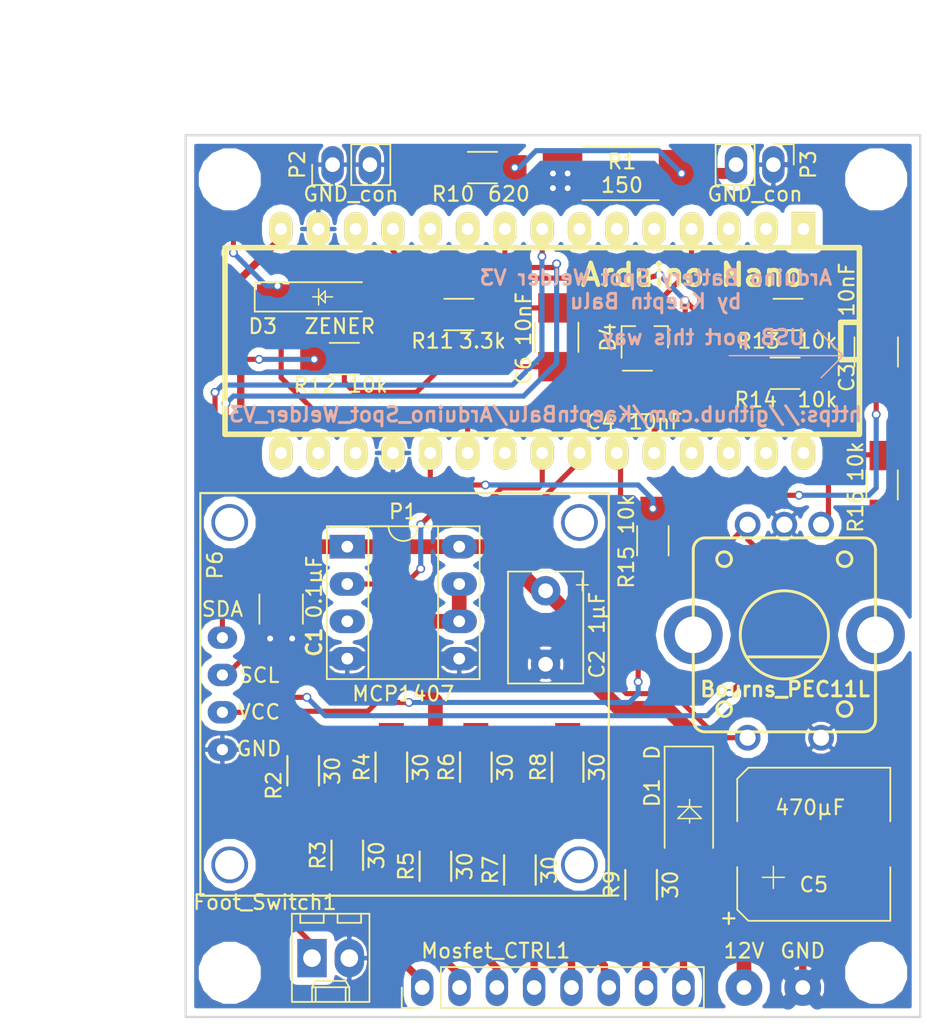
<source format=kicad_pcb>
(kicad_pcb (version 4) (host pcbnew 4.0.4-stable)

  (general
    (links 71)
    (no_connects 0)
    (area 57.150002 51.8 173.500001 141.500001)
    (thickness 1.6)
    (drawings 40)
    (tracks 373)
    (zones 0)
    (modules 39)
    (nets 44)
  )

  (page A4)
  (layers
    (0 F.Cu signal)
    (31 B.Cu signal)
    (32 B.Adhes user)
    (33 F.Adhes user)
    (34 B.Paste user)
    (35 F.Paste user)
    (36 B.SilkS user)
    (37 F.SilkS user)
    (38 B.Mask user)
    (39 F.Mask user)
    (40 Dwgs.User user hide)
    (41 Cmts.User user)
    (42 Eco1.User user)
    (43 Eco2.User user hide)
    (44 Edge.Cuts user)
    (45 Margin user)
    (46 B.CrtYd user)
    (47 F.CrtYd user hide)
    (48 B.Fab user)
    (49 F.Fab user)
  )

  (setup
    (last_trace_width 0.25)
    (user_trace_width 0.35)
    (user_trace_width 0.5)
    (user_trace_width 0.75)
    (user_trace_width 1)
    (user_trace_width 2)
    (trace_clearance 0.2)
    (zone_clearance 0.508)
    (zone_45_only yes)
    (trace_min 0.2)
    (segment_width 0.1)
    (edge_width 0.15)
    (via_size 0.6)
    (via_drill 0.4)
    (via_min_size 0.4)
    (via_min_drill 0.3)
    (uvia_size 0.3)
    (uvia_drill 0.1)
    (uvias_allowed no)
    (uvia_min_size 0.2)
    (uvia_min_drill 0.1)
    (pcb_text_width 0.3)
    (pcb_text_size 1.5 1.5)
    (mod_edge_width 0.15)
    (mod_text_size 1 1)
    (mod_text_width 0.15)
    (pad_size 3.79984 3.79984)
    (pad_drill 3.79984)
    (pad_to_mask_clearance 0.2)
    (aux_axis_origin 70 130)
    (grid_origin 70 130)
    (visible_elements 7FFFFFFF)
    (pcbplotparams
      (layerselection 0x010f0_80000001)
      (usegerberextensions false)
      (excludeedgelayer true)
      (linewidth 0.100000)
      (plotframeref false)
      (viasonmask false)
      (mode 1)
      (useauxorigin false)
      (hpglpennumber 1)
      (hpglpenspeed 20)
      (hpglpendiameter 15)
      (hpglpenoverlay 2)
      (psnegative false)
      (psa4output false)
      (plotreference true)
      (plotvalue true)
      (plotinvisibletext false)
      (padsonsilk false)
      (subtractmaskfromsilk false)
      (outputformat 1)
      (mirror false)
      (drillshape 0)
      (scaleselection 1)
      (outputdirectory "Gerber/Arduino Board/"))
  )

  (net 0 "")
  (net 1 /Vin)
  (net 2 GND)
  (net 3 +12V)
  (net 4 /D8)
  (net 5 /D7)
  (net 6 /D6)
  (net 7 +5V)
  (net 8 "Net-(Mosfet_CTRL1-Pad1)")
  (net 9 "Net-(Mosfet_CTRL1-Pad2)")
  (net 10 "Net-(Mosfet_CTRL1-Pad3)")
  (net 11 "Net-(Mosfet_CTRL1-Pad4)")
  (net 12 "Net-(Mosfet_CTRL1-Pad5)")
  (net 13 "Net-(Mosfet_CTRL1-Pad6)")
  (net 14 "Net-(Mosfet_CTRL1-Pad7)")
  (net 15 "Net-(Mosfet_CTRL1-Pad8)")
  (net 16 /D5)
  (net 17 "Net-(P1-Pad6)")
  (net 18 "Net-(P1-Pad3)")
  (net 19 "Net-(U1-Pad2)")
  (net 20 "Net-(U1-Pad3)")
  (net 21 "Net-(U1-Pad5)")
  (net 22 "Net-(U1-Pad6)")
  (net 23 "Net-(U1-Pad7)")
  (net 24 "Net-(U1-Pad10)")
  (net 25 "Net-(U1-Pad13)")
  (net 26 "Net-(U1-Pad16)")
  (net 27 "Net-(U1-Pad17)")
  (net 28 "Net-(U1-Pad18)")
  (net 29 /D3)
  (net 30 "Net-(P3-Pad2)")
  (net 31 /SCL)
  (net 32 /SDA)
  (net 33 "Net-(U1-Pad1)")
  (net 34 "Net-(U1-Pad11)")
  (net 35 "Net-(U1-Pad27)")
  (net 36 "Net-(U1-Pad28)")
  (net 37 "Net-(U1-Pad29)")
  (net 38 "Net-(U1-Pad30)")
  (net 39 "Net-(ENC1-PadA)")
  (net 40 "Net-(ENC1-PadB)")
  (net 41 /A0)
  (net 42 "Net-(U1-Pad22)")
  (net 43 /D2)

  (net_class Default "This is the default net class."
    (clearance 0.2)
    (trace_width 0.25)
    (via_dia 0.6)
    (via_drill 0.4)
    (uvia_dia 0.3)
    (uvia_drill 0.1)
    (add_net +12V)
    (add_net +5V)
    (add_net /A0)
    (add_net /D2)
    (add_net /D3)
    (add_net /D5)
    (add_net /D6)
    (add_net /D7)
    (add_net /D8)
    (add_net /SCL)
    (add_net /SDA)
    (add_net /Vin)
    (add_net GND)
    (add_net "Net-(ENC1-PadA)")
    (add_net "Net-(ENC1-PadB)")
    (add_net "Net-(Mosfet_CTRL1-Pad1)")
    (add_net "Net-(Mosfet_CTRL1-Pad2)")
    (add_net "Net-(Mosfet_CTRL1-Pad3)")
    (add_net "Net-(Mosfet_CTRL1-Pad4)")
    (add_net "Net-(Mosfet_CTRL1-Pad5)")
    (add_net "Net-(Mosfet_CTRL1-Pad6)")
    (add_net "Net-(Mosfet_CTRL1-Pad7)")
    (add_net "Net-(Mosfet_CTRL1-Pad8)")
    (add_net "Net-(P1-Pad3)")
    (add_net "Net-(P1-Pad6)")
    (add_net "Net-(P3-Pad2)")
    (add_net "Net-(U1-Pad1)")
    (add_net "Net-(U1-Pad10)")
    (add_net "Net-(U1-Pad11)")
    (add_net "Net-(U1-Pad13)")
    (add_net "Net-(U1-Pad16)")
    (add_net "Net-(U1-Pad17)")
    (add_net "Net-(U1-Pad18)")
    (add_net "Net-(U1-Pad2)")
    (add_net "Net-(U1-Pad22)")
    (add_net "Net-(U1-Pad27)")
    (add_net "Net-(U1-Pad28)")
    (add_net "Net-(U1-Pad29)")
    (add_net "Net-(U1-Pad3)")
    (add_net "Net-(U1-Pad30)")
    (add_net "Net-(U1-Pad5)")
    (add_net "Net-(U1-Pad6)")
    (add_net "Net-(U1-Pad7)")
  )

  (module arduino:arduino_mini (layer F.Cu) (tedit 59049B68) (tstamp 588F88E5)
    (at 93 84 180)
    (descr "30 pins DIL package, elliptical pads, width 600mil (arduino mini)")
    (tags "DIL arduino mini")
    (path /588F760C)
    (fp_text reference U1 (at -13.97 -3.81 180) (layer F.SilkS) hide
      (effects (font (size 1.778 1.778) (thickness 0.3048)))
    )
    (fp_text value arduino_nano (at -12.25 -3.25 180) (layer F.SilkS) hide
      (effects (font (size 1.778 1.778) (thickness 0.3048)))
    )
    (fp_line (start -22.86 -6.35) (end 20.32 -6.35) (layer F.SilkS) (width 0.381))
    (fp_line (start 20.32 -6.35) (end 20.32 6.35) (layer F.SilkS) (width 0.381))
    (fp_line (start 20.32 6.35) (end -22.86 6.35) (layer F.SilkS) (width 0.381))
    (fp_line (start -22.86 6.35) (end -22.86 -6.35) (layer F.SilkS) (width 0.381))
    (fp_line (start -22.86 1.27) (end -21.59 1.27) (layer F.SilkS) (width 0.381))
    (fp_line (start -21.59 1.27) (end -21.59 -1.27) (layer F.SilkS) (width 0.381))
    (fp_line (start -21.59 -1.27) (end -22.86 -1.27) (layer F.SilkS) (width 0.381))
    (pad 1 thru_hole rect (at -19.05 7.62 180) (size 1.5748 2.286) (drill 0.8128) (layers *.Cu *.Mask F.SilkS)
      (net 33 "Net-(U1-Pad1)"))
    (pad 2 thru_hole oval (at -16.51 7.62 180) (size 1.5748 2.286) (drill 0.8128) (layers *.Cu *.Mask F.SilkS)
      (net 19 "Net-(U1-Pad2)"))
    (pad 3 thru_hole oval (at -13.97 7.62 180) (size 1.5748 2.286) (drill 0.8128) (layers *.Cu *.Mask F.SilkS)
      (net 20 "Net-(U1-Pad3)"))
    (pad 4 thru_hole oval (at -11.43 7.62 180) (size 1.5748 2.286) (drill 0.8128) (layers *.Cu *.Mask F.SilkS)
      (net 41 /A0))
    (pad 5 thru_hole oval (at -8.89 7.62 180) (size 1.5748 2.286) (drill 0.8128) (layers *.Cu *.Mask F.SilkS)
      (net 21 "Net-(U1-Pad5)"))
    (pad 6 thru_hole oval (at -6.35 7.62 180) (size 1.5748 2.286) (drill 0.8128) (layers *.Cu *.Mask F.SilkS)
      (net 22 "Net-(U1-Pad6)"))
    (pad 7 thru_hole oval (at -3.81 7.62 180) (size 1.5748 2.286) (drill 0.8128) (layers *.Cu *.Mask F.SilkS)
      (net 23 "Net-(U1-Pad7)"))
    (pad 8 thru_hole oval (at -1.27 7.62 180) (size 1.5748 2.286) (drill 0.8128) (layers *.Cu *.Mask F.SilkS)
      (net 32 /SDA))
    (pad 9 thru_hole oval (at 1.27 7.62 180) (size 1.5748 2.286) (drill 0.8128) (layers *.Cu *.Mask F.SilkS)
      (net 31 /SCL))
    (pad 10 thru_hole oval (at 3.81 7.62 180) (size 1.5748 2.286) (drill 0.8128) (layers *.Cu *.Mask F.SilkS)
      (net 24 "Net-(U1-Pad10)"))
    (pad 11 thru_hole oval (at 6.35 7.62 180) (size 1.5748 2.286) (drill 0.8128) (layers *.Cu *.Mask F.SilkS)
      (net 34 "Net-(U1-Pad11)"))
    (pad 12 thru_hole oval (at 8.89 7.62 180) (size 1.5748 2.286) (drill 0.8128) (layers *.Cu *.Mask F.SilkS)
      (net 7 +5V))
    (pad 13 thru_hole oval (at 11.43 7.62 180) (size 1.5748 2.286) (drill 0.8128) (layers *.Cu *.Mask F.SilkS)
      (net 25 "Net-(U1-Pad13)"))
    (pad 14 thru_hole oval (at 13.97 7.62 180) (size 1.5748 2.286) (drill 0.8128) (layers *.Cu *.Mask F.SilkS)
      (net 2 GND))
    (pad 15 thru_hole oval (at 16.51 7.62 180) (size 1.5748 2.286) (drill 0.8128) (layers *.Cu *.Mask F.SilkS)
      (net 1 /Vin))
    (pad 16 thru_hole oval (at 16.51 -7.62 180) (size 1.5748 2.286) (drill 0.8128) (layers *.Cu *.Mask F.SilkS)
      (net 26 "Net-(U1-Pad16)"))
    (pad 17 thru_hole oval (at 13.97 -7.62 180) (size 1.5748 2.286) (drill 0.8128) (layers *.Cu *.Mask F.SilkS)
      (net 27 "Net-(U1-Pad17)"))
    (pad 18 thru_hole oval (at 11.43 -7.62 180) (size 1.5748 2.286) (drill 0.8128) (layers *.Cu *.Mask F.SilkS)
      (net 28 "Net-(U1-Pad18)"))
    (pad 19 thru_hole oval (at 8.89 -7.62 180) (size 1.5748 2.286) (drill 0.8128) (layers *.Cu *.Mask F.SilkS)
      (net 2 GND))
    (pad 20 thru_hole oval (at 6.35 -7.62 180) (size 1.5748 2.286) (drill 0.8128) (layers *.Cu *.Mask F.SilkS)
      (net 43 /D2))
    (pad 21 thru_hole oval (at 3.81 -7.62 180) (size 1.5748 2.286) (drill 0.8128) (layers *.Cu *.Mask F.SilkS)
      (net 29 /D3))
    (pad 22 thru_hole oval (at 1.27 -7.62 180) (size 1.5748 2.286) (drill 0.8128) (layers *.Cu *.Mask F.SilkS)
      (net 42 "Net-(U1-Pad22)"))
    (pad 23 thru_hole oval (at -1.27 -7.62 180) (size 1.5748 2.286) (drill 0.8128) (layers *.Cu *.Mask F.SilkS)
      (net 16 /D5))
    (pad 24 thru_hole oval (at -3.81 -7.62 180) (size 1.5748 2.286) (drill 0.8128) (layers *.Cu *.Mask F.SilkS)
      (net 6 /D6))
    (pad 25 thru_hole oval (at -6.35 -7.62 180) (size 1.5748 2.286) (drill 0.8128) (layers *.Cu *.Mask F.SilkS)
      (net 5 /D7))
    (pad 26 thru_hole oval (at -8.89 -7.62 180) (size 1.5748 2.286) (drill 0.8128) (layers *.Cu *.Mask F.SilkS)
      (net 4 /D8))
    (pad 27 thru_hole oval (at -11.43 -7.62 180) (size 1.5748 2.286) (drill 0.8128) (layers *.Cu *.Mask F.SilkS)
      (net 35 "Net-(U1-Pad27)"))
    (pad 28 thru_hole oval (at -13.97 -7.62 180) (size 1.5748 2.286) (drill 0.8128) (layers *.Cu *.Mask F.SilkS)
      (net 36 "Net-(U1-Pad28)"))
    (pad 29 thru_hole oval (at -16.51 -7.62 180) (size 1.5748 2.286) (drill 0.8128) (layers *.Cu *.Mask F.SilkS)
      (net 37 "Net-(U1-Pad29)"))
    (pad 30 thru_hole oval (at -19.05 -7.62 180) (size 1.5748 2.286) (drill 0.8128) (layers *.Cu *.Mask F.SilkS)
      (net 38 "Net-(U1-Pad30)"))
    (model arduino_nano.wrl
      (at (xyz -0.978 -0.385 0))
      (scale (xyz 0.3937 0.3937 0.3937))
      (rotate (xyz 0 0 0))
    )
  )

  (module OLED_SSD1306:OLED_SSD1306_128x64 (layer F.Cu) (tedit 5984ADA7) (tstamp 59848731)
    (at 72.5 108 90)
    (path /59785447)
    (fp_text reference P6 (at 8.75 -0.5 90) (layer F.SilkS)
      (effects (font (size 1 1) (thickness 0.15)))
    )
    (fp_text value OLED_Display (at 0.25 -2.5 90) (layer F.Fab)
      (effects (font (size 1 1) (thickness 0.15)))
    )
    (fp_line (start 13.65 -1.5) (end 13.65 26.3) (layer F.SilkS) (width 0.15))
    (fp_line (start -13.65 26.3) (end 13.65 26.3) (layer F.SilkS) (width 0.15))
    (fp_line (start -13.75 -1.5) (end -13.75 26.3) (layer F.SilkS) (width 0.15))
    (fp_line (start -13.65 -1.5) (end 13.65 -1.5) (layer F.SilkS) (width 0.15))
    (fp_text user SDA (at 5.75 0 180) (layer F.SilkS)
      (effects (font (size 1 1) (thickness 0.15)))
    )
    (fp_text user SCL (at 1.25 2.5 180) (layer F.SilkS)
      (effects (font (size 1 1) (thickness 0.15)))
    )
    (fp_text user GND (at -3.75 2.5 180) (layer F.SilkS)
      (effects (font (size 1 1) (thickness 0.15)))
    )
    (fp_text user VCC (at -1.25 2.5 180) (layer F.SilkS)
      (effects (font (size 1 1) (thickness 0.15)))
    )
    (pad 1 thru_hole oval (at -3.81 0 90) (size 1.524 2) (drill 0.762) (layers *.Cu *.Mask)
      (net 2 GND))
    (pad 2 thru_hole oval (at -1.27 0 90) (size 1.524 2) (drill 0.762) (layers *.Cu *.Mask)
      (net 7 +5V))
    (pad 3 thru_hole oval (at 1.27 0 90) (size 1.524 2) (drill 0.762) (layers *.Cu *.Mask)
      (net 31 /SCL))
    (pad 4 thru_hole oval (at 3.81 0 90) (size 1.524 2) (drill 0.762) (layers *.Cu *.Mask)
      (net 32 /SDA))
    (pad "" thru_hole circle (at -11.65 24.3 90) (size 2.5 2.5) (drill 2) (layers *.Cu *.Mask))
    (pad "" thru_hole circle (at -11.65 0.5 90) (size 2.5 2.5) (drill 2) (layers *.Cu *.Mask))
    (pad "" thru_hole circle (at 11.65 0.5 90) (size 2.5 2.5) (drill 2) (layers *.Cu *.Mask))
    (pad "" thru_hole circle (at 11.65 24.3 90) (size 2.5 2.5) (drill 2) (layers *.Cu *.Mask))
  )

  (module Capacitors_ThroughHole:C_Disc_D7.5mm_W5.0mm_P5.00mm (layer F.Cu) (tedit 58A723DB) (tstamp 588F882E)
    (at 94.5 101 270)
    (descr "C, Disc series, Radial, pin pitch=5.00mm, , diameter*width=7.5*5.0mm^2, Capacitor, http://www.vishay.com/docs/28535/vy2series.pdf")
    (tags "C Disc series Radial pin pitch 5.00mm  diameter 7.5mm width 5.0mm Capacitor")
    (path /588FD4DB)
    (fp_text reference C2 (at 5 -3.5 270) (layer F.SilkS)
      (effects (font (size 1 1) (thickness 0.15)))
    )
    (fp_text value 1µF (at 1.5 -3.5 270) (layer F.SilkS)
      (effects (font (size 1 1) (thickness 0.15)))
    )
    (fp_line (start -1.25 -2.5) (end -1.25 2.5) (layer F.Fab) (width 0.1))
    (fp_line (start -1.25 2.5) (end 6.25 2.5) (layer F.Fab) (width 0.1))
    (fp_line (start 6.25 2.5) (end 6.25 -2.5) (layer F.Fab) (width 0.1))
    (fp_line (start 6.25 -2.5) (end -1.25 -2.5) (layer F.Fab) (width 0.1))
    (fp_line (start -1.31 -2.56) (end 6.31 -2.56) (layer F.SilkS) (width 0.12))
    (fp_line (start -1.31 2.56) (end 6.31 2.56) (layer F.SilkS) (width 0.12))
    (fp_line (start -1.31 -2.56) (end -1.31 2.56) (layer F.SilkS) (width 0.12))
    (fp_line (start 6.31 -2.56) (end 6.31 2.56) (layer F.SilkS) (width 0.12))
    (fp_line (start -1.6 -2.85) (end -1.6 2.85) (layer F.CrtYd) (width 0.05))
    (fp_line (start -1.6 2.85) (end 6.6 2.85) (layer F.CrtYd) (width 0.05))
    (fp_line (start 6.6 2.85) (end 6.6 -2.85) (layer F.CrtYd) (width 0.05))
    (fp_line (start 6.6 -2.85) (end -1.6 -2.85) (layer F.CrtYd) (width 0.05))
    (pad 1 thru_hole circle (at 0 0 270) (size 2 2) (drill 1) (layers *.Cu *.Mask)
      (net 1 /Vin))
    (pad 2 thru_hole circle (at 5 0 270) (size 2 2) (drill 1) (layers *.Cu *.Mask)
      (net 2 GND))
    (model Capacitors_ThroughHole.3dshapes/C_Disc_D7.5mm_W5.0mm_P5.00mm.wrl
      (at (xyz 0 0 0))
      (scale (xyz 0.393701 0.393701 0.393701))
      (rotate (xyz 0 0 0))
    )
  )

  (module Housings_DIP:DIP-8_W7.62mm_Socket_LongPads (layer F.Cu) (tedit 588F90DD) (tstamp 588F8866)
    (at 81 98)
    (descr "8-lead dip package, row spacing 7.62 mm (300 mils), Socket, LongPads")
    (tags "DIL DIP PDIP 2.54mm 7.62mm 300mil Socket LongPads")
    (path /588FC77B)
    (fp_text reference P1 (at 3.81 -2.39) (layer F.SilkS)
      (effects (font (size 1 1) (thickness 0.15)))
    )
    (fp_text value MCP1407 (at 3.81 10.01) (layer F.SilkS)
      (effects (font (size 1 1) (thickness 0.15)))
    )
    (fp_arc (start 3.81 -1.39) (end 2.81 -1.39) (angle -180) (layer F.SilkS) (width 0.12))
    (fp_line (start 1.635 -1.27) (end 6.985 -1.27) (layer F.Fab) (width 0.1))
    (fp_line (start 6.985 -1.27) (end 6.985 8.89) (layer F.Fab) (width 0.1))
    (fp_line (start 6.985 8.89) (end 0.635 8.89) (layer F.Fab) (width 0.1))
    (fp_line (start 0.635 8.89) (end 0.635 -0.27) (layer F.Fab) (width 0.1))
    (fp_line (start 0.635 -0.27) (end 1.635 -1.27) (layer F.Fab) (width 0.1))
    (fp_line (start -1.27 -1.27) (end -1.27 8.89) (layer F.Fab) (width 0.1))
    (fp_line (start -1.27 8.89) (end 8.89 8.89) (layer F.Fab) (width 0.1))
    (fp_line (start 8.89 8.89) (end 8.89 -1.27) (layer F.Fab) (width 0.1))
    (fp_line (start 8.89 -1.27) (end -1.27 -1.27) (layer F.Fab) (width 0.1))
    (fp_line (start 2.81 -1.39) (end 1.44 -1.39) (layer F.SilkS) (width 0.12))
    (fp_line (start 1.44 -1.39) (end 1.44 9.01) (layer F.SilkS) (width 0.12))
    (fp_line (start 1.44 9.01) (end 6.18 9.01) (layer F.SilkS) (width 0.12))
    (fp_line (start 6.18 9.01) (end 6.18 -1.39) (layer F.SilkS) (width 0.12))
    (fp_line (start 6.18 -1.39) (end 4.81 -1.39) (layer F.SilkS) (width 0.12))
    (fp_line (start -1.39 -1.39) (end -1.39 9.01) (layer F.SilkS) (width 0.12))
    (fp_line (start -1.39 9.01) (end 9.01 9.01) (layer F.SilkS) (width 0.12))
    (fp_line (start 9.01 9.01) (end 9.01 -1.39) (layer F.SilkS) (width 0.12))
    (fp_line (start 9.01 -1.39) (end -1.39 -1.39) (layer F.SilkS) (width 0.12))
    (fp_line (start -1.7 -1.7) (end -1.7 9.3) (layer F.CrtYd) (width 0.05))
    (fp_line (start -1.7 9.3) (end 9.3 9.3) (layer F.CrtYd) (width 0.05))
    (fp_line (start 9.3 9.3) (end 9.3 -1.7) (layer F.CrtYd) (width 0.05))
    (fp_line (start 9.3 -1.7) (end -1.7 -1.7) (layer F.CrtYd) (width 0.05))
    (pad 1 thru_hole rect (at 0 0) (size 2.4 1.6) (drill 0.8) (layers *.Cu *.Mask)
      (net 1 /Vin))
    (pad 5 thru_hole oval (at 7.62 7.62) (size 2.4 1.6) (drill 0.8) (layers *.Cu *.Mask)
      (net 2 GND))
    (pad 2 thru_hole oval (at 0 2.54) (size 2.4 1.6) (drill 0.8) (layers *.Cu *.Mask)
      (net 16 /D5))
    (pad 6 thru_hole oval (at 7.62 5.08) (size 2.4 1.6) (drill 0.8) (layers *.Cu *.Mask)
      (net 17 "Net-(P1-Pad6)"))
    (pad 3 thru_hole oval (at 0 5.08) (size 2.4 1.6) (drill 0.8) (layers *.Cu *.Mask)
      (net 18 "Net-(P1-Pad3)"))
    (pad 7 thru_hole oval (at 7.62 2.54) (size 2.4 1.6) (drill 0.8) (layers *.Cu *.Mask)
      (net 17 "Net-(P1-Pad6)"))
    (pad 4 thru_hole oval (at 0 7.62) (size 2.4 1.6) (drill 0.8) (layers *.Cu *.Mask)
      (net 2 GND))
    (pad 8 thru_hole oval (at 7.62 0) (size 2.4 1.6) (drill 0.8) (layers *.Cu *.Mask)
      (net 1 /Vin))
    (model Housings_DIP.3dshapes/DIP-8_W7.62mm_Socket_LongPads.wrl
      (at (xyz 0 0 0))
      (scale (xyz 1 1 1))
      (rotate (xyz 0 0 0))
    )
  )

  (module Pin_Headers:Pin_Header_Straight_1x02_Pitch2.54mm (layer F.Cu) (tedit 59049BFD) (tstamp 588F886C)
    (at 80 72 90)
    (descr "Through hole straight pin header, 1x02, 2.54mm pitch, single row")
    (tags "Through hole pin header THT 1x02 2.54mm single row")
    (path /588FC1B2)
    (fp_text reference P2 (at 0 -2.39 90) (layer F.SilkS)
      (effects (font (size 1 1) (thickness 0.15)))
    )
    (fp_text value GND_con (at -2 1.25 180) (layer F.SilkS)
      (effects (font (size 1 1) (thickness 0.15)))
    )
    (fp_line (start -1.27 -1.27) (end -1.27 3.81) (layer F.Fab) (width 0.1))
    (fp_line (start -1.27 3.81) (end 1.27 3.81) (layer F.Fab) (width 0.1))
    (fp_line (start 1.27 3.81) (end 1.27 -1.27) (layer F.Fab) (width 0.1))
    (fp_line (start 1.27 -1.27) (end -1.27 -1.27) (layer F.Fab) (width 0.1))
    (fp_line (start -1.39 1.27) (end -1.39 3.93) (layer F.SilkS) (width 0.12))
    (fp_line (start -1.39 3.93) (end 1.39 3.93) (layer F.SilkS) (width 0.12))
    (fp_line (start 1.39 3.93) (end 1.39 1.27) (layer F.SilkS) (width 0.12))
    (fp_line (start 1.39 1.27) (end -1.39 1.27) (layer F.SilkS) (width 0.12))
    (fp_line (start -1.39 0) (end -1.39 -1.39) (layer F.SilkS) (width 0.12))
    (fp_line (start -1.39 -1.39) (end 0 -1.39) (layer F.SilkS) (width 0.12))
    (fp_line (start -1.6 -1.6) (end -1.6 4.1) (layer F.CrtYd) (width 0.05))
    (fp_line (start -1.6 4.1) (end 1.6 4.1) (layer F.CrtYd) (width 0.05))
    (fp_line (start 1.6 4.1) (end 1.6 -1.6) (layer F.CrtYd) (width 0.05))
    (fp_line (start 1.6 -1.6) (end -1.6 -1.6) (layer F.CrtYd) (width 0.05))
    (pad 1 thru_hole oval (at 0 0 90) (size 2.52 1.52) (drill 1) (layers *.Cu *.Mask)
      (net 2 GND))
    (pad 2 thru_hole oval (at 0 2.54 90) (size 2.52 1.52) (drill 1) (layers *.Cu *.Mask)
      (net 2 GND))
    (model Pin_Headers.3dshapes/Pin_Header_Straight_1x02_Pitch2.54mm.wrl
      (at (xyz 0 -0.05 0))
      (scale (xyz 1 1 1))
      (rotate (xyz 0 0 90))
    )
  )

  (module Pin_Headers:Pin_Header_Straight_1x02_Pitch2.54mm (layer F.Cu) (tedit 5904A0A8) (tstamp 588F8872)
    (at 110 72 270)
    (descr "Through hole straight pin header, 1x02, 2.54mm pitch, single row")
    (tags "Through hole pin header THT 1x02 2.54mm single row")
    (path /588FC247)
    (fp_text reference P3 (at 0 -2.39 270) (layer F.SilkS)
      (effects (font (size 1 1) (thickness 0.15)))
    )
    (fp_text value GND_con (at 2 1.25 360) (layer F.SilkS)
      (effects (font (size 1 1) (thickness 0.15)))
    )
    (fp_line (start -1.27 -1.27) (end -1.27 3.81) (layer F.Fab) (width 0.1))
    (fp_line (start -1.27 3.81) (end 1.27 3.81) (layer F.Fab) (width 0.1))
    (fp_line (start 1.27 3.81) (end 1.27 -1.27) (layer F.Fab) (width 0.1))
    (fp_line (start 1.27 -1.27) (end -1.27 -1.27) (layer F.Fab) (width 0.1))
    (fp_line (start -1.39 1.27) (end -1.39 3.93) (layer F.SilkS) (width 0.12))
    (fp_line (start -1.39 3.93) (end 1.39 3.93) (layer F.SilkS) (width 0.12))
    (fp_line (start 1.39 3.93) (end 1.39 1.27) (layer F.SilkS) (width 0.12))
    (fp_line (start 1.39 1.27) (end -1.39 1.27) (layer F.SilkS) (width 0.12))
    (fp_line (start -1.39 0) (end -1.39 -1.39) (layer F.SilkS) (width 0.12))
    (fp_line (start -1.39 -1.39) (end 0 -1.39) (layer F.SilkS) (width 0.12))
    (fp_line (start -1.6 -1.6) (end -1.6 4.1) (layer F.CrtYd) (width 0.05))
    (fp_line (start -1.6 4.1) (end 1.6 4.1) (layer F.CrtYd) (width 0.05))
    (fp_line (start 1.6 4.1) (end 1.6 -1.6) (layer F.CrtYd) (width 0.05))
    (fp_line (start 1.6 -1.6) (end -1.6 -1.6) (layer F.CrtYd) (width 0.05))
    (pad 1 thru_hole oval (at 0 0 270) (size 2.52 1.52) (drill 1) (layers *.Cu *.Mask)
      (net 2 GND))
    (pad 2 thru_hole oval (at 0 2.54 270) (size 2.52 1.52) (drill 1) (layers *.Cu *.Mask)
      (net 30 "Net-(P3-Pad2)"))
    (model Pin_Headers.3dshapes/Pin_Header_Straight_1x02_Pitch2.54mm.wrl
      (at (xyz 0 -0.05 0))
      (scale (xyz 1 1 1))
      (rotate (xyz 0 0 90))
    )
  )

  (module Resistors_SMD:R_1206_HandSoldering (layer F.Cu) (tedit 58CABC38) (tstamp 588F8887)
    (at 78 113.25 90)
    (descr "Resistor SMD 1206, hand soldering")
    (tags "resistor 1206")
    (path /589006D0)
    (attr smd)
    (fp_text reference R2 (at -1 -2 90) (layer F.SilkS)
      (effects (font (size 1 1) (thickness 0.15)))
    )
    (fp_text value 30 (at 0 2 90) (layer F.SilkS)
      (effects (font (size 1 1) (thickness 0.15)))
    )
    (fp_line (start -1.6 0.8) (end -1.6 -0.8) (layer F.Fab) (width 0.1))
    (fp_line (start 1.6 0.8) (end -1.6 0.8) (layer F.Fab) (width 0.1))
    (fp_line (start 1.6 -0.8) (end 1.6 0.8) (layer F.Fab) (width 0.1))
    (fp_line (start -1.6 -0.8) (end 1.6 -0.8) (layer F.Fab) (width 0.1))
    (fp_line (start -3.3 -1.2) (end 3.3 -1.2) (layer F.CrtYd) (width 0.05))
    (fp_line (start -3.3 1.2) (end 3.3 1.2) (layer F.CrtYd) (width 0.05))
    (fp_line (start -3.3 -1.2) (end -3.3 1.2) (layer F.CrtYd) (width 0.05))
    (fp_line (start 3.3 -1.2) (end 3.3 1.2) (layer F.CrtYd) (width 0.05))
    (fp_line (start 1 1.075) (end -1 1.075) (layer F.SilkS) (width 0.15))
    (fp_line (start -1 -1.075) (end 1 -1.075) (layer F.SilkS) (width 0.15))
    (pad 1 smd rect (at -2 0 90) (size 2 1.7) (layers F.Cu F.Paste F.Mask)
      (net 8 "Net-(Mosfet_CTRL1-Pad1)"))
    (pad 2 smd rect (at 2 0 90) (size 2 1.7) (layers F.Cu F.Paste F.Mask)
      (net 17 "Net-(P1-Pad6)"))
    (model Resistors_SMD.3dshapes/R_1206_HandSoldering.wrl
      (at (xyz 0 0 0))
      (scale (xyz 1 1 1))
      (rotate (xyz 0 0 0))
    )
  )

  (module Resistors_SMD:R_1206_HandSoldering (layer F.Cu) (tedit 58960F9B) (tstamp 588F888D)
    (at 81 119 90)
    (descr "Resistor SMD 1206, hand soldering")
    (tags "resistor 1206")
    (path /589009E2)
    (attr smd)
    (fp_text reference R3 (at 0 -2 90) (layer F.SilkS)
      (effects (font (size 1 1) (thickness 0.15)))
    )
    (fp_text value 30 (at 0 2 90) (layer F.SilkS)
      (effects (font (size 1 1) (thickness 0.15)))
    )
    (fp_line (start -1.6 0.8) (end -1.6 -0.8) (layer F.Fab) (width 0.1))
    (fp_line (start 1.6 0.8) (end -1.6 0.8) (layer F.Fab) (width 0.1))
    (fp_line (start 1.6 -0.8) (end 1.6 0.8) (layer F.Fab) (width 0.1))
    (fp_line (start -1.6 -0.8) (end 1.6 -0.8) (layer F.Fab) (width 0.1))
    (fp_line (start -3.3 -1.2) (end 3.3 -1.2) (layer F.CrtYd) (width 0.05))
    (fp_line (start -3.3 1.2) (end 3.3 1.2) (layer F.CrtYd) (width 0.05))
    (fp_line (start -3.3 -1.2) (end -3.3 1.2) (layer F.CrtYd) (width 0.05))
    (fp_line (start 3.3 -1.2) (end 3.3 1.2) (layer F.CrtYd) (width 0.05))
    (fp_line (start 1 1.075) (end -1 1.075) (layer F.SilkS) (width 0.15))
    (fp_line (start -1 -1.075) (end 1 -1.075) (layer F.SilkS) (width 0.15))
    (pad 1 smd rect (at -2 0 90) (size 2 1.7) (layers F.Cu F.Paste F.Mask)
      (net 9 "Net-(Mosfet_CTRL1-Pad2)"))
    (pad 2 smd rect (at 2 0 90) (size 2 1.7) (layers F.Cu F.Paste F.Mask)
      (net 17 "Net-(P1-Pad6)"))
    (model Resistors_SMD.3dshapes/R_1206_HandSoldering.wrl
      (at (xyz 0 0 0))
      (scale (xyz 1 1 1))
      (rotate (xyz 0 0 0))
    )
  )

  (module Resistors_SMD:R_1206_HandSoldering (layer F.Cu) (tedit 58960F6D) (tstamp 588F8893)
    (at 84 113 90)
    (descr "Resistor SMD 1206, hand soldering")
    (tags "resistor 1206")
    (path /58900A2B)
    (attr smd)
    (fp_text reference R4 (at 0 -2 90) (layer F.SilkS)
      (effects (font (size 1 1) (thickness 0.15)))
    )
    (fp_text value 30 (at 0 2 90) (layer F.SilkS)
      (effects (font (size 1 1) (thickness 0.15)))
    )
    (fp_line (start -1.6 0.8) (end -1.6 -0.8) (layer F.Fab) (width 0.1))
    (fp_line (start 1.6 0.8) (end -1.6 0.8) (layer F.Fab) (width 0.1))
    (fp_line (start 1.6 -0.8) (end 1.6 0.8) (layer F.Fab) (width 0.1))
    (fp_line (start -1.6 -0.8) (end 1.6 -0.8) (layer F.Fab) (width 0.1))
    (fp_line (start -3.3 -1.2) (end 3.3 -1.2) (layer F.CrtYd) (width 0.05))
    (fp_line (start -3.3 1.2) (end 3.3 1.2) (layer F.CrtYd) (width 0.05))
    (fp_line (start -3.3 -1.2) (end -3.3 1.2) (layer F.CrtYd) (width 0.05))
    (fp_line (start 3.3 -1.2) (end 3.3 1.2) (layer F.CrtYd) (width 0.05))
    (fp_line (start 1 1.075) (end -1 1.075) (layer F.SilkS) (width 0.15))
    (fp_line (start -1 -1.075) (end 1 -1.075) (layer F.SilkS) (width 0.15))
    (pad 1 smd rect (at -2 0 90) (size 2 1.7) (layers F.Cu F.Paste F.Mask)
      (net 10 "Net-(Mosfet_CTRL1-Pad3)"))
    (pad 2 smd rect (at 2 0 90) (size 2 1.7) (layers F.Cu F.Paste F.Mask)
      (net 17 "Net-(P1-Pad6)"))
    (model Resistors_SMD.3dshapes/R_1206_HandSoldering.wrl
      (at (xyz 0 0 0))
      (scale (xyz 1 1 1))
      (rotate (xyz 0 0 0))
    )
  )

  (module Resistors_SMD:R_1206_HandSoldering (layer F.Cu) (tedit 58960FA4) (tstamp 588F8899)
    (at 87 119.75 90)
    (descr "Resistor SMD 1206, hand soldering")
    (tags "resistor 1206")
    (path /58900A7F)
    (attr smd)
    (fp_text reference R5 (at 0 -2 90) (layer F.SilkS)
      (effects (font (size 1 1) (thickness 0.15)))
    )
    (fp_text value 30 (at 0 2 90) (layer F.SilkS)
      (effects (font (size 1 1) (thickness 0.15)))
    )
    (fp_line (start -1.6 0.8) (end -1.6 -0.8) (layer F.Fab) (width 0.1))
    (fp_line (start 1.6 0.8) (end -1.6 0.8) (layer F.Fab) (width 0.1))
    (fp_line (start 1.6 -0.8) (end 1.6 0.8) (layer F.Fab) (width 0.1))
    (fp_line (start -1.6 -0.8) (end 1.6 -0.8) (layer F.Fab) (width 0.1))
    (fp_line (start -3.3 -1.2) (end 3.3 -1.2) (layer F.CrtYd) (width 0.05))
    (fp_line (start -3.3 1.2) (end 3.3 1.2) (layer F.CrtYd) (width 0.05))
    (fp_line (start -3.3 -1.2) (end -3.3 1.2) (layer F.CrtYd) (width 0.05))
    (fp_line (start 3.3 -1.2) (end 3.3 1.2) (layer F.CrtYd) (width 0.05))
    (fp_line (start 1 1.075) (end -1 1.075) (layer F.SilkS) (width 0.15))
    (fp_line (start -1 -1.075) (end 1 -1.075) (layer F.SilkS) (width 0.15))
    (pad 1 smd rect (at -2 0 90) (size 2 1.7) (layers F.Cu F.Paste F.Mask)
      (net 11 "Net-(Mosfet_CTRL1-Pad4)"))
    (pad 2 smd rect (at 2 0 90) (size 2 1.7) (layers F.Cu F.Paste F.Mask)
      (net 17 "Net-(P1-Pad6)"))
    (model Resistors_SMD.3dshapes/R_1206_HandSoldering.wrl
      (at (xyz 0 0 0))
      (scale (xyz 1 1 1))
      (rotate (xyz 0 0 0))
    )
  )

  (module Resistors_SMD:R_1206_HandSoldering (layer F.Cu) (tedit 58960F77) (tstamp 588F889F)
    (at 89.75 113 90)
    (descr "Resistor SMD 1206, hand soldering")
    (tags "resistor 1206")
    (path /58900E23)
    (attr smd)
    (fp_text reference R6 (at 0 -2 90) (layer F.SilkS)
      (effects (font (size 1 1) (thickness 0.15)))
    )
    (fp_text value 30 (at 0 2 90) (layer F.SilkS)
      (effects (font (size 1 1) (thickness 0.15)))
    )
    (fp_line (start -1.6 0.8) (end -1.6 -0.8) (layer F.Fab) (width 0.1))
    (fp_line (start 1.6 0.8) (end -1.6 0.8) (layer F.Fab) (width 0.1))
    (fp_line (start 1.6 -0.8) (end 1.6 0.8) (layer F.Fab) (width 0.1))
    (fp_line (start -1.6 -0.8) (end 1.6 -0.8) (layer F.Fab) (width 0.1))
    (fp_line (start -3.3 -1.2) (end 3.3 -1.2) (layer F.CrtYd) (width 0.05))
    (fp_line (start -3.3 1.2) (end 3.3 1.2) (layer F.CrtYd) (width 0.05))
    (fp_line (start -3.3 -1.2) (end -3.3 1.2) (layer F.CrtYd) (width 0.05))
    (fp_line (start 3.3 -1.2) (end 3.3 1.2) (layer F.CrtYd) (width 0.05))
    (fp_line (start 1 1.075) (end -1 1.075) (layer F.SilkS) (width 0.15))
    (fp_line (start -1 -1.075) (end 1 -1.075) (layer F.SilkS) (width 0.15))
    (pad 1 smd rect (at -2 0 90) (size 2 1.7) (layers F.Cu F.Paste F.Mask)
      (net 12 "Net-(Mosfet_CTRL1-Pad5)"))
    (pad 2 smd rect (at 2 0 90) (size 2 1.7) (layers F.Cu F.Paste F.Mask)
      (net 17 "Net-(P1-Pad6)"))
    (model Resistors_SMD.3dshapes/R_1206_HandSoldering.wrl
      (at (xyz 0 0 0))
      (scale (xyz 1 1 1))
      (rotate (xyz 0 0 0))
    )
  )

  (module Resistors_SMD:R_1206_HandSoldering (layer F.Cu) (tedit 58960FAD) (tstamp 588F88A5)
    (at 92.75 120 90)
    (descr "Resistor SMD 1206, hand soldering")
    (tags "resistor 1206")
    (path /58900E7D)
    (attr smd)
    (fp_text reference R7 (at 0 -2 90) (layer F.SilkS)
      (effects (font (size 1 1) (thickness 0.15)))
    )
    (fp_text value 30 (at 0 2 90) (layer F.SilkS)
      (effects (font (size 1 1) (thickness 0.15)))
    )
    (fp_line (start -1.6 0.8) (end -1.6 -0.8) (layer F.Fab) (width 0.1))
    (fp_line (start 1.6 0.8) (end -1.6 0.8) (layer F.Fab) (width 0.1))
    (fp_line (start 1.6 -0.8) (end 1.6 0.8) (layer F.Fab) (width 0.1))
    (fp_line (start -1.6 -0.8) (end 1.6 -0.8) (layer F.Fab) (width 0.1))
    (fp_line (start -3.3 -1.2) (end 3.3 -1.2) (layer F.CrtYd) (width 0.05))
    (fp_line (start -3.3 1.2) (end 3.3 1.2) (layer F.CrtYd) (width 0.05))
    (fp_line (start -3.3 -1.2) (end -3.3 1.2) (layer F.CrtYd) (width 0.05))
    (fp_line (start 3.3 -1.2) (end 3.3 1.2) (layer F.CrtYd) (width 0.05))
    (fp_line (start 1 1.075) (end -1 1.075) (layer F.SilkS) (width 0.15))
    (fp_line (start -1 -1.075) (end 1 -1.075) (layer F.SilkS) (width 0.15))
    (pad 1 smd rect (at -2 0 90) (size 2 1.7) (layers F.Cu F.Paste F.Mask)
      (net 13 "Net-(Mosfet_CTRL1-Pad6)"))
    (pad 2 smd rect (at 2 0 90) (size 2 1.7) (layers F.Cu F.Paste F.Mask)
      (net 17 "Net-(P1-Pad6)"))
    (model Resistors_SMD.3dshapes/R_1206_HandSoldering.wrl
      (at (xyz 0 0 0))
      (scale (xyz 1 1 1))
      (rotate (xyz 0 0 0))
    )
  )

  (module Resistors_SMD:R_1206_HandSoldering (layer F.Cu) (tedit 58960F82) (tstamp 588F88AB)
    (at 96 113 90)
    (descr "Resistor SMD 1206, hand soldering")
    (tags "resistor 1206")
    (path /58900ED6)
    (attr smd)
    (fp_text reference R8 (at 0 -2 90) (layer F.SilkS)
      (effects (font (size 1 1) (thickness 0.15)))
    )
    (fp_text value 30 (at 0 2 90) (layer F.SilkS)
      (effects (font (size 1 1) (thickness 0.15)))
    )
    (fp_line (start -1.6 0.8) (end -1.6 -0.8) (layer F.Fab) (width 0.1))
    (fp_line (start 1.6 0.8) (end -1.6 0.8) (layer F.Fab) (width 0.1))
    (fp_line (start 1.6 -0.8) (end 1.6 0.8) (layer F.Fab) (width 0.1))
    (fp_line (start -1.6 -0.8) (end 1.6 -0.8) (layer F.Fab) (width 0.1))
    (fp_line (start -3.3 -1.2) (end 3.3 -1.2) (layer F.CrtYd) (width 0.05))
    (fp_line (start -3.3 1.2) (end 3.3 1.2) (layer F.CrtYd) (width 0.05))
    (fp_line (start -3.3 -1.2) (end -3.3 1.2) (layer F.CrtYd) (width 0.05))
    (fp_line (start 3.3 -1.2) (end 3.3 1.2) (layer F.CrtYd) (width 0.05))
    (fp_line (start 1 1.075) (end -1 1.075) (layer F.SilkS) (width 0.15))
    (fp_line (start -1 -1.075) (end 1 -1.075) (layer F.SilkS) (width 0.15))
    (pad 1 smd rect (at -2 0 90) (size 2 1.7) (layers F.Cu F.Paste F.Mask)
      (net 14 "Net-(Mosfet_CTRL1-Pad7)"))
    (pad 2 smd rect (at 2 0 90) (size 2 1.7) (layers F.Cu F.Paste F.Mask)
      (net 17 "Net-(P1-Pad6)"))
    (model Resistors_SMD.3dshapes/R_1206_HandSoldering.wrl
      (at (xyz 0 0 0))
      (scale (xyz 1 1 1))
      (rotate (xyz 0 0 0))
    )
  )

  (module Resistors_SMD:R_1206_HandSoldering (layer F.Cu) (tedit 58960FB6) (tstamp 588F88B1)
    (at 101 121 90)
    (descr "Resistor SMD 1206, hand soldering")
    (tags "resistor 1206")
    (path /58901074)
    (attr smd)
    (fp_text reference R9 (at 0 -2 90) (layer F.SilkS)
      (effects (font (size 1 1) (thickness 0.15)))
    )
    (fp_text value 30 (at 0 2 90) (layer F.SilkS)
      (effects (font (size 1 1) (thickness 0.15)))
    )
    (fp_line (start -1.6 0.8) (end -1.6 -0.8) (layer F.Fab) (width 0.1))
    (fp_line (start 1.6 0.8) (end -1.6 0.8) (layer F.Fab) (width 0.1))
    (fp_line (start 1.6 -0.8) (end 1.6 0.8) (layer F.Fab) (width 0.1))
    (fp_line (start -1.6 -0.8) (end 1.6 -0.8) (layer F.Fab) (width 0.1))
    (fp_line (start -3.3 -1.2) (end 3.3 -1.2) (layer F.CrtYd) (width 0.05))
    (fp_line (start -3.3 1.2) (end 3.3 1.2) (layer F.CrtYd) (width 0.05))
    (fp_line (start -3.3 -1.2) (end -3.3 1.2) (layer F.CrtYd) (width 0.05))
    (fp_line (start 3.3 -1.2) (end 3.3 1.2) (layer F.CrtYd) (width 0.05))
    (fp_line (start 1 1.075) (end -1 1.075) (layer F.SilkS) (width 0.15))
    (fp_line (start -1 -1.075) (end 1 -1.075) (layer F.SilkS) (width 0.15))
    (pad 1 smd rect (at -2 0 90) (size 2 1.7) (layers F.Cu F.Paste F.Mask)
      (net 15 "Net-(Mosfet_CTRL1-Pad8)"))
    (pad 2 smd rect (at 2 0 90) (size 2 1.7) (layers F.Cu F.Paste F.Mask)
      (net 17 "Net-(P1-Pad6)"))
    (model Resistors_SMD.3dshapes/R_1206_HandSoldering.wrl
      (at (xyz 0 0 0))
      (scale (xyz 1 1 1))
      (rotate (xyz 0 0 0))
    )
  )

  (module Mounting_Holes:MountingHole_3.2mm_M3 (layer F.Cu) (tedit 5890E32F) (tstamp 5890BCDE)
    (at 73 73)
    (descr "Mounting Hole 3.2mm, no annular, M3")
    (tags "mounting hole 3.2mm no annular m3")
    (fp_text reference REF** (at 0 -4.2) (layer F.SilkS) hide
      (effects (font (size 1 1) (thickness 0.15)))
    )
    (fp_text value 3.2mm (at 0 4.2) (layer F.Fab) hide
      (effects (font (size 1 1) (thickness 0.15)))
    )
    (fp_circle (center 0 0) (end 3.2 0) (layer Cmts.User) (width 0.15))
    (fp_circle (center 0 0) (end 3.45 0) (layer F.CrtYd) (width 0.05))
    (pad 1 np_thru_hole circle (at 0 0) (size 3.2 3.2) (drill 3.2) (layers *.Cu *.Mask))
  )

  (module Mounting_Holes:MountingHole_3.2mm_M3 (layer F.Cu) (tedit 5890E339) (tstamp 5890BD18)
    (at 117 73)
    (descr "Mounting Hole 3.2mm, no annular, M3")
    (tags "mounting hole 3.2mm no annular m3")
    (fp_text reference REF** (at 0 -4.2) (layer F.SilkS) hide
      (effects (font (size 1 1) (thickness 0.15)))
    )
    (fp_text value 3.2mm (at 0 4.2) (layer F.Fab) hide
      (effects (font (size 1 1) (thickness 0.15)))
    )
    (fp_circle (center 0 0) (end 3.2 0) (layer Cmts.User) (width 0.15))
    (fp_circle (center 0 0) (end 3.45 0) (layer F.CrtYd) (width 0.05))
    (pad 1 np_thru_hole circle (at 0 0) (size 3.2 3.2) (drill 3.2) (layers *.Cu *.Mask))
  )

  (module Mounting_Holes:MountingHole_3.2mm_M3 (layer F.Cu) (tedit 5890E344) (tstamp 5890BDC7)
    (at 73 127)
    (descr "Mounting Hole 3.2mm, no annular, M3")
    (tags "mounting hole 3.2mm no annular m3")
    (fp_text reference REF** (at 0 -4.2) (layer F.SilkS) hide
      (effects (font (size 1 1) (thickness 0.15)))
    )
    (fp_text value 3.2mm (at 0 4.2) (layer F.Fab) hide
      (effects (font (size 1 1) (thickness 0.15)))
    )
    (fp_circle (center 0 0) (end 3.2 0) (layer Cmts.User) (width 0.15))
    (fp_circle (center 0 0) (end 3.45 0) (layer F.CrtYd) (width 0.05))
    (pad 1 np_thru_hole circle (at 0 0) (size 3.2 3.2) (drill 3.2) (layers *.Cu *.Mask))
  )

  (module Mounting_Holes:MountingHole_3.2mm_M3 (layer F.Cu) (tedit 5890E34F) (tstamp 5890BDDC)
    (at 117 127)
    (descr "Mounting Hole 3.2mm, no annular, M3")
    (tags "mounting hole 3.2mm no annular m3")
    (fp_text reference REF** (at 0 -4.2) (layer F.SilkS) hide
      (effects (font (size 1 1) (thickness 0.15)))
    )
    (fp_text value 3.2mm (at 0 4.2) (layer F.Fab) hide
      (effects (font (size 1 1) (thickness 0.15)))
    )
    (fp_circle (center 0 0) (end 3.2 0) (layer Cmts.User) (width 0.15))
    (fp_circle (center 0 0) (end 3.45 0) (layer F.CrtYd) (width 0.05))
    (pad 1 np_thru_hole circle (at 0 0) (size 3.2 3.2) (drill 3.2) (layers *.Cu *.Mask))
  )

  (module Wire_Pads:SolderWirePad_single_1mmDrill (layer F.Cu) (tedit 5890D531) (tstamp 5890CD75)
    (at 112 128)
    (path /5890BC0E)
    (fp_text reference W1 (at 0 -3.81) (layer F.SilkS) hide
      (effects (font (size 1 1) (thickness 0.15)))
    )
    (fp_text value GND (at 0 -2.5) (layer F.SilkS)
      (effects (font (size 1 1) (thickness 0.15)))
    )
    (pad 1 thru_hole circle (at 0 0) (size 2.49936 2.49936) (drill 1.00076) (layers *.Cu *.Mask)
      (net 2 GND))
  )

  (module Wire_Pads:SolderWirePad_single_1mmDrill (layer F.Cu) (tedit 5890D520) (tstamp 5890CD7A)
    (at 108 128)
    (path /5890B313)
    (fp_text reference W2 (at 0 -3.81) (layer F.SilkS) hide
      (effects (font (size 1 1) (thickness 0.15)))
    )
    (fp_text value 12V (at 0 -2.5) (layer F.SilkS)
      (effects (font (size 1 1) (thickness 0.15)))
    )
    (pad 1 thru_hole circle (at 0 0) (size 2.49936 2.49936) (drill 1.00076) (layers *.Cu *.Mask)
      (net 3 +12V))
  )

  (module pots_own:Pin_Header_Straight_1x08_Pitch2.54mm_Large_Pads (layer F.Cu) (tedit 58CAB88A) (tstamp 58CAC200)
    (at 86.1 128 90)
    (descr "Through hole straight pin header, 1x08, 2.54mm pitch, single row")
    (tags "Through hole pin header THT 1x08 2.54mm single row")
    (path /5890305A)
    (fp_text reference Mosfet_CTRL1 (at 2.5 5 180) (layer F.SilkS)
      (effects (font (size 1 1) (thickness 0.15)))
    )
    (fp_text value CONN_01X08 (at 2 15 180) (layer F.Fab)
      (effects (font (size 1 1) (thickness 0.15)))
    )
    (fp_line (start -1.27 -1.27) (end -1.27 19.05) (layer F.Fab) (width 0.1))
    (fp_line (start -1.27 19.05) (end 1.27 19.05) (layer F.Fab) (width 0.1))
    (fp_line (start 1.27 19.05) (end 1.27 -1.27) (layer F.Fab) (width 0.1))
    (fp_line (start 1.27 -1.27) (end -1.27 -1.27) (layer F.Fab) (width 0.1))
    (fp_line (start -1.39 1.27) (end -1.39 19.17) (layer F.SilkS) (width 0.12))
    (fp_line (start -1.39 19.17) (end 1.39 19.17) (layer F.SilkS) (width 0.12))
    (fp_line (start 1.39 19.17) (end 1.39 1.27) (layer F.SilkS) (width 0.12))
    (fp_line (start 1.39 1.27) (end -1.39 1.27) (layer F.SilkS) (width 0.12))
    (fp_line (start -1.39 0) (end -1.39 -1.39) (layer F.SilkS) (width 0.12))
    (fp_line (start -1.39 -1.39) (end 0 -1.39) (layer F.SilkS) (width 0.12))
    (fp_line (start -1.6 -1.6) (end -1.6 19.3) (layer F.CrtYd) (width 0.05))
    (fp_line (start -1.6 19.3) (end 1.6 19.3) (layer F.CrtYd) (width 0.05))
    (fp_line (start 1.6 19.3) (end 1.6 -1.6) (layer F.CrtYd) (width 0.05))
    (fp_line (start 1.6 -1.6) (end -1.6 -1.6) (layer F.CrtYd) (width 0.05))
    (pad 1 thru_hole oval (at 0 0 90) (size 2.52 1.52) (drill 1) (layers *.Cu *.Mask)
      (net 8 "Net-(Mosfet_CTRL1-Pad1)"))
    (pad 2 thru_hole oval (at 0 2.54 90) (size 2.52 1.52) (drill 1) (layers *.Cu *.Mask)
      (net 9 "Net-(Mosfet_CTRL1-Pad2)"))
    (pad 3 thru_hole oval (at 0 5.08 90) (size 2.52 1.52) (drill 1) (layers *.Cu *.Mask)
      (net 10 "Net-(Mosfet_CTRL1-Pad3)"))
    (pad 4 thru_hole oval (at 0 7.62 90) (size 2.52 1.52) (drill 1) (layers *.Cu *.Mask)
      (net 11 "Net-(Mosfet_CTRL1-Pad4)"))
    (pad 5 thru_hole oval (at 0 10.16 90) (size 2.52 1.52) (drill 1) (layers *.Cu *.Mask)
      (net 12 "Net-(Mosfet_CTRL1-Pad5)"))
    (pad 6 thru_hole oval (at 0 12.7 90) (size 2.52 1.52) (drill 1) (layers *.Cu *.Mask)
      (net 13 "Net-(Mosfet_CTRL1-Pad6)"))
    (pad 7 thru_hole oval (at 0 15.24 90) (size 2.52 1.52) (drill 1) (layers *.Cu *.Mask)
      (net 14 "Net-(Mosfet_CTRL1-Pad7)"))
    (pad 8 thru_hole oval (at 0 17.78 90) (size 2.52 1.52) (drill 1) (layers *.Cu *.Mask)
      (net 15 "Net-(Mosfet_CTRL1-Pad8)"))
    (model Pin_Headers.3dshapes/Pin_Header_Straight_1x08_Pitch2.54mm.wrl
      (at (xyz 0 -0.35 0))
      (scale (xyz 1 1 1))
      (rotate (xyz 0 0 90))
    )
  )

  (module Capacitors_SMD:C_1210_HandSoldering (layer F.Cu) (tedit 5984AD83) (tstamp 58CAC838)
    (at 76.5 102.25 270)
    (descr "Capacitor SMD 1210, hand soldering")
    (tags "capacitor 1210")
    (path /588FD27E)
    (attr smd)
    (fp_text reference C1 (at 2.25 -2.25 270) (layer F.SilkS)
      (effects (font (size 1 1) (thickness 0.15)))
    )
    (fp_text value 0.1µF (at -1.5 -2.25 270) (layer F.SilkS)
      (effects (font (size 1 1) (thickness 0.15)))
    )
    (fp_text user %R (at 2.25 -2.25 270) (layer F.Fab)
      (effects (font (size 1 1) (thickness 0.15)))
    )
    (fp_line (start -1.6 1.25) (end -1.6 -1.25) (layer F.Fab) (width 0.1))
    (fp_line (start 1.6 1.25) (end -1.6 1.25) (layer F.Fab) (width 0.1))
    (fp_line (start 1.6 -1.25) (end 1.6 1.25) (layer F.Fab) (width 0.1))
    (fp_line (start -1.6 -1.25) (end 1.6 -1.25) (layer F.Fab) (width 0.1))
    (fp_line (start 1 -1.48) (end -1 -1.48) (layer F.SilkS) (width 0.12))
    (fp_line (start -1 1.48) (end 1 1.48) (layer F.SilkS) (width 0.12))
    (fp_line (start -3.25 -1.5) (end 3.25 -1.5) (layer F.CrtYd) (width 0.05))
    (fp_line (start -3.25 -1.5) (end -3.25 1.5) (layer F.CrtYd) (width 0.05))
    (fp_line (start 3.25 1.5) (end 3.25 -1.5) (layer F.CrtYd) (width 0.05))
    (fp_line (start 3.25 1.5) (end -3.25 1.5) (layer F.CrtYd) (width 0.05))
    (pad 1 smd rect (at -2 0 270) (size 2 2.5) (layers F.Cu F.Paste F.Mask)
      (net 1 /Vin))
    (pad 2 smd rect (at 2 0 270) (size 2 2.5) (layers F.Cu F.Paste F.Mask)
      (net 2 GND))
    (model Capacitors_SMD.3dshapes/C_1210.wrl
      (at (xyz 0 0 0))
      (scale (xyz 1 1 1))
      (rotate (xyz 0 0 0))
    )
  )

  (module Diodes_SMD:D_SMA_Handsoldering (layer F.Cu) (tedit 5984B33D) (tstamp 58CACB85)
    (at 104.25 116 270)
    (descr "Diode SMA Handsoldering")
    (tags "Diode SMA Handsoldering")
    (path /588F7893)
    (attr smd)
    (fp_text reference D1 (at -1.25 2.5 270) (layer F.SilkS)
      (effects (font (size 1 1) (thickness 0.15)))
    )
    (fp_text value D (at -4 2.5 270) (layer F.SilkS)
      (effects (font (size 1 1) (thickness 0.15)))
    )
    (fp_line (start -4.4 -1.65) (end -4.4 1.65) (layer F.SilkS) (width 0.12))
    (fp_line (start 2.3 1.5) (end -2.3 1.5) (layer F.Fab) (width 0.1))
    (fp_line (start -2.3 1.5) (end -2.3 -1.5) (layer F.Fab) (width 0.1))
    (fp_line (start 2.3 -1.5) (end 2.3 1.5) (layer F.Fab) (width 0.1))
    (fp_line (start 2.3 -1.5) (end -2.3 -1.5) (layer F.Fab) (width 0.1))
    (fp_line (start -4.5 -1.75) (end 4.5 -1.75) (layer F.CrtYd) (width 0.05))
    (fp_line (start 4.5 -1.75) (end 4.5 1.75) (layer F.CrtYd) (width 0.05))
    (fp_line (start 4.5 1.75) (end -4.5 1.75) (layer F.CrtYd) (width 0.05))
    (fp_line (start -4.5 1.75) (end -4.5 -1.75) (layer F.CrtYd) (width 0.05))
    (fp_line (start -0.64944 0.00102) (end -1.55114 0.00102) (layer F.Fab) (width 0.1))
    (fp_line (start 0.50118 0.00102) (end 1.4994 0.00102) (layer F.Fab) (width 0.1))
    (fp_line (start -0.64944 -0.79908) (end -0.64944 0.80112) (layer F.Fab) (width 0.1))
    (fp_line (start 0.50118 0.75032) (end 0.50118 -0.79908) (layer F.Fab) (width 0.1))
    (fp_line (start -0.64944 0.00102) (end 0.50118 0.75032) (layer F.Fab) (width 0.1))
    (fp_line (start -0.64944 0.00102) (end 0.50118 -0.79908) (layer F.Fab) (width 0.1))
    (fp_line (start -4.4 1.65) (end 2.5 1.65) (layer F.SilkS) (width 0.12))
    (fp_line (start -4.4 -1.65) (end 2.5 -1.65) (layer F.SilkS) (width 0.12))
    (pad 1 smd rect (at -2.5 0 270) (size 3.5 1.8) (layers F.Cu F.Paste F.Mask)
      (net 1 /Vin))
    (pad 2 smd rect (at 2.5 0 270) (size 3.5 1.8) (layers F.Cu F.Paste F.Mask)
      (net 3 +12V))
    (model Diodes_SMD.3dshapes/D_SMA_Handsoldering.wrl
      (at (xyz 0 0 0))
      (scale (xyz 0.3937 0.3937 0.3937))
      (rotate (xyz 0 0 180))
    )
  )

  (module Diodes_SMD:D_MiniMELF_Handsoldering (layer F.Cu) (tedit 5984914D) (tstamp 590744A6)
    (at 79.25 81)
    (descr "Diode Mini-MELF Handsoldering")
    (tags "Diode Mini-MELF Handsoldering")
    (path /5907549C)
    (attr smd)
    (fp_text reference D3 (at -4 2) (layer F.SilkS)
      (effects (font (size 1 1) (thickness 0.15)))
    )
    (fp_text value ZENER (at 1.25 2) (layer F.SilkS)
      (effects (font (size 1 1) (thickness 0.15)))
    )
    (fp_text user %R (at -4 2) (layer F.Fab)
      (effects (font (size 1 1) (thickness 0.15)))
    )
    (fp_line (start 2.75 -1) (end -4.55 -1) (layer F.SilkS) (width 0.12))
    (fp_line (start -4.55 -1) (end -4.55 1) (layer F.SilkS) (width 0.12))
    (fp_line (start -4.55 1) (end 2.75 1) (layer F.SilkS) (width 0.12))
    (fp_line (start 1.65 -0.8) (end 1.65 0.8) (layer F.Fab) (width 0.1))
    (fp_line (start 1.65 0.8) (end -1.65 0.8) (layer F.Fab) (width 0.1))
    (fp_line (start -1.65 0.8) (end -1.65 -0.8) (layer F.Fab) (width 0.1))
    (fp_line (start -1.65 -0.8) (end 1.65 -0.8) (layer F.Fab) (width 0.1))
    (fp_line (start 0.25 0) (end 0.75 0) (layer F.Fab) (width 0.1))
    (fp_line (start 0.25 0.4) (end -0.35 0) (layer F.Fab) (width 0.1))
    (fp_line (start 0.25 -0.4) (end 0.25 0.4) (layer F.Fab) (width 0.1))
    (fp_line (start -0.35 0) (end 0.25 -0.4) (layer F.Fab) (width 0.1))
    (fp_line (start -0.35 0) (end -0.35 0.55) (layer F.Fab) (width 0.1))
    (fp_line (start -0.35 0) (end -0.35 -0.55) (layer F.Fab) (width 0.1))
    (fp_line (start -0.75 0) (end -0.35 0) (layer F.Fab) (width 0.1))
    (fp_line (start -4.65 -1.1) (end 4.65 -1.1) (layer F.CrtYd) (width 0.05))
    (fp_line (start 4.65 -1.1) (end 4.65 1.1) (layer F.CrtYd) (width 0.05))
    (fp_line (start 4.65 1.1) (end -4.65 1.1) (layer F.CrtYd) (width 0.05))
    (fp_line (start -4.65 1.1) (end -4.65 -1.1) (layer F.CrtYd) (width 0.05))
    (pad 1 smd rect (at -2.75 0) (size 3.3 1.7) (layers F.Cu F.Paste F.Mask)
      (net 29 /D3))
    (pad 2 smd rect (at 2.75 0) (size 3.3 1.7) (layers F.Cu F.Paste F.Mask)
      (net 2 GND))
    (model Diodes_SMD.3dshapes/D_MiniMELF_Standard.wrl
      (at (xyz 0 0 0))
      (scale (xyz 1 1 1))
      (rotate (xyz 0 0 0))
    )
  )

  (module Capacitors_SMD:C_1210_HandSoldering (layer F.Cu) (tedit 5984B267) (tstamp 59776038)
    (at 117 84.75 90)
    (descr "Capacitor SMD 1210, hand soldering")
    (tags "capacitor 1210")
    (path /5979BB2E)
    (attr smd)
    (fp_text reference C3 (at -1.75 -2 90) (layer F.SilkS)
      (effects (font (size 1 1) (thickness 0.15)))
    )
    (fp_text value 10nF (at 4.25 -2 90) (layer F.SilkS)
      (effects (font (size 1 1) (thickness 0.15)))
    )
    (fp_text user %R (at -1.75 -2 90) (layer F.Fab)
      (effects (font (size 1 1) (thickness 0.15)))
    )
    (fp_line (start -1.6 1.25) (end -1.6 -1.25) (layer F.Fab) (width 0.1))
    (fp_line (start 1.6 1.25) (end -1.6 1.25) (layer F.Fab) (width 0.1))
    (fp_line (start 1.6 -1.25) (end 1.6 1.25) (layer F.Fab) (width 0.1))
    (fp_line (start -1.6 -1.25) (end 1.6 -1.25) (layer F.Fab) (width 0.1))
    (fp_line (start 1 -1.48) (end -1 -1.48) (layer F.SilkS) (width 0.12))
    (fp_line (start -1 1.48) (end 1 1.48) (layer F.SilkS) (width 0.12))
    (fp_line (start -3.25 -1.5) (end 3.25 -1.5) (layer F.CrtYd) (width 0.05))
    (fp_line (start -3.25 -1.5) (end -3.25 1.5) (layer F.CrtYd) (width 0.05))
    (fp_line (start 3.25 1.5) (end 3.25 -1.5) (layer F.CrtYd) (width 0.05))
    (fp_line (start 3.25 1.5) (end -3.25 1.5) (layer F.CrtYd) (width 0.05))
    (pad 1 smd rect (at -2 0 90) (size 2 2.5) (layers F.Cu F.Paste F.Mask)
      (net 43 /D2))
    (pad 2 smd rect (at 2 0 90) (size 2 2.5) (layers F.Cu F.Paste F.Mask)
      (net 2 GND))
    (model Capacitors_SMD.3dshapes/C_1210.wrl
      (at (xyz 0 0 0))
      (scale (xyz 1 1 1))
      (rotate (xyz 0 0 0))
    )
  )

  (module Capacitors_SMD:C_1210_HandSoldering (layer F.Cu) (tedit 5984B20B) (tstamp 5977603E)
    (at 100.75 87.5 180)
    (descr "Capacitor SMD 1210, hand soldering")
    (tags "capacitor 1210")
    (path /5979B81F)
    (attr smd)
    (fp_text reference C4 (at 2.5 -2 180) (layer F.SilkS)
      (effects (font (size 1 1) (thickness 0.15)))
    )
    (fp_text value 10nF (at -1.25 -2 180) (layer F.SilkS)
      (effects (font (size 1 1) (thickness 0.15)))
    )
    (fp_text user %R (at 2.5 -2 180) (layer F.Fab)
      (effects (font (size 1 1) (thickness 0.15)))
    )
    (fp_line (start -1.6 1.25) (end -1.6 -1.25) (layer F.Fab) (width 0.1))
    (fp_line (start 1.6 1.25) (end -1.6 1.25) (layer F.Fab) (width 0.1))
    (fp_line (start 1.6 -1.25) (end 1.6 1.25) (layer F.Fab) (width 0.1))
    (fp_line (start -1.6 -1.25) (end 1.6 -1.25) (layer F.Fab) (width 0.1))
    (fp_line (start 1 -1.48) (end -1 -1.48) (layer F.SilkS) (width 0.12))
    (fp_line (start -1 1.48) (end 1 1.48) (layer F.SilkS) (width 0.12))
    (fp_line (start -3.25 -1.5) (end 3.25 -1.5) (layer F.CrtYd) (width 0.05))
    (fp_line (start -3.25 -1.5) (end -3.25 1.5) (layer F.CrtYd) (width 0.05))
    (fp_line (start 3.25 1.5) (end 3.25 -1.5) (layer F.CrtYd) (width 0.05))
    (fp_line (start 3.25 1.5) (end -3.25 1.5) (layer F.CrtYd) (width 0.05))
    (pad 1 smd rect (at -2 0 180) (size 2 2.5) (layers F.Cu F.Paste F.Mask)
      (net 4 /D8))
    (pad 2 smd rect (at 2 0 180) (size 2 2.5) (layers F.Cu F.Paste F.Mask)
      (net 2 GND))
    (model Capacitors_SMD.3dshapes/C_1210.wrl
      (at (xyz 0 0 0))
      (scale (xyz 1 1 1))
      (rotate (xyz 0 0 0))
    )
  )

  (module Rotary-Encoders:ALPS_STEC12E08 (layer F.Cu) (tedit 599ADE78) (tstamp 59776049)
    (at 110.75 104 180)
    (tags "rotary, encoder, ALPS")
    (path /597B2C6E)
    (fp_text reference C1 (at 32 -0.5 270) (layer F.SilkS)
      (effects (font (size 1 1) (thickness 0.2)))
    )
    (fp_text value Bourns_PEC11L (at -0.05 -3.7 180) (layer F.SilkS)
      (effects (font (size 1 1) (thickness 0.2)))
    )
    (fp_circle (center 0 0) (end 3.75 0) (layer F.Fab) (width 0.05))
    (fp_circle (center -4.1 5.15) (end -3.6 5.15) (layer F.SilkS) (width 0.2))
    (fp_circle (center 4.1 5.15) (end 4.6 5.15) (layer F.SilkS) (width 0.2))
    (fp_circle (center 4.1 -5.05) (end 4.6 -5.05) (layer F.SilkS) (width 0.2))
    (fp_circle (center -4.1 -5.05) (end -3.6 -5.05) (layer F.SilkS) (width 0.2))
    (fp_line (start -6.2 5.8) (end -6.2 -5.8) (layer F.SilkS) (width 0.2))
    (fp_line (start 6.2 -5.8) (end 6.2 5.8) (layer F.SilkS) (width 0.2))
    (fp_line (start -5.4 -6.6) (end 5.4 -6.6) (layer F.SilkS) (width 0.2))
    (fp_line (start -5.4 6.6) (end 5.4 6.6) (layer F.SilkS) (width 0.2))
    (fp_arc (start -5.4 -5.8) (end -6.2 -5.8) (angle 90) (layer F.SilkS) (width 0.2))
    (fp_arc (start -5.4 5.8) (end -5.4 6.6) (angle 90) (layer F.SilkS) (width 0.2))
    (fp_arc (start 5.4 5.8) (end 6.2 5.8) (angle 90) (layer F.SilkS) (width 0.2))
    (fp_arc (start 5.4 -5.8) (end 5.4 -6.6) (angle 90) (layer F.SilkS) (width 0.2))
    (fp_line (start -2.6 -1.5) (end 2.6 -1.5) (layer F.SilkS) (width 0.2))
    (fp_circle (center 0 0) (end 3 0) (layer F.SilkS) (width 0.2))
    (pad A thru_hole circle (at -2.5 7.5 180) (size 1.75 1.75) (drill 1.1) (layers *.Cu *.Mask)
      (net 39 "Net-(ENC1-PadA)"))
    (pad B thru_hole circle (at 2.5 7.5 180) (size 1.75 1.75) (drill 1.1) (layers *.Cu *.Mask)
      (net 40 "Net-(ENC1-PadB)"))
    (pad C thru_hole circle (at 0 7.5 180) (size 1.75 1.75) (drill 1.1) (layers *.Cu *.Mask)
      (net 2 GND))
    (pad SW2 thru_hole circle (at 2.5 -7 180) (size 1.75 1.75) (drill 1.1) (layers *.Cu *.Mask)
      (net 6 /D6))
    (pad SW1 thru_hole circle (at -2.5 -7 180) (size 1.75 1.75) (drill 1.1) (layers *.Cu *.Mask)
      (net 2 GND))
    (pad body thru_hole oval (at 6.2 0 180) (size 4 4) (drill 2.5) (layers *.Cu *.Mask))
    (pad body thru_hole oval (at -6.2 0 180) (size 4 4) (drill 2.5) (layers *.Cu *.Mask))
  )

  (module Capacitors_SMD:CP_Elec_10x10 (layer F.Cu) (tedit 598C96E3) (tstamp 5980C4C7)
    (at 112.75 118.25)
    (descr "SMT capacitor, aluminium electrolytic, 10x10")
    (path /5981097B)
    (attr smd)
    (fp_text reference C5 (at 0 2.75) (layer F.SilkS)
      (effects (font (size 1 1) (thickness 0.15)))
    )
    (fp_text value 470µF (at -0.25 -2.5) (layer F.SilkS)
      (effects (font (size 1 1) (thickness 0.15)))
    )
    (fp_circle (center 0 0) (end 0.1 5) (layer F.Fab) (width 0.1))
    (fp_text user + (at -2.91 -0.08) (layer F.Fab)
      (effects (font (size 1 1) (thickness 0.15)))
    )
    (fp_text user + (at -5.78 4.97) (layer F.SilkS)
      (effects (font (size 1 1) (thickness 0.15)))
    )
    (fp_text user %R (at 0 2.75) (layer F.Fab)
      (effects (font (size 1 1) (thickness 0.15)))
    )
    (fp_line (start -5.21 -4.45) (end -5.21 -1.56) (layer F.SilkS) (width 0.12))
    (fp_line (start -5.21 4.45) (end -5.21 1.56) (layer F.SilkS) (width 0.12))
    (fp_line (start 5.21 5.21) (end 5.21 1.56) (layer F.SilkS) (width 0.12))
    (fp_line (start 5.21 -5.21) (end 5.21 -1.56) (layer F.SilkS) (width 0.12))
    (fp_line (start 5.05 5.05) (end 5.05 -5.05) (layer F.Fab) (width 0.1))
    (fp_line (start -4.38 5.05) (end 5.05 5.05) (layer F.Fab) (width 0.1))
    (fp_line (start -5.05 4.38) (end -4.38 5.05) (layer F.Fab) (width 0.1))
    (fp_line (start -5.05 -4.38) (end -5.05 4.38) (layer F.Fab) (width 0.1))
    (fp_line (start -4.38 -5.05) (end -5.05 -4.38) (layer F.Fab) (width 0.1))
    (fp_line (start 5.05 -5.05) (end -4.38 -5.05) (layer F.Fab) (width 0.1))
    (fp_line (start 5.21 5.21) (end -4.45 5.21) (layer F.SilkS) (width 0.12))
    (fp_line (start -4.45 5.21) (end -5.21 4.45) (layer F.SilkS) (width 0.12))
    (fp_line (start -5.21 -4.45) (end -4.45 -5.21) (layer F.SilkS) (width 0.12))
    (fp_line (start -4.45 -5.21) (end 5.21 -5.21) (layer F.SilkS) (width 0.12))
    (fp_line (start -6.25 -5.31) (end 6.25 -5.31) (layer F.CrtYd) (width 0.05))
    (fp_line (start -6.25 -5.31) (end -6.25 5.3) (layer F.CrtYd) (width 0.05))
    (fp_line (start 6.25 5.3) (end 6.25 -5.31) (layer F.CrtYd) (width 0.05))
    (fp_line (start 6.25 5.3) (end -6.25 5.3) (layer F.CrtYd) (width 0.05))
    (pad 1 smd rect (at -4 0 180) (size 4 2.5) (layers F.Cu F.Paste F.Mask)
      (net 1 /Vin))
    (pad 2 smd rect (at 4 0 180) (size 4 2.5) (layers F.Cu F.Paste F.Mask)
      (net 2 GND))
    (model Capacitors_SMD.3dshapes/CP_Elec_10x10.wrl
      (at (xyz 0 0 0))
      (scale (xyz 1 1 1))
      (rotate (xyz 0 0 180))
    )
  )

  (module Capacitors_SMD:C_1210_HandSoldering (layer F.Cu) (tedit 5984B1B7) (tstamp 59848667)
    (at 95.25 83.75 90)
    (descr "Capacitor SMD 1210, hand soldering")
    (tags "capacitor 1210")
    (path /5983B063)
    (attr smd)
    (fp_text reference C6 (at -2.25 -2.25 90) (layer F.SilkS)
      (effects (font (size 1 1) (thickness 0.15)))
    )
    (fp_text value 10nF (at 1.25 -2.25 90) (layer F.SilkS)
      (effects (font (size 1 1) (thickness 0.15)))
    )
    (fp_text user %R (at -2.25 -2.25 90) (layer F.Fab)
      (effects (font (size 1 1) (thickness 0.15)))
    )
    (fp_line (start -1.6 1.25) (end -1.6 -1.25) (layer F.Fab) (width 0.1))
    (fp_line (start 1.6 1.25) (end -1.6 1.25) (layer F.Fab) (width 0.1))
    (fp_line (start 1.6 -1.25) (end 1.6 1.25) (layer F.Fab) (width 0.1))
    (fp_line (start -1.6 -1.25) (end 1.6 -1.25) (layer F.Fab) (width 0.1))
    (fp_line (start 1 -1.48) (end -1 -1.48) (layer F.SilkS) (width 0.12))
    (fp_line (start -1 1.48) (end 1 1.48) (layer F.SilkS) (width 0.12))
    (fp_line (start -3.25 -1.5) (end 3.25 -1.5) (layer F.CrtYd) (width 0.05))
    (fp_line (start -3.25 -1.5) (end -3.25 1.5) (layer F.CrtYd) (width 0.05))
    (fp_line (start 3.25 1.5) (end 3.25 -1.5) (layer F.CrtYd) (width 0.05))
    (fp_line (start 3.25 1.5) (end -3.25 1.5) (layer F.CrtYd) (width 0.05))
    (pad 1 smd rect (at -2 0 90) (size 2 2.5) (layers F.Cu F.Paste F.Mask)
      (net 2 GND))
    (pad 2 smd rect (at 2 0 90) (size 2 2.5) (layers F.Cu F.Paste F.Mask)
      (net 41 /A0))
    (model Capacitors_SMD.3dshapes/C_1210.wrl
      (at (xyz 0 0 0))
      (scale (xyz 1 1 1))
      (rotate (xyz 0 0 0))
    )
  )

  (module TO_SOT_Packages_SMD:SOT-23 (layer F.Cu) (tedit 59857C87) (tstamp 598488BB)
    (at 101.25 83.75 90)
    (descr "SOT-23, Standard")
    (tags SOT-23)
    (path /59835FFE)
    (attr smd)
    (fp_text reference D4 (at 0 -2.5 90) (layer F.SilkS)
      (effects (font (size 1 1) (thickness 0.15)))
    )
    (fp_text value D_Schottky_BAV99 (at -1.75 0.25 180) (layer F.Fab)
      (effects (font (size 1 1) (thickness 0.15)))
    )
    (fp_text user %R (at 0 0 180) (layer F.Fab)
      (effects (font (size 0.5 0.5) (thickness 0.075)))
    )
    (fp_line (start -0.7 -0.95) (end -0.7 1.5) (layer F.Fab) (width 0.1))
    (fp_line (start -0.15 -1.52) (end 0.7 -1.52) (layer F.Fab) (width 0.1))
    (fp_line (start -0.7 -0.95) (end -0.15 -1.52) (layer F.Fab) (width 0.1))
    (fp_line (start 0.7 -1.52) (end 0.7 1.52) (layer F.Fab) (width 0.1))
    (fp_line (start -0.7 1.52) (end 0.7 1.52) (layer F.Fab) (width 0.1))
    (fp_line (start 0.76 1.58) (end 0.76 0.65) (layer F.SilkS) (width 0.12))
    (fp_line (start 0.76 -1.58) (end 0.76 -0.65) (layer F.SilkS) (width 0.12))
    (fp_line (start -1.7 -1.75) (end 1.7 -1.75) (layer F.CrtYd) (width 0.05))
    (fp_line (start 1.7 -1.75) (end 1.7 1.75) (layer F.CrtYd) (width 0.05))
    (fp_line (start 1.7 1.75) (end -1.7 1.75) (layer F.CrtYd) (width 0.05))
    (fp_line (start -1.7 1.75) (end -1.7 -1.75) (layer F.CrtYd) (width 0.05))
    (fp_line (start 0.76 -1.58) (end -1.4 -1.58) (layer F.SilkS) (width 0.12))
    (fp_line (start 0.76 1.58) (end -0.7 1.58) (layer F.SilkS) (width 0.12))
    (pad 1 smd rect (at -1 -0.95 90) (size 0.9 0.8) (layers F.Cu F.Paste F.Mask)
      (net 2 GND))
    (pad 2 smd rect (at -1 0.95 90) (size 0.9 0.8) (layers F.Cu F.Paste F.Mask)
      (net 7 +5V))
    (pad 3 smd rect (at 1 0 90) (size 0.9 0.8) (layers F.Cu F.Paste F.Mask)
      (net 41 /A0))
    (model ${KISYS3DMOD}/TO_SOT_Packages_SMD.3dshapes/SOT-23.wrl
      (at (xyz 0 0 0))
      (scale (xyz 1 1 1))
      (rotate (xyz 0 0 0))
    )
  )

  (module Connectors_Molex:Molex_KK-6410-02_02x2.54mm_Straight (layer F.Cu) (tedit 599530BA) (tstamp 599538BA)
    (at 78.6 126)
    (descr "Connector Headers with Friction Lock, 22-27-2021, http://www.molex.com/pdm_docs/sd/022272021_sd.pdf")
    (tags "connector molex kk_6410 22-27-2021")
    (path /588FB469)
    (fp_text reference Foot_Switch1 (at -3.2 -3.8) (layer F.SilkS)
      (effects (font (size 1 1) (thickness 0.15)))
    )
    (fp_text value CONN_01X02 (at 1.27 4.5) (layer F.Fab) hide
      (effects (font (size 1 1) (thickness 0.15)))
    )
    (fp_line (start -1.47 -3.12) (end -1.47 3.08) (layer F.Fab) (width 0.12))
    (fp_line (start -1.47 3.08) (end 4.01 3.08) (layer F.Fab) (width 0.12))
    (fp_line (start 4.01 3.08) (end 4.01 -3.12) (layer F.Fab) (width 0.12))
    (fp_line (start 4.01 -3.12) (end -1.47 -3.12) (layer F.Fab) (width 0.12))
    (fp_line (start -1.37 -3.02) (end -1.37 2.98) (layer F.SilkS) (width 0.12))
    (fp_line (start -1.37 2.98) (end 3.91 2.98) (layer F.SilkS) (width 0.12))
    (fp_line (start 3.91 2.98) (end 3.91 -3.02) (layer F.SilkS) (width 0.12))
    (fp_line (start 3.91 -3.02) (end -1.37 -3.02) (layer F.SilkS) (width 0.12))
    (fp_line (start 0 2.98) (end 0 1.98) (layer F.SilkS) (width 0.12))
    (fp_line (start 0 1.98) (end 2.54 1.98) (layer F.SilkS) (width 0.12))
    (fp_line (start 2.54 1.98) (end 2.54 2.98) (layer F.SilkS) (width 0.12))
    (fp_line (start 0 1.98) (end 0.25 1.55) (layer F.SilkS) (width 0.12))
    (fp_line (start 0.25 1.55) (end 2.29 1.55) (layer F.SilkS) (width 0.12))
    (fp_line (start 2.29 1.55) (end 2.54 1.98) (layer F.SilkS) (width 0.12))
    (fp_line (start 0.25 2.98) (end 0.25 1.98) (layer F.SilkS) (width 0.12))
    (fp_line (start 2.29 2.98) (end 2.29 1.98) (layer F.SilkS) (width 0.12))
    (fp_line (start -0.8 -3.02) (end -0.8 -2.4) (layer F.SilkS) (width 0.12))
    (fp_line (start -0.8 -2.4) (end 0.8 -2.4) (layer F.SilkS) (width 0.12))
    (fp_line (start 0.8 -2.4) (end 0.8 -3.02) (layer F.SilkS) (width 0.12))
    (fp_line (start 1.74 -3.02) (end 1.74 -2.4) (layer F.SilkS) (width 0.12))
    (fp_line (start 1.74 -2.4) (end 3.34 -2.4) (layer F.SilkS) (width 0.12))
    (fp_line (start 3.34 -2.4) (end 3.34 -3.02) (layer F.SilkS) (width 0.12))
    (fp_line (start -1.9 3.5) (end -1.9 -3.55) (layer F.CrtYd) (width 0.05))
    (fp_line (start -1.9 -3.55) (end 4.45 -3.55) (layer F.CrtYd) (width 0.05))
    (fp_line (start 4.45 -3.55) (end 4.45 3.5) (layer F.CrtYd) (width 0.05))
    (fp_line (start 4.45 3.5) (end -1.9 3.5) (layer F.CrtYd) (width 0.05))
    (fp_text user %R (at 1.6 5.8) (layer F.Fab) hide
      (effects (font (size 1 1) (thickness 0.15)))
    )
    (pad 1 thru_hole rect (at 0 0) (size 2 2.6) (drill 1.2) (layers *.Cu *.Mask)
      (net 5 /D7))
    (pad 2 thru_hole oval (at 2.54 0) (size 2 2.6) (drill 1.2) (layers *.Cu *.Mask)
      (net 2 GND))
    (model ${KISYS3DMOD}/Connectors_Molex.3dshapes/Molex_KK-6410-02_02x2.54mm_Straight.wrl
      (at (xyz 0 0 0))
      (scale (xyz 1 1 1))
      (rotate (xyz 0 0 0))
    )
  )

  (module Resistors_SMD:R_2512_HandSoldering (layer F.Cu) (tedit 59A2EEE8) (tstamp 5999B161)
    (at 99.6 72.6 180)
    (descr "Resistor SMD 2512, hand soldering")
    (tags "resistor 2512")
    (path /5906285C)
    (attr smd)
    (fp_text reference R1 (at -0.1 0.8 180) (layer F.SilkS)
      (effects (font (size 1 1) (thickness 0.15)))
    )
    (fp_text value 150 (at -0.1 -0.8 180) (layer F.SilkS)
      (effects (font (size 1 1) (thickness 0.15)))
    )
    (fp_text user %R (at -0.1 0.8 180) (layer F.Fab)
      (effects (font (size 1 1) (thickness 0.15)))
    )
    (fp_line (start -3.15 1.6) (end -3.15 -1.6) (layer F.Fab) (width 0.1))
    (fp_line (start 3.15 1.6) (end -3.15 1.6) (layer F.Fab) (width 0.1))
    (fp_line (start 3.15 -1.6) (end 3.15 1.6) (layer F.Fab) (width 0.1))
    (fp_line (start -3.15 -1.6) (end 3.15 -1.6) (layer F.Fab) (width 0.1))
    (fp_line (start 2.6 1.82) (end -2.6 1.82) (layer F.SilkS) (width 0.12))
    (fp_line (start -2.6 -1.82) (end 2.6 -1.82) (layer F.SilkS) (width 0.12))
    (fp_line (start -5.56 -1.85) (end 5.55 -1.85) (layer F.CrtYd) (width 0.05))
    (fp_line (start -5.56 -1.85) (end -5.56 1.85) (layer F.CrtYd) (width 0.05))
    (fp_line (start 5.55 1.85) (end 5.55 -1.85) (layer F.CrtYd) (width 0.05))
    (fp_line (start 5.55 1.85) (end -5.56 1.85) (layer F.CrtYd) (width 0.05))
    (pad 1 smd rect (at -3.95 0 180) (size 2.7 3.2) (layers F.Cu F.Paste F.Mask)
      (net 30 "Net-(P3-Pad2)"))
    (pad 2 smd rect (at 3.95 0 180) (size 2.7 3.2) (layers F.Cu F.Paste F.Mask)
      (net 2 GND))
    (model ${KISYS3DMOD}/Resistors_SMD.3dshapes/R_2512.wrl
      (at (xyz 0 0 0))
      (scale (xyz 1 1 1))
      (rotate (xyz 0 0 0))
    )
  )

  (module Resistors_SMD:R_1206_HandSoldering (layer F.Cu) (tedit 5999AF75) (tstamp 5999B172)
    (at 90.2 72.2 180)
    (descr "Resistor SMD 1206, hand soldering")
    (tags "resistor 1206")
    (path /5904FF40)
    (attr smd)
    (fp_text reference R10 (at 2 -1.8 180) (layer F.SilkS)
      (effects (font (size 1 1) (thickness 0.15)))
    )
    (fp_text value 620 (at -1.8 -1.8 180) (layer F.SilkS)
      (effects (font (size 1 1) (thickness 0.15)))
    )
    (fp_text user %R (at 0 0 180) (layer F.Fab)
      (effects (font (size 0.7 0.7) (thickness 0.105)))
    )
    (fp_line (start -1.6 0.8) (end -1.6 -0.8) (layer F.Fab) (width 0.1))
    (fp_line (start 1.6 0.8) (end -1.6 0.8) (layer F.Fab) (width 0.1))
    (fp_line (start 1.6 -0.8) (end 1.6 0.8) (layer F.Fab) (width 0.1))
    (fp_line (start -1.6 -0.8) (end 1.6 -0.8) (layer F.Fab) (width 0.1))
    (fp_line (start 1 1.07) (end -1 1.07) (layer F.SilkS) (width 0.12))
    (fp_line (start -1 -1.07) (end 1 -1.07) (layer F.SilkS) (width 0.12))
    (fp_line (start -3.25 -1.11) (end 3.25 -1.11) (layer F.CrtYd) (width 0.05))
    (fp_line (start -3.25 -1.11) (end -3.25 1.1) (layer F.CrtYd) (width 0.05))
    (fp_line (start 3.25 1.1) (end 3.25 -1.11) (layer F.CrtYd) (width 0.05))
    (fp_line (start 3.25 1.1) (end -3.25 1.1) (layer F.CrtYd) (width 0.05))
    (pad 1 smd rect (at -2 0 180) (size 2 1.7) (layers F.Cu F.Paste F.Mask)
      (net 30 "Net-(P3-Pad2)"))
    (pad 2 smd rect (at 2 0 180) (size 2 1.7) (layers F.Cu F.Paste F.Mask)
      (net 29 /D3))
    (model ${KISYS3DMOD}/Resistors_SMD.3dshapes/R_1206.wrl
      (at (xyz 0 0 0))
      (scale (xyz 1 1 1))
      (rotate (xyz 0 0 0))
    )
  )

  (module Resistors_SMD:R_1206_HandSoldering (layer F.Cu) (tedit 5999AE82) (tstamp 5999B183)
    (at 88.6 82.2)
    (descr "Resistor SMD 1206, hand soldering")
    (tags "resistor 1206")
    (path /59829832)
    (attr smd)
    (fp_text reference R11 (at -1.8 1.8) (layer F.SilkS)
      (effects (font (size 1 1) (thickness 0.15)))
    )
    (fp_text value 3.3k (at 1.6 1.8) (layer F.SilkS)
      (effects (font (size 1 1) (thickness 0.15)))
    )
    (fp_text user %R (at 0 0 180) (layer F.Fab)
      (effects (font (size 0.7 0.7) (thickness 0.105)))
    )
    (fp_line (start -1.6 0.8) (end -1.6 -0.8) (layer F.Fab) (width 0.1))
    (fp_line (start 1.6 0.8) (end -1.6 0.8) (layer F.Fab) (width 0.1))
    (fp_line (start 1.6 -0.8) (end 1.6 0.8) (layer F.Fab) (width 0.1))
    (fp_line (start -1.6 -0.8) (end 1.6 -0.8) (layer F.Fab) (width 0.1))
    (fp_line (start 1 1.07) (end -1 1.07) (layer F.SilkS) (width 0.12))
    (fp_line (start -1 -1.07) (end 1 -1.07) (layer F.SilkS) (width 0.12))
    (fp_line (start -3.25 -1.11) (end 3.25 -1.11) (layer F.CrtYd) (width 0.05))
    (fp_line (start -3.25 -1.11) (end -3.25 1.1) (layer F.CrtYd) (width 0.05))
    (fp_line (start 3.25 1.1) (end 3.25 -1.11) (layer F.CrtYd) (width 0.05))
    (fp_line (start 3.25 1.1) (end -3.25 1.1) (layer F.CrtYd) (width 0.05))
    (pad 1 smd rect (at -2 0) (size 2 1.7) (layers F.Cu F.Paste F.Mask)
      (net 2 GND))
    (pad 2 smd rect (at 2 0) (size 2 1.7) (layers F.Cu F.Paste F.Mask)
      (net 41 /A0))
    (model ${KISYS3DMOD}/Resistors_SMD.3dshapes/R_1206.wrl
      (at (xyz 0 0 0))
      (scale (xyz 1 1 1))
      (rotate (xyz 0 0 0))
    )
  )

  (module Resistors_SMD:R_1206_HandSoldering (layer F.Cu) (tedit 5999AE88) (tstamp 5999B194)
    (at 80.8 85.2 180)
    (descr "Resistor SMD 1206, hand soldering")
    (tags "resistor 1206")
    (path /59829949)
    (attr smd)
    (fp_text reference R12 (at 2 -1.8 180) (layer F.SilkS)
      (effects (font (size 1 1) (thickness 0.15)))
    )
    (fp_text value 10k (at -1.6 -1.8 180) (layer F.SilkS)
      (effects (font (size 1 1) (thickness 0.15)))
    )
    (fp_text user %R (at 0 0 180) (layer F.Fab)
      (effects (font (size 0.7 0.7) (thickness 0.105)))
    )
    (fp_line (start -1.6 0.8) (end -1.6 -0.8) (layer F.Fab) (width 0.1))
    (fp_line (start 1.6 0.8) (end -1.6 0.8) (layer F.Fab) (width 0.1))
    (fp_line (start 1.6 -0.8) (end 1.6 0.8) (layer F.Fab) (width 0.1))
    (fp_line (start -1.6 -0.8) (end 1.6 -0.8) (layer F.Fab) (width 0.1))
    (fp_line (start 1 1.07) (end -1 1.07) (layer F.SilkS) (width 0.12))
    (fp_line (start -1 -1.07) (end 1 -1.07) (layer F.SilkS) (width 0.12))
    (fp_line (start -3.25 -1.11) (end 3.25 -1.11) (layer F.CrtYd) (width 0.05))
    (fp_line (start -3.25 -1.11) (end -3.25 1.1) (layer F.CrtYd) (width 0.05))
    (fp_line (start 3.25 1.1) (end 3.25 -1.11) (layer F.CrtYd) (width 0.05))
    (fp_line (start 3.25 1.1) (end -3.25 1.1) (layer F.CrtYd) (width 0.05))
    (pad 1 smd rect (at -2 0 180) (size 2 1.7) (layers F.Cu F.Paste F.Mask)
      (net 41 /A0))
    (pad 2 smd rect (at 2 0 180) (size 2 1.7) (layers F.Cu F.Paste F.Mask)
      (net 1 /Vin))
    (model ${KISYS3DMOD}/Resistors_SMD.3dshapes/R_1206.wrl
      (at (xyz 0 0 0))
      (scale (xyz 1 1 1))
      (rotate (xyz 0 0 0))
    )
  )

  (module Resistors_SMD:R_1206_HandSoldering (layer F.Cu) (tedit 5999AE7A) (tstamp 5999B1A5)
    (at 111 82.2)
    (descr "Resistor SMD 1206, hand soldering")
    (tags "resistor 1206")
    (path /5979AB2C)
    (attr smd)
    (fp_text reference R13 (at -2 1.8) (layer F.SilkS)
      (effects (font (size 1 1) (thickness 0.15)))
    )
    (fp_text value 10k (at 2 1.8) (layer F.SilkS)
      (effects (font (size 1 1) (thickness 0.15)))
    )
    (fp_text user %R (at 0 0) (layer F.Fab)
      (effects (font (size 0.7 0.7) (thickness 0.105)))
    )
    (fp_line (start -1.6 0.8) (end -1.6 -0.8) (layer F.Fab) (width 0.1))
    (fp_line (start 1.6 0.8) (end -1.6 0.8) (layer F.Fab) (width 0.1))
    (fp_line (start 1.6 -0.8) (end 1.6 0.8) (layer F.Fab) (width 0.1))
    (fp_line (start -1.6 -0.8) (end 1.6 -0.8) (layer F.Fab) (width 0.1))
    (fp_line (start 1 1.07) (end -1 1.07) (layer F.SilkS) (width 0.12))
    (fp_line (start -1 -1.07) (end 1 -1.07) (layer F.SilkS) (width 0.12))
    (fp_line (start -3.25 -1.11) (end 3.25 -1.11) (layer F.CrtYd) (width 0.05))
    (fp_line (start -3.25 -1.11) (end -3.25 1.1) (layer F.CrtYd) (width 0.05))
    (fp_line (start 3.25 1.1) (end 3.25 -1.11) (layer F.CrtYd) (width 0.05))
    (fp_line (start 3.25 1.1) (end -3.25 1.1) (layer F.CrtYd) (width 0.05))
    (pad 1 smd rect (at -2 0) (size 2 1.7) (layers F.Cu F.Paste F.Mask)
      (net 7 +5V))
    (pad 2 smd rect (at 2 0) (size 2 1.7) (layers F.Cu F.Paste F.Mask)
      (net 39 "Net-(ENC1-PadA)"))
    (model ${KISYS3DMOD}/Resistors_SMD.3dshapes/R_1206.wrl
      (at (xyz 0 0 0))
      (scale (xyz 1 1 1))
      (rotate (xyz 0 0 0))
    )
  )

  (module Resistors_SMD:R_1206_HandSoldering (layer F.Cu) (tedit 5999AE74) (tstamp 5999B1B6)
    (at 110.8 86.2)
    (descr "Resistor SMD 1206, hand soldering")
    (tags "resistor 1206")
    (path /5979AC32)
    (attr smd)
    (fp_text reference R14 (at -2 1.8) (layer F.SilkS)
      (effects (font (size 1 1) (thickness 0.15)))
    )
    (fp_text value 10k (at 2.2 1.8) (layer F.SilkS)
      (effects (font (size 1 1) (thickness 0.15)))
    )
    (fp_text user %R (at 0 0) (layer F.Fab)
      (effects (font (size 0.7 0.7) (thickness 0.105)))
    )
    (fp_line (start -1.6 0.8) (end -1.6 -0.8) (layer F.Fab) (width 0.1))
    (fp_line (start 1.6 0.8) (end -1.6 0.8) (layer F.Fab) (width 0.1))
    (fp_line (start 1.6 -0.8) (end 1.6 0.8) (layer F.Fab) (width 0.1))
    (fp_line (start -1.6 -0.8) (end 1.6 -0.8) (layer F.Fab) (width 0.1))
    (fp_line (start 1 1.07) (end -1 1.07) (layer F.SilkS) (width 0.12))
    (fp_line (start -1 -1.07) (end 1 -1.07) (layer F.SilkS) (width 0.12))
    (fp_line (start -3.25 -1.11) (end 3.25 -1.11) (layer F.CrtYd) (width 0.05))
    (fp_line (start -3.25 -1.11) (end -3.25 1.1) (layer F.CrtYd) (width 0.05))
    (fp_line (start 3.25 1.1) (end 3.25 -1.11) (layer F.CrtYd) (width 0.05))
    (fp_line (start 3.25 1.1) (end -3.25 1.1) (layer F.CrtYd) (width 0.05))
    (pad 1 smd rect (at -2 0) (size 2 1.7) (layers F.Cu F.Paste F.Mask)
      (net 4 /D8))
    (pad 2 smd rect (at 2 0) (size 2 1.7) (layers F.Cu F.Paste F.Mask)
      (net 39 "Net-(ENC1-PadA)"))
    (model ${KISYS3DMOD}/Resistors_SMD.3dshapes/R_1206.wrl
      (at (xyz 0 0 0))
      (scale (xyz 1 1 1))
      (rotate (xyz 0 0 0))
    )
  )

  (module Resistors_SMD:R_1206_HandSoldering (layer F.Cu) (tedit 5999AE66) (tstamp 5999B1C7)
    (at 101.8 97.6 270)
    (descr "Resistor SMD 1206, hand soldering")
    (tags "resistor 1206")
    (path /59799F22)
    (attr smd)
    (fp_text reference R15 (at 1.8 1.8 270) (layer F.SilkS)
      (effects (font (size 1 1) (thickness 0.15)))
    )
    (fp_text value 10k (at -1.8 1.8 270) (layer F.SilkS)
      (effects (font (size 1 1) (thickness 0.15)))
    )
    (fp_text user %R (at 0 0 270) (layer F.Fab)
      (effects (font (size 0.7 0.7) (thickness 0.105)))
    )
    (fp_line (start -1.6 0.8) (end -1.6 -0.8) (layer F.Fab) (width 0.1))
    (fp_line (start 1.6 0.8) (end -1.6 0.8) (layer F.Fab) (width 0.1))
    (fp_line (start 1.6 -0.8) (end 1.6 0.8) (layer F.Fab) (width 0.1))
    (fp_line (start -1.6 -0.8) (end 1.6 -0.8) (layer F.Fab) (width 0.1))
    (fp_line (start 1 1.07) (end -1 1.07) (layer F.SilkS) (width 0.12))
    (fp_line (start -1 -1.07) (end 1 -1.07) (layer F.SilkS) (width 0.12))
    (fp_line (start -3.25 -1.11) (end 3.25 -1.11) (layer F.CrtYd) (width 0.05))
    (fp_line (start -3.25 -1.11) (end -3.25 1.1) (layer F.CrtYd) (width 0.05))
    (fp_line (start 3.25 1.1) (end 3.25 -1.11) (layer F.CrtYd) (width 0.05))
    (fp_line (start 3.25 1.1) (end -3.25 1.1) (layer F.CrtYd) (width 0.05))
    (pad 1 smd rect (at -2 0 270) (size 2 1.7) (layers F.Cu F.Paste F.Mask)
      (net 43 /D2))
    (pad 2 smd rect (at 2 0 270) (size 2 1.7) (layers F.Cu F.Paste F.Mask)
      (net 40 "Net-(ENC1-PadB)"))
    (model ${KISYS3DMOD}/Resistors_SMD.3dshapes/R_1206.wrl
      (at (xyz 0 0 0))
      (scale (xyz 1 1 1))
      (rotate (xyz 0 0 0))
    )
  )

  (module Resistors_SMD:R_1206_HandSoldering (layer F.Cu) (tedit 5999AE6B) (tstamp 5999B1D8)
    (at 117.4 93.8 90)
    (descr "Resistor SMD 1206, hand soldering")
    (tags "resistor 1206")
    (path /597986F0)
    (attr smd)
    (fp_text reference R16 (at -1.8 -1.8 90) (layer F.SilkS)
      (effects (font (size 1 1) (thickness 0.15)))
    )
    (fp_text value 10k (at 1.6 -1.8 90) (layer F.SilkS)
      (effects (font (size 1 1) (thickness 0.15)))
    )
    (fp_text user %R (at 0 0 90) (layer F.Fab)
      (effects (font (size 0.7 0.7) (thickness 0.105)))
    )
    (fp_line (start -1.6 0.8) (end -1.6 -0.8) (layer F.Fab) (width 0.1))
    (fp_line (start 1.6 0.8) (end -1.6 0.8) (layer F.Fab) (width 0.1))
    (fp_line (start 1.6 -0.8) (end 1.6 0.8) (layer F.Fab) (width 0.1))
    (fp_line (start -1.6 -0.8) (end 1.6 -0.8) (layer F.Fab) (width 0.1))
    (fp_line (start 1 1.07) (end -1 1.07) (layer F.SilkS) (width 0.12))
    (fp_line (start -1 -1.07) (end 1 -1.07) (layer F.SilkS) (width 0.12))
    (fp_line (start -3.25 -1.11) (end 3.25 -1.11) (layer F.CrtYd) (width 0.05))
    (fp_line (start -3.25 -1.11) (end -3.25 1.1) (layer F.CrtYd) (width 0.05))
    (fp_line (start 3.25 1.1) (end 3.25 -1.11) (layer F.CrtYd) (width 0.05))
    (fp_line (start 3.25 1.1) (end -3.25 1.1) (layer F.CrtYd) (width 0.05))
    (pad 1 smd rect (at -2 0 90) (size 2 1.7) (layers F.Cu F.Paste F.Mask)
      (net 40 "Net-(ENC1-PadB)"))
    (pad 2 smd rect (at 2 0 90) (size 2 1.7) (layers F.Cu F.Paste F.Mask)
      (net 7 +5V))
    (model ${KISYS3DMOD}/Resistors_SMD.3dshapes/R_1206.wrl
      (at (xyz 0 0 0))
      (scale (xyz 1 1 1))
      (rotate (xyz 0 0 0))
    )
  )

  (gr_line (start 104.3 116.5) (end 104.3 116.8) (angle 90) (layer F.SilkS) (width 0.1))
  (gr_line (start 104.3 115.7) (end 104.3 115.2) (angle 90) (layer F.SilkS) (width 0.1))
  (gr_line (start 103.5 115.7) (end 105.1 115.7) (angle 90) (layer F.SilkS) (width 0.1))
  (gr_line (start 104.3 115.7) (end 103.5 115.7) (angle 90) (layer F.SilkS) (width 0.1))
  (gr_line (start 104.3 115.7) (end 103.5 116.5) (angle 90) (layer F.SilkS) (width 0.1))
  (gr_line (start 105.1 116.5) (end 104.3 115.7) (angle 90) (layer F.SilkS) (width 0.1))
  (gr_line (start 105 116.5) (end 105.1 116.5) (angle 90) (layer F.SilkS) (width 0.1))
  (gr_line (start 103.5 116.5) (end 105 116.5) (angle 90) (layer F.SilkS) (width 0.1))
  (gr_line (start 114.75 85) (end 113.25 86.5) (angle 90) (layer B.SilkS) (width 0.1))
  (gr_line (start 113 83.25) (end 114.75 85) (angle 90) (layer B.SilkS) (width 0.1))
  (gr_line (start 114.75 85) (end 113 83.25) (angle 90) (layer B.SilkS) (width 0.1))
  (gr_line (start 107 85) (end 114.75 85) (angle 90) (layer B.SilkS) (width 0.1))
  (gr_text "USB port this way" (at 105.25 83.75) (layer B.SilkS)
    (effects (font (size 1 1) (thickness 0.2)) (justify mirror))
  )
  (gr_line (start 109.25 120.5) (end 110.75 120.5) (angle 90) (layer F.SilkS) (width 0.1))
  (gr_line (start 110 121.25) (end 110 119.75) (angle 90) (layer F.SilkS) (width 0.1))
  (dimension 60 (width 0.3) (layer Eco1.User)
    (gr_text "60.000 mm" (at 63.650001 100 270) (layer Eco1.User)
      (effects (font (size 1.5 1.5) (thickness 0.3)))
    )
    (feature1 (pts (xy 70 130) (xy 62.300001 130)))
    (feature2 (pts (xy 70 70) (xy 62.300001 70)))
    (crossbar (pts (xy 65.000001 70) (xy 65.000001 130)))
    (arrow1a (pts (xy 65.000001 130) (xy 64.41358 128.873496)))
    (arrow1b (pts (xy 65.000001 130) (xy 65.586422 128.873496)))
    (arrow2a (pts (xy 65.000001 70) (xy 64.41358 71.126504)))
    (arrow2b (pts (xy 65.000001 70) (xy 65.586422 71.126504)))
  )
  (dimension 50 (width 0.3) (layer Eco1.User)
    (gr_text "50.000 mm" (at 95 62.65) (layer Eco1.User)
      (effects (font (size 1.5 1.5) (thickness 0.3)))
    )
    (feature1 (pts (xy 120 70) (xy 120 61.3)))
    (feature2 (pts (xy 70 70) (xy 70 61.3)))
    (crossbar (pts (xy 70 64) (xy 120 64)))
    (arrow1a (pts (xy 120 64) (xy 118.873496 64.586421)))
    (arrow1b (pts (xy 120 64) (xy 118.873496 63.413579)))
    (arrow2a (pts (xy 70 64) (xy 71.126504 64.586421)))
    (arrow2b (pts (xy 70 64) (xy 71.126504 63.413579)))
  )
  (gr_line (start 79.05 81) (end 79.05 80.45) (angle 90) (layer F.SilkS) (width 0.1))
  (gr_line (start 79.05 81) (end 79.05 81.55) (angle 90) (layer F.SilkS) (width 0.1))
  (gr_line (start 79.05 81) (end 78.65 81) (angle 90) (layer F.SilkS) (width 0.1))
  (gr_line (start 79.5 81.4) (end 79.5 81) (angle 90) (layer F.SilkS) (width 0.1))
  (gr_line (start 79.1 81) (end 79.5 81.4) (angle 90) (layer F.SilkS) (width 0.1))
  (gr_line (start 79.5 80.6) (end 79.1 81) (angle 90) (layer F.SilkS) (width 0.1))
  (gr_line (start 79.5 81) (end 79.5 80.6) (angle 90) (layer F.SilkS) (width 0.1))
  (gr_line (start 80 81) (end 79.5 81) (angle 90) (layer F.SilkS) (width 0.1))
  (gr_line (start 96.6 100.6) (end 97.4 100.6) (angle 90) (layer F.SilkS) (width 0.1))
  (gr_line (start 97 100.2) (end 97 101) (angle 90) (layer F.SilkS) (width 0.1))
  (dimension 7.5 (width 0.3) (layer Dwgs.User)
    (gr_text "7.500 mm" (at 140.25 137.35) (layer Dwgs.User)
      (effects (font (size 1.5 1.5) (thickness 0.3)))
    )
    (feature1 (pts (xy 144 129.5) (xy 144 138.7)))
    (feature2 (pts (xy 136.5 129.5) (xy 136.5 138.7)))
    (crossbar (pts (xy 136.5 136) (xy 144 136)))
    (arrow1a (pts (xy 144 136) (xy 142.873496 136.586421)))
    (arrow1b (pts (xy 144 136) (xy 142.873496 135.413579)))
    (arrow2a (pts (xy 136.5 136) (xy 137.626504 136.586421)))
    (arrow2b (pts (xy 136.5 136) (xy 137.626504 135.413579)))
  )
  (dimension 37 (width 0.3) (layer Dwgs.User)
    (gr_text "37.000 mm" (at 155 53.15) (layer Dwgs.User)
      (effects (font (size 1.5 1.5) (thickness 0.3)))
    )
    (feature1 (pts (xy 173.5 73.5) (xy 173.5 51.8)))
    (feature2 (pts (xy 136.5 73.5) (xy 136.5 51.8)))
    (crossbar (pts (xy 136.5 54.5) (xy 173.5 54.5)))
    (arrow1a (pts (xy 173.5 54.5) (xy 172.373496 55.086421)))
    (arrow1b (pts (xy 173.5 54.5) (xy 172.373496 53.913579)))
    (arrow2a (pts (xy 136.5 54.5) (xy 137.626504 55.086421)))
    (arrow2b (pts (xy 136.5 54.5) (xy 137.626504 53.913579)))
  )
  (dimension 8.4 (width 0.3) (layer Dwgs.User)
    (gr_text "8.400 mm" (at 155 140.15) (layer Dwgs.User)
      (effects (font (size 1.5 1.5) (thickness 0.3)))
    )
    (feature1 (pts (xy 159.2 119) (xy 159.2 141.5)))
    (feature2 (pts (xy 150.8 119) (xy 150.8 141.5)))
    (crossbar (pts (xy 150.8 138.8) (xy 159.2 138.8)))
    (arrow1a (pts (xy 159.2 138.8) (xy 158.073496 139.386421)))
    (arrow1b (pts (xy 159.2 138.8) (xy 158.073496 138.213579)))
    (arrow2a (pts (xy 150.8 138.8) (xy 151.926504 139.386421)))
    (arrow2b (pts (xy 150.8 138.8) (xy 151.926504 138.213579)))
  )
  (dimension 13 (width 0.3) (layer Dwgs.User)
    (gr_text "13.000 mm" (at 125.65 86.5 90) (layer Dwgs.User)
      (effects (font (size 1.5 1.5) (thickness 0.3)))
    )
    (feature1 (pts (xy 150.7 80) (xy 124.3 80)))
    (feature2 (pts (xy 150.7 93) (xy 124.3 93)))
    (crossbar (pts (xy 127 93) (xy 127 80)))
    (arrow1a (pts (xy 127 80) (xy 127.586421 81.126504)))
    (arrow1b (pts (xy 127 80) (xy 126.413579 81.126504)))
    (arrow2a (pts (xy 127 93) (xy 127.586421 91.873496)))
    (arrow2b (pts (xy 127 93) (xy 126.413579 91.873496)))
  )
  (dimension 13.000385 (width 0.3) (layer Dwgs.User)
    (gr_text "13.000 mm" (at 125.309159 99.304301 89.55927193) (layer Dwgs.User)
      (effects (font (size 1.5 1.5) (thickness 0.3)))
    )
    (feature1 (pts (xy 150.8 93) (xy 124.009199 92.793917)))
    (feature2 (pts (xy 150.7 106) (xy 123.909199 105.793917)))
    (crossbar (pts (xy 126.609119 105.814686) (xy 126.709119 92.814686)))
    (arrow1a (pts (xy 126.709119 92.814686) (xy 127.286857 93.945667)))
    (arrow1b (pts (xy 126.709119 92.814686) (xy 126.11405 93.936646)))
    (arrow2a (pts (xy 126.609119 105.814686) (xy 127.204188 104.692726)))
    (arrow2b (pts (xy 126.609119 105.814686) (xy 126.031381 104.683705)))
  )
  (dimension 13 (width 0.3) (layer Dwgs.User)
    (gr_text "13.000 mm" (at 124.85 112.5 90) (layer Dwgs.User)
      (effects (font (size 1.5 1.5) (thickness 0.3)))
    )
    (feature1 (pts (xy 150.7 106) (xy 123.5 106)))
    (feature2 (pts (xy 150.7 119) (xy 123.5 119)))
    (crossbar (pts (xy 126.2 119) (xy 126.2 106)))
    (arrow1a (pts (xy 126.2 106) (xy 126.786421 107.126504)))
    (arrow1b (pts (xy 126.2 106) (xy 125.613579 107.126504)))
    (arrow2a (pts (xy 126.2 119) (xy 126.786421 117.873496)))
    (arrow2b (pts (xy 126.2 119) (xy 125.613579 117.873496)))
  )
  (gr_text https://github.com/KaeptnBalu/Arduino_Spot_Welder_V3 (at 94.5 89) (layer B.SilkS)
    (effects (font (size 1 1) (thickness 0.2)) (justify mirror))
  )
  (gr_text "Arduino Battery Spot Welder V3\nby Kaeptn Balu" (at 102 80.5) (layer B.SilkS)
    (effects (font (size 1 1) (thickness 0.2)) (justify mirror))
  )
  (gr_text "Arduino Nano" (at 104.5 79.5) (layer F.SilkS)
    (effects (font (size 1.5 1.5) (thickness 0.3)))
  )
  (gr_line (start 120 130) (end 70 130) (angle 90) (layer Edge.Cuts) (width 0.15))
  (gr_line (start 120 70) (end 120 130) (angle 90) (layer Edge.Cuts) (width 0.15))
  (gr_line (start 70 70) (end 120 70) (angle 90) (layer Edge.Cuts) (width 0.15))
  (gr_line (start 70 130) (end 70 70) (angle 90) (layer Edge.Cuts) (width 0.15))

  (segment (start 108.75 118.25) (end 108.75 115.05) (width 0.5) (layer F.Cu) (net 1))
  (segment (start 107.2 113.5) (end 104.25 113.5) (width 0.5) (layer F.Cu) (net 1) (tstamp 59A8FD22))
  (segment (start 108.75 115.05) (end 107.2 113.5) (width 0.5) (layer F.Cu) (net 1) (tstamp 59A8FD21))
  (segment (start 76.49 76.38) (end 76.49 77.01) (width 0.5) (layer F.Cu) (net 1))
  (segment (start 76.49 77.01) (end 73.75 79.75) (width 0.5) (layer F.Cu) (net 1) (tstamp 5984AFB0))
  (segment (start 73.75 79.75) (end 73.75 85.25) (width 0.5) (layer F.Cu) (net 1) (tstamp 5984AFB1))
  (segment (start 73.75 85.25) (end 73.75 92) (width 0.5) (layer F.Cu) (net 1) (tstamp 5984AFE9))
  (segment (start 73.75 92) (end 77.25 95.5) (width 0.5) (layer F.Cu) (net 1) (tstamp 5984AFB3))
  (segment (start 77.25 95.5) (end 77.25 98) (width 0.5) (layer F.Cu) (net 1) (tstamp 5984AFB7))
  (segment (start 104.25 113.5) (end 104.25 110.5) (width 1) (layer F.Cu) (net 1))
  (segment (start 97.75 104.25) (end 94.5 101) (width 1) (layer F.Cu) (net 1) (tstamp 58CACBC8))
  (segment (start 97.75 107.25) (end 97.75 104.25) (width 1) (layer F.Cu) (net 1) (tstamp 58CACBC7))
  (segment (start 99.5 109) (end 97.75 107.25) (width 1) (layer F.Cu) (net 1) (tstamp 58CACBC6))
  (segment (start 102.75 109) (end 99.5 109) (width 1) (layer F.Cu) (net 1) (tstamp 58CACBC5))
  (segment (start 104.25 110.5) (end 102.75 109) (width 1) (layer F.Cu) (net 1) (tstamp 58CACBC4))
  (segment (start 104.5 113.25) (end 104.25 113.5) (width 1) (layer F.Cu) (net 1) (tstamp 58CACBC0))
  (segment (start 76 99) (end 76 100.25) (width 1) (layer F.Cu) (net 1))
  (segment (start 76 100.5) (end 76 99) (width 1) (layer F.Cu) (net 1))
  (segment (start 81 98) (end 77.25 98) (width 1) (layer F.Cu) (net 1))
  (segment (start 77.25 98) (end 77 98) (width 1) (layer F.Cu) (net 1) (tstamp 5984AFBF))
  (segment (start 77 98) (end 76 99) (width 1) (layer F.Cu) (net 1) (tstamp 5890C73A))
  (segment (start 88.62 98) (end 81 98) (width 1) (layer F.Cu) (net 1))
  (segment (start 95 101) (end 94 101) (width 1) (layer F.Cu) (net 1))
  (segment (start 94 101) (end 92.5 99.5) (width 1) (layer F.Cu) (net 1) (tstamp 5890C70E))
  (segment (start 91.5 98) (end 88.62 98) (width 1) (layer F.Cu) (net 1) (tstamp 5890C712))
  (segment (start 92.5 99) (end 91.5 98) (width 1) (layer F.Cu) (net 1) (tstamp 5890C710))
  (segment (start 92.5 99.5) (end 92.5 99) (width 1) (layer F.Cu) (net 1) (tstamp 5890C70F))
  (segment (start 73.75 85.25) (end 75 85.25) (width 0.35) (layer F.Cu) (net 1) (tstamp 5984AFE6))
  (via (at 75 85.25) (size 0.6) (drill 0.4) (layers F.Cu B.Cu) (net 1))
  (segment (start 75 85.25) (end 78.75 85.25) (width 0.35) (layer B.Cu) (net 1) (tstamp 5984AFE3))
  (via (at 78.75 85.25) (size 0.6) (drill 0.4) (layers F.Cu B.Cu) (net 1))
  (segment (start 116.75 118.25) (end 116.75 120.75) (width 0.5) (layer F.Cu) (net 2))
  (segment (start 112 123.4) (end 112 128) (width 0.5) (layer F.Cu) (net 2) (tstamp 59A8FD2C))
  (segment (start 113 122.4) (end 112 123.4) (width 0.5) (layer F.Cu) (net 2) (tstamp 59A8FD2B))
  (segment (start 115.1 122.4) (end 113 122.4) (width 0.5) (layer F.Cu) (net 2) (tstamp 59A8FD2A))
  (segment (start 116.75 120.75) (end 115.1 122.4) (width 0.5) (layer F.Cu) (net 2) (tstamp 59A8FD29))
  (segment (start 95.25 85.75) (end 87.45 85.75) (width 0.35) (layer F.Cu) (net 2))
  (segment (start 82 82.7) (end 82 81) (width 0.35) (layer F.Cu) (net 2) (tstamp 5999BA85))
  (segment (start 80.8 83.9) (end 82 82.7) (width 0.35) (layer F.Cu) (net 2) (tstamp 5999BA84))
  (segment (start 80.8 86.8) (end 80.8 83.9) (width 0.35) (layer F.Cu) (net 2) (tstamp 5999BA83))
  (segment (start 81.5 87.5) (end 80.8 86.8) (width 0.35) (layer F.Cu) (net 2) (tstamp 5999BA82))
  (segment (start 85.7 87.5) (end 81.5 87.5) (width 0.35) (layer F.Cu) (net 2) (tstamp 5999BA80))
  (segment (start 87.45 85.75) (end 85.7 87.5) (width 0.35) (layer F.Cu) (net 2) (tstamp 5999BA7F))
  (segment (start 82 81) (end 85.4 81) (width 0.35) (layer F.Cu) (net 2))
  (segment (start 85.4 81) (end 86.6 82.2) (width 0.35) (layer F.Cu) (net 2) (tstamp 5999B2AB))
  (segment (start 96 73.6) (end 95 73.6) (width 0.25) (layer B.Cu) (net 2))
  (segment (start 95 73.6) (end 95.95 72.6) (width 0.25) (layer F.Cu) (net 2) (tstamp 598D7BB7))
  (via (at 95 73.6) (size 0.6) (drill 0.4) (layers F.Cu B.Cu) (net 2))
  (segment (start 95.95 72.6) (end 96 72.6) (width 0.25) (layer F.Cu) (net 2) (tstamp 598D7BB8))
  (segment (start 96 72.6) (end 96.05 73.55) (width 0.25) (layer B.Cu) (net 2))
  (segment (start 96.05 73.55) (end 96 73.6) (width 0.25) (layer B.Cu) (net 2) (tstamp 598D7BAD))
  (segment (start 96 73.6) (end 96.05 73.55) (width 0.25) (layer F.Cu) (net 2) (tstamp 598D7BAF))
  (via (at 96 73.6) (size 0.6) (drill 0.4) (layers F.Cu B.Cu) (net 2))
  (via (at 96 72.6) (size 0.6) (drill 0.4) (layers F.Cu B.Cu) (net 2))
  (segment (start 95 72.6) (end 96 72.6) (width 0.25) (layer F.Cu) (net 2) (tstamp 598D7BA9))
  (via (at 95 72.6) (size 0.6) (drill 0.4) (layers F.Cu B.Cu) (net 2))
  (segment (start 96 72.6) (end 95 72.6) (width 0.25) (layer B.Cu) (net 2) (tstamp 598D7BA6))
  (segment (start 84 91.51) (end 84.11 91.62) (width 0.35) (layer F.Cu) (net 2) (tstamp 5890B632))
  (segment (start 97 85.75) (end 97.5 85.25) (width 0.35) (layer F.Cu) (net 2))
  (segment (start 98 84.75) (end 100.3 84.75) (width 0.35) (layer F.Cu) (net 2) (tstamp 5984B005))
  (segment (start 97.5 85.25) (end 98 84.75) (width 0.35) (layer F.Cu) (net 2) (tstamp 5984B003))
  (segment (start 95.25 85.75) (end 97 85.75) (width 0.35) (layer F.Cu) (net 2))
  (segment (start 97 85.75) (end 98.75 87.5) (width 0.35) (layer F.Cu) (net 2) (tstamp 5984AFFF))
  (segment (start 117 82.75) (end 117 79) (width 0.35) (layer F.Cu) (net 2))
  (segment (start 111 72) (end 110 72) (width 0.35) (layer F.Cu) (net 2) (tstamp 5984AD31))
  (segment (start 114 75) (end 111 72) (width 0.35) (layer F.Cu) (net 2) (tstamp 5984AD30))
  (segment (start 114 76) (end 114 75) (width 0.35) (layer F.Cu) (net 2) (tstamp 5984AD2E))
  (segment (start 117 79) (end 114 76) (width 0.35) (layer F.Cu) (net 2) (tstamp 5984AD2A))
  (segment (start 82 81.5) (end 82 80.25) (width 0.35) (layer F.Cu) (net 2) (tstamp 598493A1))
  (segment (start 82 80.25) (end 80.5 80.25) (width 0.35) (layer F.Cu) (net 2))
  (segment (start 80.5 80.25) (end 79.03 78.78) (width 0.35) (layer F.Cu) (net 2) (tstamp 598490B1))
  (segment (start 79.03 78.78) (end 79.03 76.38) (width 0.35) (layer F.Cu) (net 2) (tstamp 598490B2))
  (segment (start 76.95 104.25) (end 77.25 104.25) (width 1) (layer B.Cu) (net 2))
  (segment (start 77.25 104.25) (end 77.2 104.2) (width 1) (layer F.Cu) (net 2) (tstamp 58CACC91))
  (via (at 77.25 104.25) (size 0.6) (drill 0.4) (layers F.Cu B.Cu) (net 2))
  (segment (start 77.2 104.2) (end 77.05 104.2) (width 1) (layer F.Cu) (net 2) (tstamp 58CACC92))
  (via (at 75.75 104.25) (size 0.6) (drill 0.4) (layers F.Cu B.Cu) (net 2))
  (segment (start 75.75 104.25) (end 75.75 104.2) (width 1) (layer B.Cu) (net 2) (tstamp 58CACC81))
  (segment (start 81 105.62) (end 80.88 105.62) (width 0.35) (layer F.Cu) (net 2))
  (segment (start 94.5 106) (end 93.5 107) (width 1) (layer B.Cu) (net 2))
  (segment (start 94.5 106) (end 95.5 107) (width 1) (layer B.Cu) (net 2))
  (segment (start 94.5 106) (end 95.5 105) (width 1) (layer B.Cu) (net 2))
  (segment (start 94.5 106) (end 93.5 105) (width 1) (layer B.Cu) (net 2))
  (segment (start 112 128) (end 111 129) (width 1) (layer B.Cu) (net 2))
  (segment (start 112 128) (end 113 129) (width 1) (layer B.Cu) (net 2))
  (segment (start 112 128) (end 113.5 126.5) (width 1) (layer B.Cu) (net 2))
  (segment (start 112 128) (end 110.5 126.5) (width 1) (layer B.Cu) (net 2))
  (segment (start 81 105.62) (end 79.12 105.62) (width 1) (layer B.Cu) (net 2))
  (segment (start 79.12 105.62) (end 79 105.5) (width 1) (layer B.Cu) (net 2) (tstamp 5890CE1D))
  (segment (start 81 105.62) (end 82.88 105.62) (width 1) (layer B.Cu) (net 2))
  (segment (start 82.88 105.62) (end 83 105.5) (width 1) (layer B.Cu) (net 2) (tstamp 5890CE1A))
  (segment (start 88.62 105.62) (end 90.38 105.62) (width 1) (layer B.Cu) (net 2))
  (segment (start 90.38 105.62) (end 90.5 105.5) (width 1) (layer B.Cu) (net 2) (tstamp 5890CE17))
  (segment (start 88.62 105.62) (end 86.62 105.62) (width 1) (layer B.Cu) (net 2))
  (segment (start 86.62 105.62) (end 86.5 105.5) (width 1) (layer B.Cu) (net 2) (tstamp 5890CE0E))
  (segment (start 111.5 128) (end 112 128) (width 1) (layer B.Cu) (net 2))
  (segment (start 104.25 118.5) (end 104.25 120.5) (width 1) (layer F.Cu) (net 3))
  (segment (start 108 124.25) (end 108 128) (width 1) (layer F.Cu) (net 3) (tstamp 58CACBD2))
  (segment (start 104.25 120.5) (end 108 124.25) (width 1) (layer F.Cu) (net 3) (tstamp 58CACBD1))
  (segment (start 102.75 87.5) (end 106 87.5) (width 0.35) (layer F.Cu) (net 4))
  (segment (start 106 87.5) (end 107.25 86.25) (width 0.35) (layer F.Cu) (net 4) (tstamp 5984AC4F))
  (segment (start 102.75 87.5) (end 102.75 89.25) (width 0.35) (layer F.Cu) (net 4))
  (segment (start 101.89 90.11) (end 101.89 91.62) (width 0.35) (layer F.Cu) (net 4) (tstamp 5984AC4C))
  (segment (start 102.75 89.25) (end 101.89 90.11) (width 0.35) (layer F.Cu) (net 4) (tstamp 5984AC4A))
  (segment (start 107.25 86.25) (end 109 86.25) (width 0.35) (layer F.Cu) (net 4) (tstamp 5984AC50))
  (segment (start 78.6 126) (end 78.6 125) (width 0.35) (layer F.Cu) (net 5))
  (segment (start 78.6 125) (end 76.6 123) (width 0.35) (layer F.Cu) (net 5) (tstamp 59953A4F))
  (segment (start 76.6 123) (end 76.6 117.4) (width 0.35) (layer F.Cu) (net 5) (tstamp 59953A50))
  (segment (start 76.6 117.4) (end 76 116.8) (width 0.35) (layer F.Cu) (net 5) (tstamp 59953A52))
  (segment (start 76 116.8) (end 76 110.2) (width 0.35) (layer F.Cu) (net 5) (tstamp 59953A54))
  (segment (start 76 110.2) (end 77 109.2) (width 0.35) (layer F.Cu) (net 5) (tstamp 59953A55))
  (segment (start 77 109.2) (end 82.4 109.2) (width 0.35) (layer F.Cu) (net 5) (tstamp 59953A56))
  (segment (start 82.4 109.2) (end 83 108.6) (width 0.35) (layer F.Cu) (net 5) (tstamp 59953A57))
  (segment (start 83 108.6) (end 85.2 108.6) (width 0.35) (layer F.Cu) (net 5) (tstamp 59953A58))
  (via (at 85.2 108.6) (size 0.6) (drill 0.4) (layers F.Cu B.Cu) (net 5))
  (segment (start 85.2 108.6) (end 100.2 108.6) (width 0.35) (layer B.Cu) (net 5) (tstamp 59953A5A))
  (segment (start 100.2 108.6) (end 100.8 108) (width 0.35) (layer B.Cu) (net 5) (tstamp 59953A5B))
  (segment (start 100.8 108) (end 100.8 107.2) (width 0.35) (layer B.Cu) (net 5) (tstamp 59953A5E))
  (via (at 100.8 107.2) (size 0.6) (drill 0.4) (layers F.Cu B.Cu) (net 5))
  (segment (start 100.8 107.2) (end 100.8 102.4) (width 0.35) (layer F.Cu) (net 5) (tstamp 59953A60))
  (segment (start 100.8 102.4) (end 99.6 101.2) (width 0.35) (layer F.Cu) (net 5) (tstamp 59953A61))
  (segment (start 99.6 101.2) (end 99.6 91.87) (width 0.35) (layer F.Cu) (net 5) (tstamp 59953A62))
  (segment (start 99.6 91.87) (end 99.35 91.62) (width 0.35) (layer F.Cu) (net 5) (tstamp 59953A63))
  (segment (start 96.81 91.62) (end 96.81 92.19) (width 0.35) (layer F.Cu) (net 6))
  (segment (start 96.81 92.19) (end 93.4 95.6) (width 0.35) (layer F.Cu) (net 6) (tstamp 59953A3F))
  (segment (start 93.4 95.6) (end 93.4 97.8) (width 0.35) (layer F.Cu) (net 6) (tstamp 59953A40))
  (segment (start 93.4 97.8) (end 94.8 99.2) (width 0.35) (layer F.Cu) (net 6) (tstamp 59953A42))
  (segment (start 94.8 99.2) (end 96.4 99.2) (width 0.35) (layer F.Cu) (net 6) (tstamp 59953A43))
  (segment (start 96.4 99.2) (end 98.8 101.6) (width 0.35) (layer F.Cu) (net 6) (tstamp 59953A44))
  (segment (start 98.8 101.6) (end 98.8 106.8) (width 0.35) (layer F.Cu) (net 6) (tstamp 59953A45))
  (segment (start 98.8 106.8) (end 100 108) (width 0.35) (layer F.Cu) (net 6) (tstamp 59953A47))
  (segment (start 100 108) (end 103.2 108) (width 0.35) (layer F.Cu) (net 6) (tstamp 59953A48))
  (segment (start 103.2 108) (end 106.2 111) (width 0.35) (layer F.Cu) (net 6) (tstamp 59953A49))
  (segment (start 106.2 111) (end 108.25 111) (width 0.35) (layer F.Cu) (net 6) (tstamp 59953A4B))
  (segment (start 107.5 111) (end 108.25 111) (width 0.35) (layer F.Cu) (net 6) (tstamp 5984ACC4))
  (segment (start 109 82.25) (end 109 81.5) (width 0.35) (layer F.Cu) (net 7))
  (segment (start 109 81.5) (end 110 80.5) (width 0.35) (layer F.Cu) (net 7) (tstamp 5984AC77))
  (segment (start 110 80.5) (end 114 80.5) (width 0.35) (layer F.Cu) (net 7) (tstamp 5984AC7A))
  (segment (start 109 82.25) (end 105 82.25) (width 0.35) (layer F.Cu) (net 7))
  (segment (start 105 82.25) (end 104 81.25) (width 0.35) (layer F.Cu) (net 7) (tstamp 5984AC3C))
  (via (at 104 81.25) (size 0.6) (drill 0.4) (layers F.Cu B.Cu) (net 7))
  (segment (start 104 84) (end 104 81.25) (width 0.35) (layer F.Cu) (net 7) (tstamp 598493F1))
  (segment (start 114 80.5) (end 114.75 81.25) (width 0.35) (layer F.Cu) (net 7) (tstamp 5984AC7B))
  (segment (start 104 81.25) (end 102.25 79.5) (width 0.35) (layer B.Cu) (net 7) (tstamp 598493F5))
  (segment (start 103.25 84.75) (end 104 84) (width 0.35) (layer F.Cu) (net 7) (tstamp 598493F0))
  (segment (start 114.75 81.25) (end 114.75 90.25) (width 0.35) (layer F.Cu) (net 7) (tstamp 5984AC7D))
  (via (at 102.25 79.5) (size 0.6) (drill 0.4) (layers F.Cu B.Cu) (net 7))
  (segment (start 114.75 90.25) (end 116.25 91.75) (width 0.35) (layer F.Cu) (net 7) (tstamp 5984AC82))
  (segment (start 102.25 79.5) (end 101.500559 79.706757) (width 0.35) (layer F.Cu) (net 7) (tstamp 598493F8))
  (segment (start 101.500559 79.706757) (end 85.5 79.75) (width 0.35) (layer F.Cu) (net 7) (tstamp 598493F9))
  (segment (start 85.5 79.75) (end 84.11 77.86) (width 0.35) (layer F.Cu) (net 7) (tstamp 598493FB))
  (segment (start 84.11 77.86) (end 84.11 76.38) (width 0.35) (layer F.Cu) (net 7) (tstamp 598493FD))
  (segment (start 84.11 76.38) (end 84.11 75.61) (width 0.35) (layer F.Cu) (net 7))
  (segment (start 117.5 91.75) (end 118.5 91.75) (width 0.35) (layer F.Cu) (net 7))
  (segment (start 74.48 109.27) (end 72.5 109.27) (width 0.35) (layer F.Cu) (net 7) (tstamp 5984B155))
  (segment (start 75.5 108.25) (end 74.48 109.27) (width 0.35) (layer F.Cu) (net 7) (tstamp 5984B154))
  (segment (start 78.25 108.25) (end 75.5 108.25) (width 0.35) (layer F.Cu) (net 7) (tstamp 5984B153))
  (via (at 78.25 108.25) (size 0.6) (drill 0.4) (layers F.Cu B.Cu) (net 7))
  (segment (start 79.5 109.5) (end 78.25 108.25) (width 0.35) (layer B.Cu) (net 7) (tstamp 5984B14E))
  (segment (start 105.5 109.5) (end 79.5 109.5) (width 0.35) (layer B.Cu) (net 7) (tstamp 5984B142))
  (segment (start 107 108) (end 105.5 109.5) (width 0.35) (layer B.Cu) (net 7) (tstamp 5984B141))
  (via (at 107 108) (size 0.6) (drill 0.4) (layers F.Cu B.Cu) (net 7))
  (segment (start 110.5 104.5) (end 107 108) (width 0.35) (layer F.Cu) (net 7) (tstamp 5984B13E))
  (segment (start 110.5 102.5) (end 110.5 104.5) (width 0.35) (layer F.Cu) (net 7) (tstamp 5984B13C))
  (segment (start 112 101) (end 110.5 102.5) (width 0.35) (layer F.Cu) (net 7) (tstamp 5984B124))
  (segment (start 116.25 101) (end 112 101) (width 0.35) (layer F.Cu) (net 7) (tstamp 5984B122))
  (segment (start 119 98.25) (end 116.25 101) (width 0.35) (layer F.Cu) (net 7) (tstamp 5984B11F))
  (segment (start 119 92.25) (end 119 98.25) (width 0.35) (layer F.Cu) (net 7) (tstamp 5984B11C))
  (segment (start 118.5 91.75) (end 119 92.25) (width 0.35) (layer F.Cu) (net 7) (tstamp 5984B119))
  (segment (start 116.25 91.75) (end 117.5 91.75) (width 0.35) (layer F.Cu) (net 7) (tstamp 5984AC83))
  (segment (start 102.2 84.75) (end 103.25 84.75) (width 0.35) (layer F.Cu) (net 7))
  (segment (start 78 115.25) (end 78 121.75) (width 0.5) (layer F.Cu) (net 8))
  (segment (start 81.75 123.25) (end 86.1 127.6) (width 0.5) (layer F.Cu) (net 8) (tstamp 5984AA06))
  (segment (start 79.5 123.25) (end 81.75 123.25) (width 0.5) (layer F.Cu) (net 8) (tstamp 5984AA03))
  (segment (start 78 121.75) (end 79.5 123.25) (width 0.5) (layer F.Cu) (net 8) (tstamp 5984AA00))
  (segment (start 86.1 127.6) (end 86.1 128) (width 0.5) (layer F.Cu) (net 8) (tstamp 5984AA07))
  (segment (start 86.1 128) (end 86.1 127.6) (width 0.5) (layer F.Cu) (net 8))
  (segment (start 81 121) (end 81.25 121) (width 0.5) (layer F.Cu) (net 9))
  (segment (start 81.25 121) (end 86 125.75) (width 0.5) (layer F.Cu) (net 9) (tstamp 5984AA0C))
  (segment (start 86 125.75) (end 87.25 125.75) (width 0.5) (layer F.Cu) (net 9) (tstamp 5984AA0E))
  (segment (start 87.25 125.75) (end 88.64 127.14) (width 0.5) (layer F.Cu) (net 9) (tstamp 5984AA12))
  (segment (start 88.64 127.14) (end 88.64 128) (width 0.5) (layer F.Cu) (net 9) (tstamp 5984AA13))
  (segment (start 88.64 127.14) (end 88.64 128) (width 0.5) (layer F.Cu) (net 9))
  (segment (start 84 115) (end 84 122.25) (width 0.5) (layer F.Cu) (net 10))
  (segment (start 91.18 126.68) (end 91.18 128) (width 0.5) (layer F.Cu) (net 10) (tstamp 5984AA83))
  (segment (start 90 125.5) (end 91.18 126.68) (width 0.5) (layer F.Cu) (net 10) (tstamp 5984AA81))
  (segment (start 88.5 125.5) (end 90 125.5) (width 0.5) (layer F.Cu) (net 10) (tstamp 5984AA80))
  (segment (start 87.5 124.5) (end 88.5 125.5) (width 0.5) (layer F.Cu) (net 10) (tstamp 5984AA7E))
  (segment (start 86.25 124.5) (end 87.5 124.5) (width 0.5) (layer F.Cu) (net 10) (tstamp 5984AA7D))
  (segment (start 84 122.25) (end 86.25 124.5) (width 0.5) (layer F.Cu) (net 10) (tstamp 5984AA7A))
  (segment (start 91.18 128) (end 91.18 127.18) (width 0.5) (layer F.Cu) (net 10))
  (segment (start 87 121.75) (end 87 123) (width 0.5) (layer F.Cu) (net 11))
  (segment (start 93.72 126.22) (end 93.72 128) (width 0.5) (layer F.Cu) (net 11) (tstamp 5984AA9F))
  (segment (start 93.25 125.75) (end 93.72 126.22) (width 0.5) (layer F.Cu) (net 11) (tstamp 5984AA9D))
  (segment (start 91.75 125.75) (end 93.25 125.75) (width 0.5) (layer F.Cu) (net 11) (tstamp 5984AA9A))
  (segment (start 90.5 124.5) (end 91.75 125.75) (width 0.5) (layer F.Cu) (net 11) (tstamp 5984AA99))
  (segment (start 88.75 124.5) (end 90.5 124.5) (width 0.5) (layer F.Cu) (net 11) (tstamp 5984AA98))
  (segment (start 87.75 123.5) (end 88.75 124.5) (width 0.5) (layer F.Cu) (net 11) (tstamp 5984AA97))
  (segment (start 87.5 123.5) (end 87.75 123.5) (width 0.5) (layer F.Cu) (net 11) (tstamp 5984AA95))
  (segment (start 87 123) (end 87.5 123.5) (width 0.5) (layer F.Cu) (net 11) (tstamp 5984AA94))
  (segment (start 89.75 115) (end 89.75 122.25) (width 0.5) (layer F.Cu) (net 12))
  (segment (start 96.26 126.249952) (end 96.26 128) (width 0.5) (layer F.Cu) (net 12) (tstamp 5984AAB1))
  (segment (start 95.760048 125.75) (end 96.26 126.249952) (width 0.5) (layer F.Cu) (net 12) (tstamp 5984AAB0))
  (segment (start 94.75 125.75) (end 95.760048 125.75) (width 0.5) (layer F.Cu) (net 12) (tstamp 5984AAAE))
  (segment (start 93.75 124.75) (end 94.75 125.75) (width 0.5) (layer F.Cu) (net 12) (tstamp 5984AAAD))
  (segment (start 92.25 124.75) (end 93.75 124.75) (width 0.5) (layer F.Cu) (net 12) (tstamp 5984AAAC))
  (segment (start 89.75 122.25) (end 92.25 124.75) (width 0.5) (layer F.Cu) (net 12) (tstamp 5984AAA6))
  (segment (start 96.26 128) (end 96.26 127.26) (width 0.5) (layer F.Cu) (net 12))
  (segment (start 92.75 122) (end 93 122) (width 0.5) (layer F.Cu) (net 13))
  (segment (start 93 122) (end 95.5 124.5) (width 0.5) (layer F.Cu) (net 13) (tstamp 5984AAC1))
  (segment (start 95.5 124.5) (end 96.5 124.5) (width 0.5) (layer F.Cu) (net 13) (tstamp 5984AAC4))
  (segment (start 96.5 124.5) (end 97.75 125.75) (width 0.5) (layer F.Cu) (net 13) (tstamp 5984AAC8))
  (segment (start 97.75 125.75) (end 98.5 126.5) (width 0.5) (layer F.Cu) (net 13) (tstamp 5984AAC9))
  (segment (start 98.5 126.5) (end 98.5 127.7) (width 0.5) (layer F.Cu) (net 13) (tstamp 5984AACA))
  (segment (start 98.5 127.7) (end 98.8 128) (width 0.5) (layer F.Cu) (net 13) (tstamp 5984AACF))
  (segment (start 98.8 127.8) (end 98.8 128) (width 0.5) (layer F.Cu) (net 13) (tstamp 5890B373))
  (segment (start 96 115) (end 96 115.75) (width 0.5) (layer F.Cu) (net 14))
  (segment (start 96 115.75) (end 97 116.75) (width 0.5) (layer F.Cu) (net 14) (tstamp 5984AAEE))
  (segment (start 97 116.75) (end 98.5 116.75) (width 0.5) (layer F.Cu) (net 14) (tstamp 5984AAEF))
  (segment (start 98.5 116.75) (end 99.25 117.5) (width 0.5) (layer F.Cu) (net 14) (tstamp 5984AAF0))
  (segment (start 99.25 117.5) (end 99.25 125) (width 0.5) (layer F.Cu) (net 14) (tstamp 5984AAF1))
  (segment (start 99.25 125) (end 99.75 125.5) (width 0.5) (layer F.Cu) (net 14) (tstamp 5984AAF5))
  (segment (start 99.75 125.5) (end 100.75 125.5) (width 0.5) (layer F.Cu) (net 14) (tstamp 5984AAF7))
  (segment (start 100.75 125.5) (end 101.34 126.09) (width 0.5) (layer F.Cu) (net 14) (tstamp 5984AAF8))
  (segment (start 101.34 126.09) (end 101.34 128) (width 0.5) (layer F.Cu) (net 14) (tstamp 5984AAF9))
  (segment (start 101.34 128) (end 101.34 126.84) (width 0.5) (layer F.Cu) (net 14))
  (segment (start 103.88 128) (end 103.88 125.88) (width 0.5) (layer F.Cu) (net 15))
  (segment (start 103.88 125.88) (end 101 123) (width 0.5) (layer F.Cu) (net 15) (tstamp 5890B364))
  (segment (start 81 100.54) (end 84.96 100.54) (width 0.35) (layer F.Cu) (net 16))
  (segment (start 94.27 93.73) (end 94.27 91.62) (width 0.35) (layer F.Cu) (net 16) (tstamp 5890B909))
  (segment (start 94 94) (end 94.27 93.73) (width 0.35) (layer F.Cu) (net 16) (tstamp 5890B907))
  (segment (start 91.5 94) (end 94 94) (width 0.35) (layer F.Cu) (net 16) (tstamp 5890B904))
  (segment (start 90.5 95) (end 91.5 94) (width 0.35) (layer F.Cu) (net 16) (tstamp 5890B903))
  (segment (start 87.5 95) (end 90.5 95) (width 0.35) (layer F.Cu) (net 16) (tstamp 5890B901))
  (segment (start 86 96.5) (end 87.5 95) (width 0.35) (layer F.Cu) (net 16) (tstamp 5890B900))
  (via (at 86 96.5) (size 0.6) (drill 0.4) (layers F.Cu B.Cu) (net 16))
  (segment (start 86 99.5) (end 86 96.5) (width 0.35) (layer B.Cu) (net 16) (tstamp 5890B8FD))
  (via (at 86 99.5) (size 0.6) (drill 0.4) (layers F.Cu B.Cu) (net 16))
  (segment (start 84.96 100.54) (end 86 99.5) (width 0.35) (layer F.Cu) (net 16) (tstamp 5890B8F8))
  (segment (start 93 111) (end 93 117.75) (width 0.75) (layer F.Cu) (net 17))
  (segment (start 93 117.75) (end 92.75 118) (width 0.75) (layer F.Cu) (net 17) (tstamp 5984AA6D))
  (segment (start 89.75 111) (end 93 111) (width 0.75) (layer F.Cu) (net 17))
  (segment (start 93 111) (end 96 111) (width 0.75) (layer F.Cu) (net 17) (tstamp 5984AA6B))
  (segment (start 87 117.75) (end 87 111) (width 0.75) (layer F.Cu) (net 17))
  (segment (start 86.5 108) (end 87 108.5) (width 1) (layer F.Cu) (net 17))
  (segment (start 87 108.5) (end 87 111) (width 1) (layer F.Cu) (net 17) (tstamp 5984A9E6))
  (segment (start 96 111) (end 100 111) (width 0.75) (layer F.Cu) (net 17))
  (segment (start 100 111) (end 101 112) (width 0.75) (layer F.Cu) (net 17) (tstamp 5984A9D7))
  (segment (start 101 112) (end 101 119) (width 0.75) (layer F.Cu) (net 17) (tstamp 5984A9D8))
  (segment (start 87 111) (end 87 111.25) (width 0.75) (layer F.Cu) (net 17) (tstamp 5984A9CC))
  (segment (start 87 111.25) (end 87 111) (width 0.75) (layer F.Cu) (net 17) (tstamp 5984A9CE))
  (segment (start 81 117) (end 81 111.25) (width 0.75) (layer F.Cu) (net 17))
  (segment (start 89.75 111) (end 87 111) (width 0.75) (layer F.Cu) (net 17) (tstamp 5984A98F))
  (segment (start 87 111) (end 84 111) (width 0.75) (layer F.Cu) (net 17) (tstamp 5984A9CF))
  (segment (start 84 111) (end 83.75 111.25) (width 0.75) (layer F.Cu) (net 17) (tstamp 5984A990))
  (segment (start 83.75 111.25) (end 81 111.25) (width 0.75) (layer F.Cu) (net 17) (tstamp 5984A992))
  (segment (start 81 111.25) (end 78 111.25) (width 0.75) (layer F.Cu) (net 17) (tstamp 5984A9C9))
  (segment (start 78.25 111) (end 78 111.25) (width 0.75) (layer F.Cu) (net 17) (tstamp 5984A986))
  (segment (start 88.62 103.08) (end 86.42 103.08) (width 1) (layer F.Cu) (net 17))
  (segment (start 86.5 108) (end 86.5 108) (width 1) (layer F.Cu) (net 17) (tstamp 5890C7A2))
  (segment (start 86 107.5) (end 86.5 108) (width 1) (layer F.Cu) (net 17) (tstamp 5890C7A1))
  (segment (start 86 103.5) (end 86 107.5) (width 1) (layer F.Cu) (net 17) (tstamp 5890C79F))
  (segment (start 86.42 103.08) (end 86 103.5) (width 1) (layer F.Cu) (net 17) (tstamp 5890C79E))
  (segment (start 88.62 100.54) (end 88.62 103.08) (width 1) (layer F.Cu) (net 17))
  (segment (start 88.62 103.08) (end 88.54 103) (width 1) (layer F.Cu) (net 17) (tstamp 5890C750))
  (segment (start 88.25 72.25) (end 85.75 72.25) (width 0.35) (layer F.Cu) (net 29))
  (segment (start 85.75 72.25) (end 83.75 74.25) (width 0.35) (layer F.Cu) (net 29) (tstamp 598490B9))
  (segment (start 83.75 74.25) (end 75.75 74.25) (width 0.35) (layer F.Cu) (net 29) (tstamp 598490BA))
  (segment (start 75.75 74.25) (end 73.25 76.75) (width 0.35) (layer F.Cu) (net 29) (tstamp 598490BB))
  (segment (start 73.25 76.75) (end 73.25 78) (width 0.35) (layer F.Cu) (net 29) (tstamp 598490BC))
  (via (at 73.25 78) (size 0.6) (drill 0.4) (layers F.Cu B.Cu) (net 29))
  (segment (start 73.25 78) (end 75.5 80.25) (width 0.35) (layer B.Cu) (net 29) (tstamp 598490BE))
  (segment (start 75.5 80.25) (end 76.25 80.25) (width 0.35) (layer B.Cu) (net 29) (tstamp 598490BF))
  (segment (start 76.5 80.25) (end 76.5 86.5) (width 0.35) (layer F.Cu) (net 29))
  (segment (start 89.19 89.44) (end 89.19 91.62) (width 0.35) (layer F.Cu) (net 29) (tstamp 59849137))
  (segment (start 88.5 88.75) (end 89.19 89.44) (width 0.35) (layer F.Cu) (net 29) (tstamp 59849136))
  (segment (start 78.75 88.75) (end 88.5 88.75) (width 0.35) (layer F.Cu) (net 29) (tstamp 59849133))
  (segment (start 76.5 86.5) (end 78.75 88.75) (width 0.35) (layer F.Cu) (net 29) (tstamp 59849131))
  (segment (start 76.25 80.25) (end 76.5 80.25) (width 0.35) (layer F.Cu) (net 29) (tstamp 598490C1))
  (via (at 76.25 80.25) (size 0.6) (drill 0.4) (layers F.Cu B.Cu) (net 29))
  (via (at 103.75 72.6) (size 0.6) (drill 0.4) (layers F.Cu B.Cu) (net 30))
  (segment (start 106.86 72.6) (end 103.75 72.6) (width 0.75) (layer F.Cu) (net 30))
  (segment (start 103.75 72.6) (end 102.2 71.05) (width 0.35) (layer B.Cu) (net 30) (tstamp 598D7B80))
  (segment (start 102.2 71.05) (end 93.85 71.05) (width 0.35) (layer B.Cu) (net 30) (tstamp 598D7B81))
  (segment (start 93.85 71.05) (end 92.7 72.2) (width 0.35) (layer B.Cu) (net 30) (tstamp 598D7B82))
  (segment (start 92.7 72.2) (end 92.4 72.2) (width 0.35) (layer B.Cu) (net 30) (tstamp 598D7B83))
  (segment (start 92.4 72.2) (end 92.35 72.25) (width 0.35) (layer F.Cu) (net 30) (tstamp 598D7B85))
  (via (at 92.4 72.2) (size 0.6) (drill 0.4) (layers F.Cu B.Cu) (net 30))
  (segment (start 92.35 72.25) (end 92.25 72.25) (width 0.35) (layer F.Cu) (net 30) (tstamp 598D7B86))
  (segment (start 92.6 72.6) (end 92.25 72.25) (width 0.35) (layer F.Cu) (net 30) (tstamp 598D7B26))
  (segment (start 92.25 72.25) (end 92.5 72.25) (width 0.35) (layer F.Cu) (net 30))
  (segment (start 106.86 72.6) (end 107.46 72) (width 0.75) (layer F.Cu) (net 30) (tstamp 598D7B7C))
  (segment (start 107.21 72.25) (end 107.46 72) (width 0.35) (layer F.Cu) (net 30) (tstamp 5904A11D))
  (segment (start 72.5 106.73) (end 72.77 106.73) (width 0.35) (layer F.Cu) (net 31))
  (segment (start 72.77 106.73) (end 74.5 105) (width 0.35) (layer F.Cu) (net 31) (tstamp 5984B0B6))
  (segment (start 74.5 105) (end 74.5 99) (width 0.35) (layer F.Cu) (net 31) (tstamp 5984B0B7))
  (segment (start 74.5 99) (end 76 97.5) (width 0.35) (layer F.Cu) (net 31) (tstamp 5984B0B8))
  (segment (start 76 97.5) (end 76 95.25) (width 0.35) (layer F.Cu) (net 31) (tstamp 5984B0BB))
  (segment (start 76 95.25) (end 72.75 92) (width 0.35) (layer F.Cu) (net 31) (tstamp 5984B0BE))
  (segment (start 72.75 92) (end 72.75 88.25) (width 0.35) (layer F.Cu) (net 31) (tstamp 5984B0C1))
  (via (at 72.75 88.25) (size 0.6) (drill 0.4) (layers F.Cu B.Cu) (net 31))
  (segment (start 72.75 88.25) (end 73.25 87.75) (width 0.35) (layer B.Cu) (net 31) (tstamp 5984B0CD))
  (segment (start 73.25 87.75) (end 93 87.75) (width 0.35) (layer B.Cu) (net 31) (tstamp 5984B0CE))
  (segment (start 93 87.75) (end 95.25 85.5) (width 0.35) (layer B.Cu) (net 31) (tstamp 5984B0D1))
  (segment (start 95.25 85.5) (end 95.25 78.75) (width 0.35) (layer B.Cu) (net 31) (tstamp 5984B0DE))
  (via (at 95.25 78.75) (size 0.6) (drill 0.4) (layers F.Cu B.Cu) (net 31))
  (segment (start 95.25 78.75) (end 95 79) (width 0.35) (layer F.Cu) (net 31) (tstamp 5984B0E4))
  (segment (start 95 79) (end 92.25 79) (width 0.35) (layer F.Cu) (net 31) (tstamp 5984B0E5))
  (segment (start 92.25 79) (end 91.73 78.48) (width 0.35) (layer F.Cu) (net 31) (tstamp 5984B0E7))
  (segment (start 91.73 78.48) (end 91.73 76.38) (width 0.35) (layer F.Cu) (net 31) (tstamp 5984B0E8))
  (segment (start 72.5 104.19) (end 72.5 99) (width 0.35) (layer F.Cu) (net 32))
  (segment (start 94.27 78.23) (end 94.27 76.38) (width 0.35) (layer F.Cu) (net 32) (tstamp 5984B078))
  (segment (start 94.25 78.25) (end 94.27 78.23) (width 0.35) (layer F.Cu) (net 32) (tstamp 5984B077))
  (via (at 94.25 78.25) (size 0.6) (drill 0.4) (layers F.Cu B.Cu) (net 32))
  (segment (start 94.25 85) (end 94.25 78.25) (width 0.35) (layer B.Cu) (net 32) (tstamp 5984B06C))
  (segment (start 92.25 87) (end 94.25 85) (width 0.35) (layer B.Cu) (net 32) (tstamp 5984B06A))
  (segment (start 72.5 87) (end 92.25 87) (width 0.35) (layer B.Cu) (net 32) (tstamp 5984B061))
  (segment (start 72 87.5) (end 72.5 87) (width 0.35) (layer B.Cu) (net 32) (tstamp 5984B060))
  (via (at 72 87.5) (size 0.6) (drill 0.4) (layers F.Cu B.Cu) (net 32))
  (segment (start 72 92.25) (end 72 87.5) (width 0.35) (layer F.Cu) (net 32) (tstamp 5984B03F))
  (segment (start 75.25 95.5) (end 72 92.25) (width 0.35) (layer F.Cu) (net 32) (tstamp 5984B03D))
  (segment (start 75.25 97.25) (end 75.25 95.5) (width 0.35) (layer F.Cu) (net 32) (tstamp 5984B03B))
  (segment (start 74 98.5) (end 75.25 97.25) (width 0.35) (layer F.Cu) (net 32) (tstamp 5984B03A))
  (segment (start 73 98.5) (end 74 98.5) (width 0.35) (layer F.Cu) (net 32) (tstamp 5984B039))
  (segment (start 72.5 99) (end 73 98.5) (width 0.35) (layer F.Cu) (net 32) (tstamp 5984B032))
  (segment (start 112 91.67) (end 112.05 91.62) (width 0.35) (layer F.Cu) (net 38) (tstamp 5890BA23))
  (segment (start 113 86.25) (end 113 82.25) (width 0.35) (layer F.Cu) (net 39))
  (segment (start 113.75 89.5) (end 113.75 96) (width 0.35) (layer F.Cu) (net 39) (tstamp 5984AC62))
  (segment (start 113.75 96) (end 113.25 96.5) (width 0.35) (layer F.Cu) (net 39) (tstamp 5984AC63))
  (segment (start 113 88.75) (end 113.75 89.5) (width 0.35) (layer F.Cu) (net 39) (tstamp 5984AC61))
  (segment (start 113 86.25) (end 113 88.75) (width 0.35) (layer F.Cu) (net 39))
  (segment (start 101.75 99.75) (end 105 99.75) (width 0.35) (layer F.Cu) (net 40))
  (segment (start 117.5 95.75) (end 117.5 98.25) (width 0.35) (layer F.Cu) (net 40))
  (segment (start 108.25 97.5) (end 108.25 96.5) (width 0.35) (layer F.Cu) (net 40) (tstamp 5984AC30))
  (segment (start 110 99.25) (end 108.25 97.5) (width 0.35) (layer F.Cu) (net 40) (tstamp 5984AC2C))
  (segment (start 116.5 99.25) (end 110 99.25) (width 0.35) (layer F.Cu) (net 40) (tstamp 5984AC2B))
  (segment (start 117.5 98.25) (end 116.5 99.25) (width 0.35) (layer F.Cu) (net 40) (tstamp 5984AC2A))
  (segment (start 105 99.75) (end 108.25 96.5) (width 0.35) (layer F.Cu) (net 40) (tstamp 5984AC07))
  (segment (start 90.6 82.2) (end 91.4 82.2) (width 0.35) (layer F.Cu) (net 41))
  (segment (start 91.4 82.2) (end 91.85 81.75) (width 0.35) (layer F.Cu) (net 41) (tstamp 5999B2B4))
  (segment (start 91.85 81.75) (end 95.25 81.75) (width 0.35) (layer F.Cu) (net 41) (tstamp 5999B2B5))
  (segment (start 90.6 82.2) (end 90.6 84.2) (width 0.35) (layer F.Cu) (net 41))
  (segment (start 84.6 85.2) (end 82.8 85.2) (width 0.35) (layer F.Cu) (net 41) (tstamp 5999B2B1))
  (segment (start 85.4 84.4) (end 84.6 85.2) (width 0.35) (layer F.Cu) (net 41) (tstamp 5999B2B0))
  (segment (start 90.4 84.4) (end 85.4 84.4) (width 0.35) (layer F.Cu) (net 41) (tstamp 5999B2AF))
  (segment (start 90.6 84.2) (end 90.4 84.4) (width 0.35) (layer F.Cu) (net 41) (tstamp 5999B2AE))
  (segment (start 101.25 82.75) (end 101.25 81) (width 0.35) (layer F.Cu) (net 41))
  (segment (start 95.25 81) (end 101.25 81) (width 0.35) (layer F.Cu) (net 41))
  (segment (start 101.25 81) (end 102.5 81) (width 0.35) (layer F.Cu) (net 41) (tstamp 59849385))
  (segment (start 104.43 79.07) (end 104.43 76.38) (width 0.35) (layer F.Cu) (net 41) (tstamp 5984934C))
  (segment (start 102.5 81) (end 104.43 79.07) (width 0.35) (layer F.Cu) (net 41) (tstamp 59849348))
  (segment (start 104.43 76.38) (end 104.43 75.57) (width 0.35) (layer F.Cu) (net 41))
  (segment (start 101.8 95.4) (end 101.75 95.45) (width 0.35) (layer F.Cu) (net 43) (tstamp 59953A16))
  (via (at 101.8 95.4) (size 0.6) (drill 0.4) (layers F.Cu B.Cu) (net 43))
  (segment (start 101.8 94.8) (end 101.8 95.4) (width 0.35) (layer B.Cu) (net 43) (tstamp 59953A14))
  (segment (start 100.8 93.8) (end 101.8 94.8) (width 0.35) (layer B.Cu) (net 43) (tstamp 59953A13))
  (segment (start 99.6 93.8) (end 100.8 93.8) (width 0.35) (layer B.Cu) (net 43) (tstamp 59953A12))
  (segment (start 90.4 93.8) (end 99.6 93.8) (width 0.35) (layer B.Cu) (net 43) (tstamp 59953A11))
  (via (at 90.4 93.8) (size 0.6) (drill 0.4) (layers F.Cu B.Cu) (net 43))
  (segment (start 87 93.8) (end 90.4 93.8) (width 0.35) (layer F.Cu) (net 43) (tstamp 59953A0F))
  (segment (start 101.75 95.45) (end 101.75 95.75) (width 0.35) (layer F.Cu) (net 43) (tstamp 59953A17))
  (segment (start 102.75 95.75) (end 101.75 95.75) (width 0.35) (layer F.Cu) (net 43) (tstamp 5984AD00))
  (segment (start 104 94.5) (end 102.75 95.75) (width 0.35) (layer F.Cu) (net 43) (tstamp 5984ACFE))
  (segment (start 111.75 94.5) (end 104 94.5) (width 0.35) (layer F.Cu) (net 43) (tstamp 5984ACFD))
  (via (at 111.75 94.5) (size 0.6) (drill 0.4) (layers F.Cu B.Cu) (net 43))
  (segment (start 116.5 94.5) (end 111.75 94.5) (width 0.35) (layer B.Cu) (net 43) (tstamp 5984ACFA))
  (segment (start 117 94) (end 116.5 94.5) (width 0.35) (layer B.Cu) (net 43) (tstamp 5984ACF7))
  (segment (start 117 89) (end 117 94) (width 0.35) (layer B.Cu) (net 43) (tstamp 5984ACF6))
  (segment (start 101.75 95.75) (end 101.25 95.75) (width 0.35) (layer F.Cu) (net 43))
  (segment (start 86.65 93.45) (end 87 93.8) (width 0.35) (layer F.Cu) (net 43) (tstamp 59953A0E))
  (via (at 117 89) (size 0.6) (drill 0.4) (layers F.Cu B.Cu) (net 43))
  (segment (start 86.65 91.62) (end 86.65 93.45) (width 0.35) (layer F.Cu) (net 43))
  (segment (start 117 86.75) (end 117 89) (width 0.35) (layer F.Cu) (net 43))

  (zone (net 2) (net_name GND) (layer B.Cu) (tstamp 5890B48C) (hatch edge 0.508)
    (connect_pads (clearance 0.508))
    (min_thickness 0.254)
    (fill yes (arc_segments 16) (thermal_gap 0.2032) (thermal_bridge_width 0.3048))
    (polygon
      (pts
        (xy 70 70) (xy 70 130) (xy 120 130) (xy 120 70)
      )
    )
    (filled_polygon
      (pts
        (xy 79.247073 70.711152) (xy 79.002507 71.059332) (xy 78.9098 71.4746) (xy 78.9098 71.9746) (xy 79.9746 71.9746)
        (xy 79.9746 71.9546) (xy 80.0254 71.9546) (xy 80.0254 71.9746) (xy 81.0902 71.9746) (xy 81.0902 71.4746)
        (xy 80.997493 71.059332) (xy 80.752927 70.711152) (xy 80.751113 70.71) (xy 81.788887 70.71) (xy 81.787073 70.711152)
        (xy 81.542507 71.059332) (xy 81.4498 71.4746) (xy 81.4498 71.9746) (xy 82.5146 71.9746) (xy 82.5146 71.9546)
        (xy 82.5654 71.9546) (xy 82.5654 71.9746) (xy 83.6302 71.9746) (xy 83.6302 71.4746) (xy 83.537493 71.059332)
        (xy 83.292927 70.711152) (xy 83.291113 70.71) (xy 93.044487 70.71) (xy 92.489411 71.265077) (xy 92.214833 71.264838)
        (xy 91.871057 71.406883) (xy 91.607808 71.669673) (xy 91.465162 72.013201) (xy 91.464838 72.385167) (xy 91.606883 72.728943)
        (xy 91.869673 72.992192) (xy 92.213201 73.134838) (xy 92.585167 73.135162) (xy 92.928943 72.993117) (xy 92.964793 72.957329)
        (xy 93.009974 72.948342) (xy 93.272756 72.772756) (xy 94.185513 71.86) (xy 101.864488 71.86) (xy 102.832571 72.828083)
        (xy 102.956883 73.128943) (xy 103.219673 73.392192) (xy 103.563201 73.534838) (xy 103.935167 73.535162) (xy 104.278943 73.393117)
        (xy 104.542192 73.130327) (xy 104.684838 72.786799) (xy 104.685162 72.414833) (xy 104.543117 72.071057) (xy 104.280327 71.807808)
        (xy 103.977629 71.682116) (xy 103.005512 70.71) (xy 106.31754 70.71) (xy 106.171188 70.929032) (xy 106.065 71.462875)
        (xy 106.065 72.537125) (xy 106.171188 73.070968) (xy 106.473586 73.523539) (xy 106.926157 73.825937) (xy 107.46 73.932125)
        (xy 107.993843 73.825937) (xy 108.446414 73.523539) (xy 108.748812 73.070968) (xy 108.855 72.537125) (xy 108.855 72.0254)
        (xy 108.9098 72.0254) (xy 108.9098 72.5254) (xy 109.002507 72.940668) (xy 109.247073 73.288848) (xy 109.606265 73.516933)
        (xy 109.804414 73.572512) (xy 109.9746 73.50733) (xy 109.9746 72.0254) (xy 110.0254 72.0254) (xy 110.0254 73.50733)
        (xy 110.195586 73.572512) (xy 110.393735 73.516933) (xy 110.510765 73.442619) (xy 114.764613 73.442619) (xy 115.104155 74.264372)
        (xy 115.732321 74.893636) (xy 116.553481 75.234611) (xy 117.442619 75.235387) (xy 118.264372 74.895845) (xy 118.893636 74.267679)
        (xy 119.234611 73.446519) (xy 119.235387 72.557381) (xy 118.895845 71.735628) (xy 118.267679 71.106364) (xy 117.446519 70.765389)
        (xy 116.557381 70.764613) (xy 115.735628 71.104155) (xy 115.106364 71.732321) (xy 114.765389 72.553481) (xy 114.764613 73.442619)
        (xy 110.510765 73.442619) (xy 110.752927 73.288848) (xy 110.997493 72.940668) (xy 111.0902 72.5254) (xy 111.0902 72.0254)
        (xy 110.0254 72.0254) (xy 109.9746 72.0254) (xy 108.9098 72.0254) (xy 108.855 72.0254) (xy 108.855 71.462875)
        (xy 108.748812 70.929032) (xy 108.60246 70.71) (xy 109.248887 70.71) (xy 109.247073 70.711152) (xy 109.002507 71.059332)
        (xy 108.9098 71.4746) (xy 108.9098 71.9746) (xy 109.9746 71.9746) (xy 109.9746 71.9546) (xy 110.0254 71.9546)
        (xy 110.0254 71.9746) (xy 111.0902 71.9746) (xy 111.0902 71.4746) (xy 110.997493 71.059332) (xy 110.752927 70.711152)
        (xy 110.751113 70.71) (xy 119.29 70.71) (xy 119.29 102.773056) (xy 118.864849 102.136774) (xy 118.009994 101.565577)
        (xy 117.001623 101.365) (xy 116.898377 101.365) (xy 115.890006 101.565577) (xy 115.035151 102.136774) (xy 114.463954 102.991629)
        (xy 114.263377 104) (xy 114.463954 105.008371) (xy 115.035151 105.863226) (xy 115.890006 106.434423) (xy 116.898377 106.635)
        (xy 117.001623 106.635) (xy 118.009994 106.434423) (xy 118.864849 105.863226) (xy 119.29 105.226944) (xy 119.29 129.29)
        (xy 112.94353 129.29) (xy 113.062549 129.09847) (xy 112 128.035921) (xy 110.937451 129.09847) (xy 111.05647 129.29)
        (xy 109.375415 129.29) (xy 109.596822 129.068979) (xy 109.884352 128.376531) (xy 109.884438 128.277045) (xy 110.413171 128.277045)
        (xy 110.639982 128.863209) (xy 110.682041 128.926156) (xy 110.90153 129.062549) (xy 111.964079 128) (xy 112.035921 128)
        (xy 113.09847 129.062549) (xy 113.317959 128.926156) (xy 113.57206 128.351296) (xy 113.586829 127.722955) (xy 113.478356 127.442619)
        (xy 114.764613 127.442619) (xy 115.104155 128.264372) (xy 115.732321 128.893636) (xy 116.553481 129.234611) (xy 117.442619 129.235387)
        (xy 118.264372 128.895845) (xy 118.893636 128.267679) (xy 119.234611 127.446519) (xy 119.235387 126.557381) (xy 118.895845 125.735628)
        (xy 118.267679 125.106364) (xy 117.446519 124.765389) (xy 116.557381 124.764613) (xy 115.735628 125.104155) (xy 115.106364 125.732321)
        (xy 114.765389 126.553481) (xy 114.764613 127.442619) (xy 113.478356 127.442619) (xy 113.360018 127.136791) (xy 113.317959 127.073844)
        (xy 113.09847 126.937451) (xy 112.035921 128) (xy 111.964079 128) (xy 110.90153 126.937451) (xy 110.682041 127.073844)
        (xy 110.42794 127.648704) (xy 110.413171 128.277045) (xy 109.884438 128.277045) (xy 109.885006 127.626759) (xy 109.598686 126.933809)
        (xy 109.566464 126.90153) (xy 110.937451 126.90153) (xy 112 127.964079) (xy 113.062549 126.90153) (xy 112.926156 126.682041)
        (xy 112.351296 126.42794) (xy 111.722955 126.413171) (xy 111.136791 126.639982) (xy 111.073844 126.682041) (xy 110.937451 126.90153)
        (xy 109.566464 126.90153) (xy 109.068979 126.403178) (xy 108.376531 126.115648) (xy 107.626759 126.114994) (xy 106.933809 126.401314)
        (xy 106.403178 126.931021) (xy 106.115648 127.623469) (xy 106.114994 128.373241) (xy 106.401314 129.066191) (xy 106.624733 129.29)
        (xy 105.02246 129.29) (xy 105.168812 129.070968) (xy 105.275 128.537125) (xy 105.275 127.462875) (xy 105.168812 126.929032)
        (xy 104.866414 126.476461) (xy 104.413843 126.174063) (xy 103.88 126.067875) (xy 103.346157 126.174063) (xy 102.893586 126.476461)
        (xy 102.61 126.900878) (xy 102.326414 126.476461) (xy 101.873843 126.174063) (xy 101.34 126.067875) (xy 100.806157 126.174063)
        (xy 100.353586 126.476461) (xy 100.07 126.900878) (xy 99.786414 126.476461) (xy 99.333843 126.174063) (xy 98.8 126.067875)
        (xy 98.266157 126.174063) (xy 97.813586 126.476461) (xy 97.53 126.900878) (xy 97.246414 126.476461) (xy 96.793843 126.174063)
        (xy 96.26 126.067875) (xy 95.726157 126.174063) (xy 95.273586 126.476461) (xy 94.99 126.900878) (xy 94.706414 126.476461)
        (xy 94.253843 126.174063) (xy 93.72 126.067875) (xy 93.186157 126.174063) (xy 92.733586 126.476461) (xy 92.45 126.900878)
        (xy 92.166414 126.476461) (xy 91.713843 126.174063) (xy 91.18 126.067875) (xy 90.646157 126.174063) (xy 90.193586 126.476461)
        (xy 89.91 126.900878) (xy 89.626414 126.476461) (xy 89.173843 126.174063) (xy 88.64 126.067875) (xy 88.106157 126.174063)
        (xy 87.653586 126.476461) (xy 87.37 126.900878) (xy 87.086414 126.476461) (xy 86.633843 126.174063) (xy 86.1 126.067875)
        (xy 85.566157 126.174063) (xy 85.113586 126.476461) (xy 84.811188 126.929032) (xy 84.705 127.462875) (xy 84.705 128.537125)
        (xy 84.811188 129.070968) (xy 84.95754 129.29) (xy 70.71 129.29) (xy 70.71 127.442619) (xy 70.764613 127.442619)
        (xy 71.104155 128.264372) (xy 71.732321 128.893636) (xy 72.553481 129.234611) (xy 73.442619 129.235387) (xy 74.264372 128.895845)
        (xy 74.893636 128.267679) (xy 75.234611 127.446519) (xy 75.235387 126.557381) (xy 74.895845 125.735628) (xy 74.267679 125.106364)
        (xy 73.446519 124.765389) (xy 72.557381 124.764613) (xy 71.735628 125.104155) (xy 71.106364 125.732321) (xy 70.765389 126.553481)
        (xy 70.764613 127.442619) (xy 70.71 127.442619) (xy 70.71 124.7) (xy 76.95256 124.7) (xy 76.95256 127.3)
        (xy 76.996838 127.535317) (xy 77.13591 127.751441) (xy 77.34811 127.896431) (xy 77.6 127.94744) (xy 79.6 127.94744)
        (xy 79.835317 127.903162) (xy 80.051441 127.76409) (xy 80.196431 127.55189) (xy 80.24744 127.3) (xy 80.24744 127.277828)
        (xy 80.654421 127.538665) (xy 80.906862 127.60961) (xy 81.1146 127.547391) (xy 81.1146 126.0254) (xy 81.1654 126.0254)
        (xy 81.1654 127.547391) (xy 81.373138 127.60961) (xy 81.625579 127.538665) (xy 82.062633 127.258554) (xy 82.359224 126.832512)
        (xy 82.4702 126.3254) (xy 82.4702 126.0254) (xy 81.1654 126.0254) (xy 81.1146 126.0254) (xy 81.0946 126.0254)
        (xy 81.0946 125.9746) (xy 81.1146 125.9746) (xy 81.1146 124.452609) (xy 81.1654 124.452609) (xy 81.1654 125.9746)
        (xy 82.4702 125.9746) (xy 82.4702 125.6746) (xy 82.359224 125.167488) (xy 82.062633 124.741446) (xy 81.625579 124.461335)
        (xy 81.373138 124.39039) (xy 81.1654 124.452609) (xy 81.1146 124.452609) (xy 80.906862 124.39039) (xy 80.654421 124.461335)
        (xy 80.24744 124.722172) (xy 80.24744 124.7) (xy 80.203162 124.464683) (xy 80.06409 124.248559) (xy 79.85189 124.103569)
        (xy 79.6 124.05256) (xy 77.6 124.05256) (xy 77.364683 124.096838) (xy 77.148559 124.23591) (xy 77.003569 124.44811)
        (xy 76.95256 124.7) (xy 70.71 124.7) (xy 70.71 120.023305) (xy 71.114674 120.023305) (xy 71.401043 120.716372)
        (xy 71.930839 121.247093) (xy 72.623405 121.534672) (xy 73.373305 121.535326) (xy 74.066372 121.248957) (xy 74.597093 120.719161)
        (xy 74.884672 120.026595) (xy 74.884674 120.023305) (xy 94.914674 120.023305) (xy 95.201043 120.716372) (xy 95.730839 121.247093)
        (xy 96.423405 121.534672) (xy 97.173305 121.535326) (xy 97.866372 121.248957) (xy 98.397093 120.719161) (xy 98.684672 120.026595)
        (xy 98.685326 119.276695) (xy 98.398957 118.583628) (xy 97.869161 118.052907) (xy 97.176595 117.765328) (xy 96.426695 117.764674)
        (xy 95.733628 118.051043) (xy 95.202907 118.580839) (xy 94.915328 119.273405) (xy 94.914674 120.023305) (xy 74.884674 120.023305)
        (xy 74.885326 119.276695) (xy 74.598957 118.583628) (xy 74.069161 118.052907) (xy 73.376595 117.765328) (xy 72.626695 117.764674)
        (xy 71.933628 118.051043) (xy 71.402907 118.580839) (xy 71.115328 119.273405) (xy 71.114674 120.023305) (xy 70.71 120.023305)
        (xy 70.71 112.005899) (xy 71.187512 112.005899) (xy 71.243219 112.204501) (xy 71.471738 112.564342) (xy 71.820567 112.809341)
        (xy 72.2366 112.9022) (xy 72.4746 112.9022) (xy 72.4746 111.8354) (xy 72.5254 111.8354) (xy 72.5254 112.9022)
        (xy 72.7634 112.9022) (xy 73.179433 112.809341) (xy 73.528262 112.564342) (xy 73.756781 112.204501) (xy 73.812488 112.005899)
        (xy 73.74733 111.8354) (xy 72.5254 111.8354) (xy 72.4746 111.8354) (xy 71.25267 111.8354) (xy 71.187512 112.005899)
        (xy 70.71 112.005899) (xy 70.71 111.614101) (xy 71.187512 111.614101) (xy 71.25267 111.7846) (xy 72.4746 111.7846)
        (xy 72.4746 110.7178) (xy 72.5254 110.7178) (xy 72.5254 111.7846) (xy 73.74733 111.7846) (xy 73.812488 111.614101)
        (xy 73.756781 111.415499) (xy 73.682824 111.29904) (xy 106.739738 111.29904) (xy 106.969138 111.854229) (xy 107.393537 112.27937)
        (xy 107.948325 112.509738) (xy 108.54904 112.510262) (xy 109.104229 112.280862) (xy 109.52937 111.856463) (xy 109.541068 111.828291)
        (xy 112.45763 111.828291) (xy 112.548427 112.008846) (xy 112.9879 112.200533) (xy 113.467275 112.209449) (xy 113.913572 112.034238)
        (xy 113.951573 112.008846) (xy 114.04237 111.828291) (xy 113.25 111.035921) (xy 112.45763 111.828291) (xy 109.541068 111.828291)
        (xy 109.759738 111.301675) (xy 109.759811 111.217275) (xy 112.040551 111.217275) (xy 112.215762 111.663572) (xy 112.241154 111.701573)
        (xy 112.421709 111.79237) (xy 113.214079 111) (xy 113.285921 111) (xy 114.078291 111.79237) (xy 114.258846 111.701573)
        (xy 114.450533 111.2621) (xy 114.459449 110.782725) (xy 114.284238 110.336428) (xy 114.258846 110.298427) (xy 114.078291 110.20763)
        (xy 113.285921 111) (xy 113.214079 111) (xy 112.421709 110.20763) (xy 112.241154 110.298427) (xy 112.049467 110.7379)
        (xy 112.040551 111.217275) (xy 109.759811 111.217275) (xy 109.760262 110.70096) (xy 109.54158 110.171709) (xy 112.45763 110.171709)
        (xy 113.25 110.964079) (xy 114.04237 110.171709) (xy 113.951573 109.991154) (xy 113.5121 109.799467) (xy 113.032725 109.790551)
        (xy 112.586428 109.965762) (xy 112.548427 109.991154) (xy 112.45763 110.171709) (xy 109.54158 110.171709) (xy 109.530862 110.145771)
        (xy 109.106463 109.72063) (xy 108.551675 109.490262) (xy 107.95096 109.489738) (xy 107.395771 109.719138) (xy 106.97063 110.143537)
        (xy 106.740262 110.698325) (xy 106.739738 111.29904) (xy 73.682824 111.29904) (xy 73.528262 111.055658) (xy 73.179433 110.810659)
        (xy 72.7634 110.7178) (xy 72.5254 110.7178) (xy 72.4746 110.7178) (xy 72.2366 110.7178) (xy 71.820567 110.810659)
        (xy 71.471738 111.055658) (xy 71.243219 111.415499) (xy 71.187512 111.614101) (xy 70.71 111.614101) (xy 70.71 104.19)
        (xy 70.832968 104.19) (xy 70.939308 104.724609) (xy 71.24214 105.177828) (xy 71.664439 105.46) (xy 71.24214 105.742172)
        (xy 70.939308 106.195391) (xy 70.832968 106.73) (xy 70.939308 107.264609) (xy 71.24214 107.717828) (xy 71.664439 108)
        (xy 71.24214 108.282172) (xy 70.939308 108.735391) (xy 70.832968 109.27) (xy 70.939308 109.804609) (xy 71.24214 110.257828)
        (xy 71.695359 110.56066) (xy 72.229968 110.667) (xy 72.770032 110.667) (xy 73.304641 110.56066) (xy 73.75786 110.257828)
        (xy 74.060692 109.804609) (xy 74.167032 109.27) (xy 74.060692 108.735391) (xy 73.860089 108.435167) (xy 77.314838 108.435167)
        (xy 77.456883 108.778943) (xy 77.719673 109.042192) (xy 78.022372 109.167884) (xy 78.927244 110.072757) (xy 79.036518 110.145771)
        (xy 79.190026 110.248342) (xy 79.5 110.31) (xy 105.5 110.31) (xy 105.809974 110.248342) (xy 106.072756 110.072756)
        (xy 107.228083 108.917429) (xy 107.528943 108.793117) (xy 107.792192 108.530327) (xy 107.934838 108.186799) (xy 107.935162 107.814833)
        (xy 107.793117 107.471057) (xy 107.530327 107.207808) (xy 107.186799 107.065162) (xy 106.814833 107.064838) (xy 106.471057 107.206883)
        (xy 106.207808 107.469673) (xy 106.082116 107.772371) (xy 105.164488 108.69) (xy 101.255513 108.69) (xy 101.372756 108.572757)
        (xy 101.479368 108.413201) (xy 101.548342 108.309974) (xy 101.61 108) (xy 101.61 107.687441) (xy 101.734838 107.386799)
        (xy 101.735162 107.014833) (xy 101.593117 106.671057) (xy 101.330327 106.407808) (xy 100.986799 106.265162) (xy 100.614833 106.264838)
        (xy 100.271057 106.406883) (xy 100.007808 106.669673) (xy 99.865162 107.013201) (xy 99.864838 107.385167) (xy 99.983101 107.671386)
        (xy 99.864488 107.79) (xy 85.687441 107.79) (xy 85.386799 107.665162) (xy 85.014833 107.664838) (xy 84.671057 107.806883)
        (xy 84.407808 108.069673) (xy 84.265162 108.413201) (xy 84.264921 108.69) (xy 79.835513 108.69) (xy 79.16743 108.021917)
        (xy 79.043117 107.721057) (xy 78.780327 107.457808) (xy 78.436799 107.315162) (xy 78.064833 107.314838) (xy 77.721057 107.456883)
        (xy 77.457808 107.719673) (xy 77.315162 108.063201) (xy 77.314838 108.435167) (xy 73.860089 108.435167) (xy 73.75786 108.282172)
        (xy 73.335561 108) (xy 73.75786 107.717828) (xy 74.060692 107.264609) (xy 74.12955 106.918431) (xy 93.61749 106.918431)
        (xy 93.723499 107.111975) (xy 94.208141 107.324485) (xy 94.737216 107.335354) (xy 95.230177 107.142928) (xy 95.276501 107.111975)
        (xy 95.38251 106.918431) (xy 94.5 106.035921) (xy 93.61749 106.918431) (xy 74.12955 106.918431) (xy 74.167032 106.73)
        (xy 74.060692 106.195391) (xy 73.811096 105.821845) (xy 79.48797 105.821845) (xy 79.546112 106.029042) (xy 79.782868 106.401211)
        (xy 80.144025 106.654448) (xy 80.5746 106.7502) (xy 80.9746 106.7502) (xy 80.9746 105.6454) (xy 81.0254 105.6454)
        (xy 81.0254 106.7502) (xy 81.4254 106.7502) (xy 81.855975 106.654448) (xy 82.217132 106.401211) (xy 82.453888 106.029042)
        (xy 82.51203 105.821845) (xy 87.10797 105.821845) (xy 87.166112 106.029042) (xy 87.402868 106.401211) (xy 87.764025 106.654448)
        (xy 88.1946 106.7502) (xy 88.5946 106.7502) (xy 88.5946 105.6454) (xy 88.6454 105.6454) (xy 88.6454 106.7502)
        (xy 89.0454 106.7502) (xy 89.475975 106.654448) (xy 89.837132 106.401211) (xy 89.941457 106.237216) (xy 93.164646 106.237216)
        (xy 93.357072 106.730177) (xy 93.388025 106.776501) (xy 93.581569 106.88251) (xy 94.464079 106) (xy 94.535921 106)
        (xy 95.418431 106.88251) (xy 95.611975 106.776501) (xy 95.824485 106.291859) (xy 95.835354 105.762784) (xy 95.642928 105.269823)
        (xy 95.611975 105.223499) (xy 95.418431 105.11749) (xy 94.535921 106) (xy 94.464079 106) (xy 93.581569 105.11749)
        (xy 93.388025 105.223499) (xy 93.175515 105.708141) (xy 93.164646 106.237216) (xy 89.941457 106.237216) (xy 90.073888 106.029042)
        (xy 90.13203 105.821845) (xy 90.067342 105.6454) (xy 88.6454 105.6454) (xy 88.5946 105.6454) (xy 87.172658 105.6454)
        (xy 87.10797 105.821845) (xy 82.51203 105.821845) (xy 82.447342 105.6454) (xy 81.0254 105.6454) (xy 80.9746 105.6454)
        (xy 79.552658 105.6454) (xy 79.48797 105.821845) (xy 73.811096 105.821845) (xy 73.75786 105.742172) (xy 73.335561 105.46)
        (xy 73.75786 105.177828) (xy 74.060692 104.724609) (xy 74.167032 104.19) (xy 74.060692 103.655391) (xy 73.75786 103.202172)
        (xy 73.304641 102.89934) (xy 72.770032 102.793) (xy 72.229968 102.793) (xy 71.695359 102.89934) (xy 71.24214 103.202172)
        (xy 70.939308 103.655391) (xy 70.832968 104.19) (xy 70.71 104.19) (xy 70.71 100.54) (xy 79.12905 100.54)
        (xy 79.238283 101.089151) (xy 79.549352 101.554698) (xy 79.931438 101.81) (xy 79.549352 102.065302) (xy 79.238283 102.530849)
        (xy 79.12905 103.08) (xy 79.238283 103.629151) (xy 79.549352 104.094698) (xy 80.014899 104.405767) (xy 80.509803 104.50421)
        (xy 80.144025 104.585552) (xy 79.782868 104.838789) (xy 79.546112 105.210958) (xy 79.48797 105.418155) (xy 79.552658 105.5946)
        (xy 80.9746 105.5946) (xy 80.9746 105.5746) (xy 81.0254 105.5746) (xy 81.0254 105.5946) (xy 82.447342 105.5946)
        (xy 82.51203 105.418155) (xy 82.453888 105.210958) (xy 82.217132 104.838789) (xy 81.855975 104.585552) (xy 81.490197 104.50421)
        (xy 81.985101 104.405767) (xy 82.450648 104.094698) (xy 82.761717 103.629151) (xy 82.87095 103.08) (xy 82.761717 102.530849)
        (xy 82.450648 102.065302) (xy 82.068562 101.81) (xy 82.450648 101.554698) (xy 82.761717 101.089151) (xy 82.87095 100.54)
        (xy 82.761717 99.990849) (xy 82.450648 99.525302) (xy 82.30465 99.427749) (xy 82.435317 99.403162) (xy 82.651441 99.26409)
        (xy 82.796431 99.05189) (xy 82.84744 98.8) (xy 82.84744 97.2) (xy 82.803162 96.964683) (xy 82.66409 96.748559)
        (xy 82.571313 96.685167) (xy 85.064838 96.685167) (xy 85.19 96.988083) (xy 85.19 99.012559) (xy 85.065162 99.313201)
        (xy 85.064838 99.685167) (xy 85.206883 100.028943) (xy 85.469673 100.292192) (xy 85.813201 100.434838) (xy 86.185167 100.435162)
        (xy 86.528943 100.293117) (xy 86.792192 100.030327) (xy 86.934838 99.686799) (xy 86.935162 99.314833) (xy 86.81 99.011917)
        (xy 86.81 98.306416) (xy 86.858283 98.549151) (xy 87.169352 99.014698) (xy 87.551438 99.27) (xy 87.169352 99.525302)
        (xy 86.858283 99.990849) (xy 86.74905 100.54) (xy 86.858283 101.089151) (xy 87.169352 101.554698) (xy 87.551438 101.81)
        (xy 87.169352 102.065302) (xy 86.858283 102.530849) (xy 86.74905 103.08) (xy 86.858283 103.629151) (xy 87.169352 104.094698)
        (xy 87.634899 104.405767) (xy 88.129803 104.50421) (xy 87.764025 104.585552) (xy 87.402868 104.838789) (xy 87.166112 105.210958)
        (xy 87.10797 105.418155) (xy 87.172658 105.5946) (xy 88.5946 105.5946) (xy 88.5946 105.5746) (xy 88.6454 105.5746)
        (xy 88.6454 105.5946) (xy 90.067342 105.5946) (xy 90.13203 105.418155) (xy 90.073888 105.210958) (xy 89.991577 105.081569)
        (xy 93.61749 105.081569) (xy 94.5 105.964079) (xy 95.38251 105.081569) (xy 95.276501 104.888025) (xy 94.791859 104.675515)
        (xy 94.262784 104.664646) (xy 93.769823 104.857072) (xy 93.723499 104.888025) (xy 93.61749 105.081569) (xy 89.991577 105.081569)
        (xy 89.837132 104.838789) (xy 89.475975 104.585552) (xy 89.110197 104.50421) (xy 89.605101 104.405767) (xy 90.070648 104.094698)
        (xy 90.133923 104) (xy 101.863377 104) (xy 102.063954 105.008371) (xy 102.635151 105.863226) (xy 103.490006 106.434423)
        (xy 104.498377 106.635) (xy 104.601623 106.635) (xy 105.609994 106.434423) (xy 106.464849 105.863226) (xy 107.036046 105.008371)
        (xy 107.236623 104) (xy 107.036046 102.991629) (xy 106.464849 102.136774) (xy 105.609994 101.565577) (xy 104.601623 101.365)
        (xy 104.498377 101.365) (xy 103.490006 101.565577) (xy 102.635151 102.136774) (xy 102.063954 102.991629) (xy 101.863377 104)
        (xy 90.133923 104) (xy 90.381717 103.629151) (xy 90.49095 103.08) (xy 90.381717 102.530849) (xy 90.070648 102.065302)
        (xy 89.688562 101.81) (xy 90.070648 101.554698) (xy 90.224932 101.323795) (xy 92.864716 101.323795) (xy 93.113106 101.924943)
        (xy 93.572637 102.385278) (xy 94.173352 102.634716) (xy 94.823795 102.635284) (xy 95.424943 102.386894) (xy 95.885278 101.927363)
        (xy 96.134716 101.326648) (xy 96.135284 100.676205) (xy 95.886894 100.075057) (xy 95.427363 99.614722) (xy 94.826648 99.365284)
        (xy 94.176205 99.364716) (xy 93.575057 99.613106) (xy 93.114722 100.072637) (xy 92.865284 100.673352) (xy 92.864716 101.323795)
        (xy 90.224932 101.323795) (xy 90.381717 101.089151) (xy 90.49095 100.54) (xy 90.381717 99.990849) (xy 90.070648 99.525302)
        (xy 89.688562 99.27) (xy 90.070648 99.014698) (xy 90.381717 98.549151) (xy 90.49095 98) (xy 90.381717 97.450849)
        (xy 90.070648 96.985302) (xy 89.605101 96.674233) (xy 89.05595 96.565) (xy 88.18405 96.565) (xy 87.634899 96.674233)
        (xy 87.169352 96.985302) (xy 86.858283 97.450849) (xy 86.81 97.693584) (xy 86.81 96.987441) (xy 86.934838 96.686799)
        (xy 86.935162 96.314833) (xy 86.793117 95.971057) (xy 86.530327 95.707808) (xy 86.186799 95.565162) (xy 85.814833 95.564838)
        (xy 85.471057 95.706883) (xy 85.207808 95.969673) (xy 85.065162 96.313201) (xy 85.064838 96.685167) (xy 82.571313 96.685167)
        (xy 82.45189 96.603569) (xy 82.2 96.55256) (xy 79.8 96.55256) (xy 79.564683 96.596838) (xy 79.348559 96.73591)
        (xy 79.203569 96.94811) (xy 79.15256 97.2) (xy 79.15256 98.8) (xy 79.196838 99.035317) (xy 79.33591 99.251441)
        (xy 79.54811 99.396431) (xy 79.697074 99.426597) (xy 79.549352 99.525302) (xy 79.238283 99.990849) (xy 79.12905 100.54)
        (xy 70.71 100.54) (xy 70.71 96.723305) (xy 71.114674 96.723305) (xy 71.401043 97.416372) (xy 71.930839 97.947093)
        (xy 72.623405 98.234672) (xy 73.373305 98.235326) (xy 74.066372 97.948957) (xy 74.597093 97.419161) (xy 74.884672 96.726595)
        (xy 74.885326 95.976695) (xy 74.598957 95.283628) (xy 74.069161 94.752907) (xy 73.376595 94.465328) (xy 72.626695 94.464674)
        (xy 71.933628 94.751043) (xy 71.402907 95.280839) (xy 71.115328 95.973405) (xy 71.114674 96.723305) (xy 70.71 96.723305)
        (xy 70.71 91.229567) (xy 75.0676 91.229567) (xy 75.0676 92.010433) (xy 75.175874 92.554762) (xy 75.484211 93.016222)
        (xy 75.945671 93.324559) (xy 76.49 93.432833) (xy 77.034329 93.324559) (xy 77.495789 93.016222) (xy 77.76 92.620801)
        (xy 78.024211 93.016222) (xy 78.485671 93.324559) (xy 79.03 93.432833) (xy 79.574329 93.324559) (xy 80.035789 93.016222)
        (xy 80.3 92.620801) (xy 80.564211 93.016222) (xy 81.025671 93.324559) (xy 81.57 93.432833) (xy 82.114329 93.324559)
        (xy 82.575789 93.016222) (xy 82.884126 92.554762) (xy 82.9924 92.010433) (xy 82.9924 92.001) (xy 83.087192 92.426754)
        (xy 83.337698 92.783824) (xy 83.70578 93.017849) (xy 83.910127 93.075182) (xy 84.0846 93.010338) (xy 84.0846 91.6454)
        (xy 82.9924 91.6454) (xy 82.9924 91.5946) (xy 84.0846 91.5946) (xy 84.0846 90.229662) (xy 84.1354 90.229662)
        (xy 84.1354 91.5946) (xy 85.2276 91.5946) (xy 85.2276 91.6454) (xy 84.1354 91.6454) (xy 84.1354 93.010338)
        (xy 84.309873 93.075182) (xy 84.51422 93.017849) (xy 84.882302 92.783824) (xy 85.132808 92.426754) (xy 85.2276 92.001)
        (xy 85.2276 92.010433) (xy 85.335874 92.554762) (xy 85.644211 93.016222) (xy 86.105671 93.324559) (xy 86.65 93.432833)
        (xy 87.194329 93.324559) (xy 87.655789 93.016222) (xy 87.92 92.620801) (xy 88.184211 93.016222) (xy 88.645671 93.324559)
        (xy 89.19 93.432833) (xy 89.571574 93.356933) (xy 89.465162 93.613201) (xy 89.464838 93.985167) (xy 89.606883 94.328943)
        (xy 89.869673 94.592192) (xy 90.213201 94.734838) (xy 90.585167 94.735162) (xy 90.888083 94.61) (xy 96.074979 94.61)
        (xy 95.733628 94.751043) (xy 95.202907 95.280839) (xy 94.915328 95.973405) (xy 94.914674 96.723305) (xy 95.201043 97.416372)
        (xy 95.730839 97.947093) (xy 96.423405 98.234672) (xy 97.173305 98.235326) (xy 97.866372 97.948957) (xy 98.397093 97.419161)
        (xy 98.65459 96.79904) (xy 106.739738 96.79904) (xy 106.969138 97.354229) (xy 107.393537 97.77937) (xy 107.948325 98.009738)
        (xy 108.54904 98.010262) (xy 109.104229 97.780862) (xy 109.52937 97.356463) (xy 109.541068 97.328291) (xy 109.95763 97.328291)
        (xy 110.048427 97.508846) (xy 110.4879 97.700533) (xy 110.967275 97.709449) (xy 111.413572 97.534238) (xy 111.451573 97.508846)
        (xy 111.54237 97.328291) (xy 110.75 96.535921) (xy 109.95763 97.328291) (xy 109.541068 97.328291) (xy 109.664104 97.031988)
        (xy 109.715762 97.163572) (xy 109.741154 97.201573) (xy 109.921709 97.29237) (xy 110.714079 96.5) (xy 110.785921 96.5)
        (xy 111.578291 97.29237) (xy 111.758846 97.201573) (xy 111.834446 97.028249) (xy 111.969138 97.354229) (xy 112.393537 97.77937)
        (xy 112.948325 98.009738) (xy 113.54904 98.010262) (xy 114.104229 97.780862) (xy 114.52937 97.356463) (xy 114.759738 96.801675)
        (xy 114.760262 96.20096) (xy 114.530862 95.645771) (xy 114.195677 95.31) (xy 116.5 95.31) (xy 116.809974 95.248342)
        (xy 117.072756 95.072756) (xy 117.572757 94.572756) (xy 117.748343 94.309973) (xy 117.775766 94.172103) (xy 117.81 94)
        (xy 117.81 89.487441) (xy 117.934838 89.186799) (xy 117.935162 88.814833) (xy 117.793117 88.471057) (xy 117.530327 88.207808)
        (xy 117.186799 88.065162) (xy 116.814833 88.064838) (xy 116.471057 88.206883) (xy 116.207808 88.469673) (xy 116.065162 88.813201)
        (xy 116.064838 89.185167) (xy 116.19 89.488083) (xy 116.19 93.664487) (xy 116.164488 93.69) (xy 112.237441 93.69)
        (xy 111.936799 93.565162) (xy 111.564833 93.564838) (xy 111.221057 93.706883) (xy 110.957808 93.969673) (xy 110.815162 94.313201)
        (xy 110.814838 94.685167) (xy 110.956883 95.028943) (xy 111.219673 95.292192) (xy 111.563201 95.434838) (xy 111.935167 95.435162)
        (xy 112.238083 95.31) (xy 112.30475 95.31) (xy 111.97063 95.643537) (xy 111.835896 95.968012) (xy 111.784238 95.836428)
        (xy 111.758846 95.798427) (xy 111.578291 95.70763) (xy 110.785921 96.5) (xy 110.714079 96.5) (xy 109.921709 95.70763)
        (xy 109.741154 95.798427) (xy 109.665554 95.971751) (xy 109.54158 95.671709) (xy 109.95763 95.671709) (xy 110.75 96.464079)
        (xy 111.54237 95.671709) (xy 111.451573 95.491154) (xy 111.0121 95.299467) (xy 110.532725 95.290551) (xy 110.086428 95.465762)
        (xy 110.048427 95.491154) (xy 109.95763 95.671709) (xy 109.54158 95.671709) (xy 109.530862 95.645771) (xy 109.106463 95.22063)
        (xy 108.551675 94.990262) (xy 107.95096 94.989738) (xy 107.395771 95.219138) (xy 106.97063 95.643537) (xy 106.740262 96.198325)
        (xy 106.739738 96.79904) (xy 98.65459 96.79904) (xy 98.684672 96.726595) (xy 98.685326 95.976695) (xy 98.398957 95.283628)
        (xy 97.869161 94.752907) (xy 97.525003 94.61) (xy 100.464488 94.61) (xy 100.924584 95.070097) (xy 100.865162 95.213201)
        (xy 100.864838 95.585167) (xy 101.006883 95.928943) (xy 101.269673 96.192192) (xy 101.613201 96.334838) (xy 101.985167 96.335162)
        (xy 102.328943 96.193117) (xy 102.592192 95.930327) (xy 102.734838 95.586799) (xy 102.735162 95.214833) (xy 102.61 94.911917)
        (xy 102.61 94.8) (xy 102.597103 94.735162) (xy 102.548343 94.490027) (xy 102.372757 94.227244) (xy 101.50096 93.355448)
        (xy 101.89 93.432833) (xy 102.434329 93.324559) (xy 102.895789 93.016222) (xy 103.16 92.620801) (xy 103.424211 93.016222)
        (xy 103.885671 93.324559) (xy 104.43 93.432833) (xy 104.974329 93.324559) (xy 105.435789 93.016222) (xy 105.7 92.620801)
        (xy 105.964211 93.016222) (xy 106.425671 93.324559) (xy 106.97 93.432833) (xy 107.514329 93.324559) (xy 107.975789 93.016222)
        (xy 108.24 92.620801) (xy 108.504211 93.016222) (xy 108.965671 93.324559) (xy 109.51 93.432833) (xy 110.054329 93.324559)
        (xy 110.515789 93.016222) (xy 110.78 92.620801) (xy 111.044211 93.016222) (xy 111.505671 93.324559) (xy 112.05 93.432833)
        (xy 112.594329 93.324559) (xy 113.055789 93.016222) (xy 113.364126 92.554762) (xy 113.4724 92.010433) (xy 113.4724 91.229567)
        (xy 113.364126 90.685238) (xy 113.055789 90.223778) (xy 112.594329 89.915441) (xy 112.05 89.807167) (xy 111.505671 89.915441)
        (xy 111.044211 90.223778) (xy 110.78 90.619199) (xy 110.515789 90.223778) (xy 110.054329 89.915441) (xy 109.51 89.807167)
        (xy 108.965671 89.915441) (xy 108.504211 90.223778) (xy 108.24 90.619199) (xy 107.975789 90.223778) (xy 107.514329 89.915441)
        (xy 106.97 89.807167) (xy 106.425671 89.915441) (xy 105.964211 90.223778) (xy 105.7 90.619199) (xy 105.435789 90.223778)
        (xy 104.974329 89.915441) (xy 104.43 89.807167) (xy 103.885671 89.915441) (xy 103.424211 90.223778) (xy 103.16 90.619199)
        (xy 102.895789 90.223778) (xy 102.434329 89.915441) (xy 101.89 89.807167) (xy 101.345671 89.915441) (xy 100.884211 90.223778)
        (xy 100.62 90.619199) (xy 100.355789 90.223778) (xy 99.894329 89.915441) (xy 99.35 89.807167) (xy 98.805671 89.915441)
        (xy 98.344211 90.223778) (xy 98.08 90.619199) (xy 97.815789 90.223778) (xy 97.354329 89.915441) (xy 96.81 89.807167)
        (xy 96.265671 89.915441) (xy 95.804211 90.223778) (xy 95.54 90.619199) (xy 95.275789 90.223778) (xy 94.814329 89.915441)
        (xy 94.27 89.807167) (xy 93.725671 89.915441) (xy 93.264211 90.223778) (xy 93 90.619199) (xy 92.735789 90.223778)
        (xy 92.274329 89.915441) (xy 91.73 89.807167) (xy 91.185671 89.915441) (xy 90.724211 90.223778) (xy 90.46 90.619199)
        (xy 90.195789 90.223778) (xy 89.734329 89.915441) (xy 89.19 89.807167) (xy 88.645671 89.915441) (xy 88.184211 90.223778)
        (xy 87.92 90.619199) (xy 87.655789 90.223778) (xy 87.194329 89.915441) (xy 86.65 89.807167) (xy 86.105671 89.915441)
        (xy 85.644211 90.223778) (xy 85.335874 90.685238) (xy 85.2276 91.229567) (xy 85.2276 91.239) (xy 85.132808 90.813246)
        (xy 84.882302 90.456176) (xy 84.51422 90.222151) (xy 84.309873 90.164818) (xy 84.1354 90.229662) (xy 84.0846 90.229662)
        (xy 83.910127 90.164818) (xy 83.70578 90.222151) (xy 83.337698 90.456176) (xy 83.087192 90.813246) (xy 82.9924 91.239)
        (xy 82.9924 91.229567) (xy 82.884126 90.685238) (xy 82.575789 90.223778) (xy 82.114329 89.915441) (xy 81.57 89.807167)
        (xy 81.025671 89.915441) (xy 80.564211 90.223778) (xy 80.3 90.619199) (xy 80.035789 90.223778) (xy 79.574329 89.915441)
        (xy 79.03 89.807167) (xy 78.485671 89.915441) (xy 78.024211 90.223778) (xy 77.76 90.619199) (xy 77.495789 90.223778)
        (xy 77.034329 89.915441) (xy 76.49 89.807167) (xy 75.945671 89.915441) (xy 75.484211 90.223778) (xy 75.175874 90.685238)
        (xy 75.0676 91.229567) (xy 70.71 91.229567) (xy 70.71 87.685167) (xy 71.064838 87.685167) (xy 71.206883 88.028943)
        (xy 71.469673 88.292192) (xy 71.813201 88.434838) (xy 71.814838 88.434839) (xy 71.814838 88.435167) (xy 71.956883 88.778943)
        (xy 72.219673 89.042192) (xy 72.563201 89.184838) (xy 72.935167 89.185162) (xy 73.278943 89.043117) (xy 73.542192 88.780327)
        (xy 73.63368 88.56) (xy 93 88.56) (xy 93.309974 88.498342) (xy 93.572756 88.322756) (xy 95.822757 86.072756)
        (xy 95.998343 85.809973) (xy 96.06 85.5) (xy 96.06 79.685167) (xy 101.314838 79.685167) (xy 101.456883 80.028943)
        (xy 101.719673 80.292192) (xy 102.022372 80.417884) (xy 103.082571 81.478083) (xy 103.206883 81.778943) (xy 103.469673 82.042192)
        (xy 103.813201 82.184838) (xy 104.185167 82.185162) (xy 104.528943 82.043117) (xy 104.792192 81.780327) (xy 104.934838 81.436799)
        (xy 104.935162 81.064833) (xy 104.793117 80.721057) (xy 104.530327 80.457808) (xy 104.227629 80.332116) (xy 103.16743 79.271918)
        (xy 103.043117 78.971057) (xy 102.780327 78.707808) (xy 102.436799 78.565162) (xy 102.064833 78.564838) (xy 101.721057 78.706883)
        (xy 101.457808 78.969673) (xy 101.315162 79.313201) (xy 101.314838 79.685167) (xy 96.06 79.685167) (xy 96.06 79.237441)
        (xy 96.184838 78.936799) (xy 96.185162 78.564833) (xy 96.043117 78.221057) (xy 95.780327 77.957808) (xy 95.436799 77.815162)
        (xy 95.217797 77.814971) (xy 95.275789 77.776222) (xy 95.54 77.380801) (xy 95.804211 77.776222) (xy 96.265671 78.084559)
        (xy 96.81 78.192833) (xy 97.354329 78.084559) (xy 97.815789 77.776222) (xy 98.08 77.380801) (xy 98.344211 77.776222)
        (xy 98.805671 78.084559) (xy 99.35 78.192833) (xy 99.894329 78.084559) (xy 100.355789 77.776222) (xy 100.62 77.380801)
        (xy 100.884211 77.776222) (xy 101.345671 78.084559) (xy 101.89 78.192833) (xy 102.434329 78.084559) (xy 102.895789 77.776222)
        (xy 103.16 77.380801) (xy 103.424211 77.776222) (xy 103.885671 78.084559) (xy 104.43 78.192833) (xy 104.974329 78.084559)
        (xy 105.435789 77.776222) (xy 105.7 77.380801) (xy 105.964211 77.776222) (xy 106.425671 78.084559) (xy 106.97 78.192833)
        (xy 107.514329 78.084559) (xy 107.975789 77.776222) (xy 108.24 77.380801) (xy 108.504211 77.776222) (xy 108.965671 78.084559)
        (xy 109.51 78.192833) (xy 110.054329 78.084559) (xy 110.515789 77.776222) (xy 110.630503 77.60454) (xy 110.659438 77.758317)
        (xy 110.79851 77.974441) (xy 111.01071 78.119431) (xy 111.2626 78.17044) (xy 112.8374 78.17044) (xy 113.072717 78.126162)
        (xy 113.288841 77.98709) (xy 113.433831 77.77489) (xy 113.48484 77.523) (xy 113.48484 75.237) (xy 113.440562 75.001683)
        (xy 113.30149 74.785559) (xy 113.08929 74.640569) (xy 112.8374 74.58956) (xy 111.2626 74.58956) (xy 111.027283 74.633838)
        (xy 110.811159 74.77291) (xy 110.666169 74.98511) (xy 110.6314 75.156803) (xy 110.515789 74.983778) (xy 110.054329 74.675441)
        (xy 109.51 74.567167) (xy 108.965671 74.675441) (xy 108.504211 74.983778) (xy 108.24 75.379199) (xy 107.975789 74.983778)
        (xy 107.514329 74.675441) (xy 106.97 74.567167) (xy 106.425671 74.675441) (xy 105.964211 74.983778) (xy 105.7 75.379199)
        (xy 105.435789 74.983778) (xy 104.974329 74.675441) (xy 104.43 74.567167) (xy 103.885671 74.675441) (xy 103.424211 74.983778)
        (xy 103.16 75.379199) (xy 102.895789 74.983778) (xy 102.434329 74.675441) (xy 101.89 74.567167) (xy 101.345671 74.675441)
        (xy 100.884211 74.983778) (xy 100.62 75.379199) (xy 100.355789 74.983778) (xy 99.894329 74.675441) (xy 99.35 74.567167)
        (xy 98.805671 74.675441) (xy 98.344211 74.983778) (xy 98.08 75.379199) (xy 97.815789 74.983778) (xy 97.354329 74.675441)
        (xy 96.81 74.567167) (xy 96.265671 74.675441) (xy 95.804211 74.983778) (xy 95.54 75.379199) (xy 95.275789 74.983778)
        (xy 94.814329 74.675441) (xy 94.27 74.567167) (xy 93.725671 74.675441) (xy 93.264211 74.983778) (xy 93 75.379199)
        (xy 92.735789 74.983778) (xy 92.274329 74.675441) (xy 91.73 74.567167) (xy 91.185671 74.675441) (xy 90.724211 74.983778)
        (xy 90.46 75.379199) (xy 90.195789 74.983778) (xy 89.734329 74.675441) (xy 89.19 74.567167) (xy 88.645671 74.675441)
        (xy 88.184211 74.983778) (xy 87.92 75.379199) (xy 87.655789 74.983778) (xy 87.194329 74.675441) (xy 86.65 74.567167)
        (xy 86.105671 74.675441) (xy 85.644211 74.983778) (xy 85.38 75.379199) (xy 85.115789 74.983778) (xy 84.654329 74.675441)
        (xy 84.11 74.567167) (xy 83.565671 74.675441) (xy 83.104211 74.983778) (xy 82.84 75.379199) (xy 82.575789 74.983778)
        (xy 82.114329 74.675441) (xy 81.57 74.567167) (xy 81.025671 74.675441) (xy 80.564211 74.983778) (xy 80.255874 75.445238)
        (xy 80.1476 75.989567) (xy 80.1476 75.999) (xy 80.052808 75.573246) (xy 79.802302 75.216176) (xy 79.43422 74.982151)
        (xy 79.229873 74.924818) (xy 79.0554 74.989662) (xy 79.0554 76.3546) (xy 80.1476 76.3546) (xy 80.1476 76.4054)
        (xy 79.0554 76.4054) (xy 79.0554 77.770338) (xy 79.229873 77.835182) (xy 79.43422 77.777849) (xy 79.802302 77.543824)
        (xy 80.052808 77.186754) (xy 80.1476 76.761) (xy 80.1476 76.770433) (xy 80.255874 77.314762) (xy 80.564211 77.776222)
        (xy 81.025671 78.084559) (xy 81.57 78.192833) (xy 82.114329 78.084559) (xy 82.575789 77.776222) (xy 82.84 77.380801)
        (xy 83.104211 77.776222) (xy 83.565671 78.084559) (xy 84.11 78.192833) (xy 84.654329 78.084559) (xy 85.115789 77.776222)
        (xy 85.38 77.380801) (xy 85.644211 77.776222) (xy 86.105671 78.084559) (xy 86.65 78.192833) (xy 87.194329 78.084559)
        (xy 87.655789 77.776222) (xy 87.92 77.380801) (xy 88.184211 77.776222) (xy 88.645671 78.084559) (xy 89.19 78.192833)
        (xy 89.734329 78.084559) (xy 90.195789 77.776222) (xy 90.46 77.380801) (xy 90.724211 77.776222) (xy 91.185671 78.084559)
        (xy 91.73 78.192833) (xy 92.274329 78.084559) (xy 92.735789 77.776222) (xy 93 77.380801) (xy 93.264211 77.776222)
        (xy 93.397379 77.865202) (xy 93.315162 78.063201) (xy 93.314838 78.435167) (xy 93.44 78.738083) (xy 93.44 84.664487)
        (xy 91.914488 86.19) (xy 72.5 86.19) (xy 72.327897 86.224234) (xy 72.190027 86.251657) (xy 71.927244 86.427243)
        (xy 71.771917 86.582571) (xy 71.471057 86.706883) (xy 71.207808 86.969673) (xy 71.065162 87.313201) (xy 71.064838 87.685167)
        (xy 70.71 87.685167) (xy 70.71 85.435167) (xy 74.064838 85.435167) (xy 74.206883 85.778943) (xy 74.469673 86.042192)
        (xy 74.813201 86.184838) (xy 75.185167 86.185162) (xy 75.488083 86.06) (xy 78.262559 86.06) (xy 78.563201 86.184838)
        (xy 78.935167 86.185162) (xy 79.278943 86.043117) (xy 79.542192 85.780327) (xy 79.684838 85.436799) (xy 79.685162 85.064833)
        (xy 79.543117 84.721057) (xy 79.280327 84.457808) (xy 78.936799 84.315162) (xy 78.564833 84.314838) (xy 78.261917 84.44)
        (xy 75.487441 84.44) (xy 75.186799 84.315162) (xy 74.814833 84.314838) (xy 74.471057 84.456883) (xy 74.207808 84.719673)
        (xy 74.065162 85.063201) (xy 74.064838 85.435167) (xy 70.71 85.435167) (xy 70.71 78.185167) (xy 72.314838 78.185167)
        (xy 72.456883 78.528943) (xy 72.719673 78.792192) (xy 73.022372 78.917884) (xy 74.927244 80.822757) (xy 75.190027 80.998343)
        (xy 75.5 81.06) (xy 75.762559 81.06) (xy 76.063201 81.184838) (xy 76.435167 81.185162) (xy 76.778943 81.043117)
        (xy 77.042192 80.780327) (xy 77.184838 80.436799) (xy 77.185162 80.064833) (xy 77.043117 79.721057) (xy 76.780327 79.457808)
        (xy 76.436799 79.315162) (xy 76.064833 79.314838) (xy 75.813995 79.418482) (xy 74.16743 77.771918) (xy 74.043117 77.471057)
        (xy 73.780327 77.207808) (xy 73.436799 77.065162) (xy 73.064833 77.064838) (xy 72.721057 77.206883) (xy 72.457808 77.469673)
        (xy 72.315162 77.813201) (xy 72.314838 78.185167) (xy 70.71 78.185167) (xy 70.71 75.989567) (xy 75.0676 75.989567)
        (xy 75.0676 76.770433) (xy 75.175874 77.314762) (xy 75.484211 77.776222) (xy 75.945671 78.084559) (xy 76.49 78.192833)
        (xy 77.034329 78.084559) (xy 77.495789 77.776222) (xy 77.804126 77.314762) (xy 77.9124 76.770433) (xy 77.9124 76.761)
        (xy 78.007192 77.186754) (xy 78.257698 77.543824) (xy 78.62578 77.777849) (xy 78.830127 77.835182) (xy 79.0046 77.770338)
        (xy 79.0046 76.4054) (xy 77.9124 76.4054) (xy 77.9124 76.3546) (xy 79.0046 76.3546) (xy 79.0046 74.989662)
        (xy 78.830127 74.924818) (xy 78.62578 74.982151) (xy 78.257698 75.216176) (xy 78.007192 75.573246) (xy 77.9124 75.999)
        (xy 77.9124 75.989567) (xy 77.804126 75.445238) (xy 77.495789 74.983778) (xy 77.034329 74.675441) (xy 76.49 74.567167)
        (xy 75.945671 74.675441) (xy 75.484211 74.983778) (xy 75.175874 75.445238) (xy 75.0676 75.989567) (xy 70.71 75.989567)
        (xy 70.71 73.442619) (xy 70.764613 73.442619) (xy 71.104155 74.264372) (xy 71.732321 74.893636) (xy 72.553481 75.234611)
        (xy 73.442619 75.235387) (xy 74.264372 74.895845) (xy 74.893636 74.267679) (xy 75.234611 73.446519) (xy 75.235387 72.557381)
        (xy 75.015577 72.0254) (xy 78.9098 72.0254) (xy 78.9098 72.5254) (xy 79.002507 72.940668) (xy 79.247073 73.288848)
        (xy 79.606265 73.516933) (xy 79.804414 73.572512) (xy 79.9746 73.50733) (xy 79.9746 72.0254) (xy 80.0254 72.0254)
        (xy 80.0254 73.50733) (xy 80.195586 73.572512) (xy 80.393735 73.516933) (xy 80.752927 73.288848) (xy 80.997493 72.940668)
        (xy 81.0902 72.5254) (xy 81.0902 72.0254) (xy 81.4498 72.0254) (xy 81.4498 72.5254) (xy 81.542507 72.940668)
        (xy 81.787073 73.288848) (xy 82.146265 73.516933) (xy 82.344414 73.572512) (xy 82.5146 73.50733) (xy 82.5146 72.0254)
        (xy 82.5654 72.0254) (xy 82.5654 73.50733) (xy 82.735586 73.572512) (xy 82.933735 73.516933) (xy 83.292927 73.288848)
        (xy 83.537493 72.940668) (xy 83.6302 72.5254) (xy 83.6302 72.0254) (xy 82.5654 72.0254) (xy 82.5146 72.0254)
        (xy 81.4498 72.0254) (xy 81.0902 72.0254) (xy 80.0254 72.0254) (xy 79.9746 72.0254) (xy 78.9098 72.0254)
        (xy 75.015577 72.0254) (xy 74.895845 71.735628) (xy 74.267679 71.106364) (xy 73.446519 70.765389) (xy 72.557381 70.764613)
        (xy 71.735628 71.104155) (xy 71.106364 71.732321) (xy 70.765389 72.553481) (xy 70.764613 73.442619) (xy 70.71 73.442619)
        (xy 70.71 70.71) (xy 79.248887 70.71)
      )
    )
  )
)

</source>
